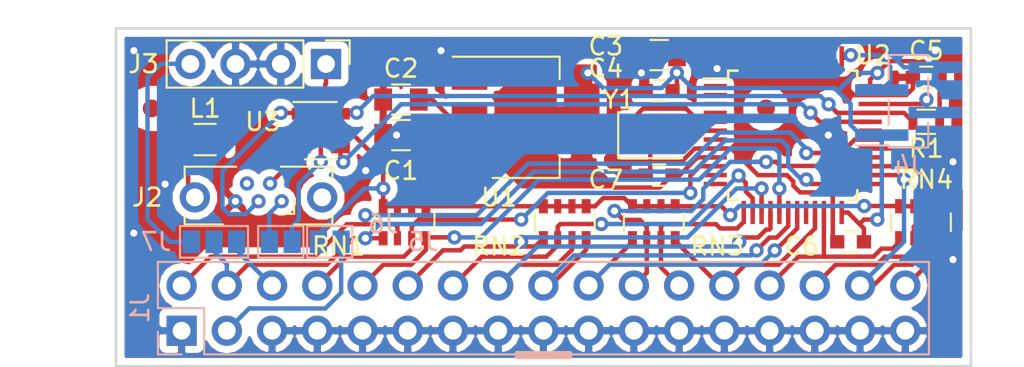
<source format=kicad_pcb>
(kicad_pcb (version 4) (host pcbnew 4.0.7)

  (general
    (links 118)
    (no_connects 3)
    (area 121.924999 110.924999 170.075001 130.075001)
    (thickness 1.6)
    (drawings 12)
    (tracks 543)
    (zones 0)
    (modules 26)
    (nets 50)
  )

  (page A4)
  (layers
    (0 F.Cu signal)
    (31 B.Cu signal)
    (32 B.Adhes user)
    (33 F.Adhes user)
    (34 B.Paste user)
    (35 F.Paste user)
    (36 B.SilkS user)
    (37 F.SilkS user)
    (38 B.Mask user)
    (39 F.Mask user)
    (40 Dwgs.User user)
    (41 Cmts.User user)
    (42 Eco1.User user)
    (43 Eco2.User user)
    (44 Edge.Cuts user)
    (45 Margin user)
    (46 B.CrtYd user)
    (47 F.CrtYd user)
    (48 B.Fab user)
    (49 F.Fab user)
  )

  (setup
    (last_trace_width 0.25)
    (trace_clearance 0.2)
    (zone_clearance 0.4)
    (zone_45_only no)
    (trace_min 0.2)
    (segment_width 0.2)
    (edge_width 0.15)
    (via_size 0.8)
    (via_drill 0.4)
    (via_min_size 0.4)
    (via_min_drill 0.3)
    (uvia_size 0.3)
    (uvia_drill 0.1)
    (uvias_allowed no)
    (uvia_min_size 0.2)
    (uvia_min_drill 0.1)
    (pcb_text_width 0.3)
    (pcb_text_size 1.5 1.5)
    (mod_edge_width 0.15)
    (mod_text_size 1 1)
    (mod_text_width 0.15)
    (pad_size 2 3.8)
    (pad_drill 0)
    (pad_to_mask_clearance 0.2)
    (aux_axis_origin 0 0)
    (visible_elements FFFFFF7F)
    (pcbplotparams
      (layerselection 0x00030_80000001)
      (usegerberextensions false)
      (excludeedgelayer true)
      (linewidth 0.100000)
      (plotframeref false)
      (viasonmask false)
      (mode 1)
      (useauxorigin false)
      (hpglpennumber 1)
      (hpglpenspeed 20)
      (hpglpendiameter 15)
      (hpglpenoverlay 2)
      (psnegative false)
      (psa4output false)
      (plotreference true)
      (plotvalue true)
      (plotinvisibletext false)
      (padsonsilk false)
      (subtractmaskfromsilk false)
      (outputformat 1)
      (mirror false)
      (drillshape 1)
      (scaleselection 1)
      (outputdirectory ""))
  )

  (net 0 "")
  (net 1 "Net-(J1-Pad6)")
  (net 2 "Net-(J2-Pad4)")
  (net 3 "Net-(J2-Pad6)")
  (net 4 "Net-(U2-Pad1)")
  (net 5 "Net-(U2-Pad2)")
  (net 6 "Net-(U2-Pad3)")
  (net 7 "Net-(U2-Pad4)")
  (net 8 "Net-(U2-Pad5)")
  (net 9 "Net-(U2-Pad6)")
  (net 10 "Net-(U2-Pad7)")
  (net 11 "Net-(U2-Pad11)")
  (net 12 "Net-(U2-Pad12)")
  (net 13 "Net-(U2-Pad20)")
  (net 14 "Net-(U2-Pad31)")
  (net 15 "Net-(U2-Pad38)")
  (net 16 "Net-(U2-Pad39)")
  (net 17 "Net-(U2-Pad40)")
  (net 18 "Net-(U2-Pad41)")
  (net 19 "Net-(U2-Pad42)")
  (net 20 "Net-(U2-Pad43)")
  (net 21 "Net-(U2-Pad44)")
  (net 22 "Net-(U2-Pad45)")
  (net 23 "Net-(U2-Pad46)")
  (net 24 GND)
  (net 25 +5V)
  (net 26 +3V3)
  (net 27 +12V)
  (net 28 "Net-(J4-Pad3)")
  (net 29 "Net-(J4-Pad2)")
  (net 30 /D+)
  (net 31 /D-)
  (net 32 /REDWC)
  (net 33 /DTID1)
  (net 34 /INDEX)
  (net 35 /MOTEA)
  (net 36 /DRVSB)
  (net 37 /DRVSA)
  (net 38 /MOTEB)
  (net 39 /DIR)
  (net 40 /STEP)
  (net 41 /WDATA)
  (net 42 /WGATE)
  (net 43 /TRK00)
  (net 44 /WPT)
  (net 45 /RDATA)
  (net 46 /SIDE1)
  (net 47 /DSKCHG)
  (net 48 "Net-(J1-Pad3)")
  (net 49 "Net-(J2-Pad1)")

  (net_class Default "Dies ist die voreingestellte Netzklasse."
    (clearance 0.2)
    (trace_width 0.25)
    (via_dia 0.8)
    (via_drill 0.4)
    (uvia_dia 0.3)
    (uvia_drill 0.1)
    (add_net +12V)
    (add_net +3V3)
    (add_net +5V)
    (add_net /D+)
    (add_net /D-)
    (add_net /DIR)
    (add_net /DRVSA)
    (add_net /DRVSB)
    (add_net /DSKCHG)
    (add_net /DTID1)
    (add_net /INDEX)
    (add_net /MOTEA)
    (add_net /MOTEB)
    (add_net /RDATA)
    (add_net /REDWC)
    (add_net /SIDE1)
    (add_net /STEP)
    (add_net /TRK00)
    (add_net /WDATA)
    (add_net /WGATE)
    (add_net /WPT)
    (add_net GND)
    (add_net "Net-(J1-Pad3)")
    (add_net "Net-(J1-Pad6)")
    (add_net "Net-(J2-Pad1)")
    (add_net "Net-(J2-Pad4)")
    (add_net "Net-(J2-Pad6)")
    (add_net "Net-(J4-Pad2)")
    (add_net "Net-(J4-Pad3)")
    (add_net "Net-(U2-Pad1)")
    (add_net "Net-(U2-Pad11)")
    (add_net "Net-(U2-Pad12)")
    (add_net "Net-(U2-Pad2)")
    (add_net "Net-(U2-Pad20)")
    (add_net "Net-(U2-Pad3)")
    (add_net "Net-(U2-Pad31)")
    (add_net "Net-(U2-Pad38)")
    (add_net "Net-(U2-Pad39)")
    (add_net "Net-(U2-Pad4)")
    (add_net "Net-(U2-Pad40)")
    (add_net "Net-(U2-Pad41)")
    (add_net "Net-(U2-Pad42)")
    (add_net "Net-(U2-Pad43)")
    (add_net "Net-(U2-Pad44)")
    (add_net "Net-(U2-Pad45)")
    (add_net "Net-(U2-Pad46)")
    (add_net "Net-(U2-Pad5)")
    (add_net "Net-(U2-Pad6)")
    (add_net "Net-(U2-Pad7)")
  )

  (module Connectors_USB:USB_Micro-B_Vertical_Molex-105133-0001 (layer F.Cu) (tedit 5A774272) (tstamp 5A6F24A6)
    (at 130 120.5 180)
    (descr "Molex Vertical Micro USB Typ-B (http://www.molex.com/pdm_docs/sd/1051330001_sd.pdf)")
    (tags "Micro-USB SMD Typ-B Vertical")
    (path /5A6BA83D)
    (attr smd)
    (fp_text reference J2 (at 6.25 0 180) (layer F.SilkS)
      (effects (font (size 1 1) (thickness 0.15)))
    )
    (fp_text value MICRO_USB_B (at 1 -2 180) (layer F.Fab)
      (effects (font (size 1 1) (thickness 0.15)))
    )
    (fp_text user %R (at 0 -0.375 180) (layer F.Fab)
      (effects (font (size 1 1) (thickness 0.15)))
    )
    (fp_line (start -4 1.565) (end -4 -1.435) (layer F.Fab) (width 0.1))
    (fp_line (start 4 1.565) (end 4 -1.435) (layer F.Fab) (width 0.1))
    (fp_line (start -4 1.565) (end 4 1.565) (layer F.Fab) (width 0.1))
    (fp_line (start 4 -1.435) (end -4 -1.435) (layer F.Fab) (width 0.1))
    (fp_line (start -2 -0.175) (end -2 -0.925) (layer F.SilkS) (width 0.12))
    (fp_line (start -2 -0.925) (end -1.4 -0.925) (layer F.SilkS) (width 0.12))
    (fp_line (start -2 -1.525) (end -4.15 -1.525) (layer F.SilkS) (width 0.12))
    (fp_line (start 4.15 1) (end 4.15 1.725) (layer F.SilkS) (width 0.12))
    (fp_line (start -4.15 1.725) (end -1.25 1.725) (layer F.SilkS) (width 0.12))
    (fp_line (start -4.15 1) (end -4.15 1.725) (layer F.SilkS) (width 0.12))
    (fp_line (start 4.15 1.725) (end 1.25 1.725) (layer F.SilkS) (width 0.12))
    (fp_line (start 2 -1.525) (end 4.15 -1.525) (layer F.SilkS) (width 0.12))
    (fp_line (start -1.3 -0.825) (end -1.525 -1) (layer F.Fab) (width 0.1))
    (fp_line (start -1.525 -1.225) (end -1.075 -1.225) (layer F.Fab) (width 0.1))
    (fp_line (start -1.3 -0.825) (end -1.075 -1) (layer F.Fab) (width 0.1))
    (fp_line (start -1.525 -1) (end -1.525 -1.225) (layer F.Fab) (width 0.1))
    (fp_line (start -1.075 -1.225) (end -1.075 -1) (layer F.Fab) (width 0.1))
    (fp_line (start -4.5 1.83) (end -4.5 -1.63) (layer F.CrtYd) (width 0.05))
    (fp_line (start -4.5 -1.63) (end 4.5 -1.63) (layer F.CrtYd) (width 0.05))
    (fp_line (start -4.5 1.83) (end 4.5 1.83) (layer F.CrtYd) (width 0.05))
    (fp_line (start 4.5 1.83) (end 4.5 -1.63) (layer F.CrtYd) (width 0.05))
    (fp_line (start -4.15 -1.525) (end -4.15 -1) (layer F.SilkS) (width 0.12))
    (fp_line (start 4.15 -1.525) (end 4.15 -1) (layer F.SilkS) (width 0.12))
    (pad 3 thru_hole circle (at 0 -0.22 180) (size 0.8 0.8) (drill 0.4) (layers *.Cu *.Mask)
      (net 30 /D+))
    (pad 4 thru_hole circle (at 0.65 0.78 180) (size 0.8 0.8) (drill 0.4) (layers *.Cu *.Mask)
      (net 2 "Net-(J2-Pad4)"))
    (pad 2 thru_hole circle (at -0.65 0.78 180) (size 0.8 0.8) (drill 0.4) (layers *.Cu *.Mask)
      (net 31 /D-))
    (pad 5 thru_hole circle (at 1.3 -0.22 180) (size 0.8 0.8) (drill 0.4) (layers *.Cu *.Mask)
      (net 24 GND))
    (pad 1 thru_hole circle (at -1.3 -0.22 180) (size 0.8 0.8) (drill 0.4) (layers *.Cu *.Mask)
      (net 49 "Net-(J2-Pad1)"))
    (pad 6 thru_hole circle (at -3.575 0 180) (size 1.7 1.7) (drill 1) (layers *.Cu *.Mask)
      (net 3 "Net-(J2-Pad6)"))
    (pad 6 thru_hole circle (at 3.575 0 180) (size 1.7 1.7) (drill 1) (layers *.Cu *.Mask)
      (net 3 "Net-(J2-Pad6)"))
    (model ${KISYS3DMOD}/Connectors_USB.3dshapes/USB_Micro-B_Vertical_Molex-105133-0001.step
      (at (xyz 0 0 0))
      (scale (xyz 1 1 1))
      (rotate (xyz 0 0 0))
    )
  )

  (module Crystals:Resonator_SMD_muRata_SFECV-3pin_6.9x2.9mm (layer F.Cu) (tedit 5A737416) (tstamp 5A7337D0)
    (at 152 117)
    (descr "SMD Resomator/Filter Murata SFECV, http://cdn-reichelt.de/documents/datenblatt/B400/SFECV-107.pdf, 6.9x2.9mm^2 package")
    (tags "SMD SMT ceramic resonator filter filter")
    (path /5A6BB1D7)
    (attr smd)
    (fp_text reference Y1 (at -1.75 -2) (layer F.SilkS)
      (effects (font (size 1 1) (thickness 0.15)))
    )
    (fp_text value Resonator (at 0 2) (layer F.Fab)
      (effects (font (size 1 1) (thickness 0.15)))
    )
    (fp_text user %R (at 0 0) (layer F.Fab)
      (effects (font (size 1 1) (thickness 0.15)))
    )
    (fp_line (start -1.6 -0.65) (end -1.6 0.65) (layer F.Fab) (width 0.1))
    (fp_line (start -1.6 0.65) (end 1.6 0.65) (layer F.Fab) (width 0.1))
    (fp_line (start 1.6 0.65) (end 1.6 -0.65) (layer F.Fab) (width 0.1))
    (fp_line (start 1.6 -0.65) (end -1.6 -0.65) (layer F.Fab) (width 0.1))
    (fp_line (start -1.6 0.15) (end -1.1 0.65) (layer F.Fab) (width 0.1))
    (fp_line (start -1.8 -1.3) (end -1.8 1.3) (layer F.SilkS) (width 0.12))
    (fp_line (start -1.8 1.3) (end 1.8 1.3) (layer F.SilkS) (width 0.12))
    (fp_line (start -1.9 -1.35) (end -1.9 1.35) (layer F.CrtYd) (width 0.05))
    (fp_line (start -1.9 1.35) (end 1.9 1.35) (layer F.CrtYd) (width 0.05))
    (fp_line (start 1.9 1.35) (end 1.9 -1.35) (layer F.CrtYd) (width 0.05))
    (fp_line (start 1.9 -1.35) (end -1.9 -1.35) (layer F.CrtYd) (width 0.05))
    (pad 1 smd rect (at -1.2 0) (size 0.6 2) (layers F.Cu F.Paste F.Mask)
      (net 8 "Net-(U2-Pad5)"))
    (pad 2 smd rect (at 0 0) (size 0.6 2) (layers F.Cu F.Paste F.Mask)
      (net 24 GND))
    (pad 3 smd rect (at 1.2 0) (size 0.6 2) (layers F.Cu F.Paste F.Mask)
      (net 9 "Net-(U2-Pad6)"))
    (model ${KISYS3DMOD}/Crystals.3dshapes/Resonator_SMD_muRata_CSTCE-3pin_3.2x1.3mm.wrl
      (at (xyz 0 0 0))
      (scale (xyz 1 1 1))
      (rotate (xyz 0 0 0))
    )
  )

  (module Capacitors_SMD:C_0805 (layer F.Cu) (tedit 58AA8463) (tstamp 5A6F243C)
    (at 138 117)
    (descr "Capacitor SMD 0805, reflow soldering, AVX (see smccp.pdf)")
    (tags "capacitor 0805")
    (path /5A6BAC22)
    (attr smd)
    (fp_text reference C1 (at 0 2) (layer F.SilkS)
      (effects (font (size 1 1) (thickness 0.15)))
    )
    (fp_text value 10µ (at 0 1.75) (layer F.Fab)
      (effects (font (size 1 1) (thickness 0.15)))
    )
    (fp_text user %R (at 0 0) (layer F.Fab)
      (effects (font (size 1 1) (thickness 0.15)))
    )
    (fp_line (start -1 0.62) (end -1 -0.62) (layer F.Fab) (width 0.1))
    (fp_line (start 1 0.62) (end -1 0.62) (layer F.Fab) (width 0.1))
    (fp_line (start 1 -0.62) (end 1 0.62) (layer F.Fab) (width 0.1))
    (fp_line (start -1 -0.62) (end 1 -0.62) (layer F.Fab) (width 0.1))
    (fp_line (start 0.5 -0.85) (end -0.5 -0.85) (layer F.SilkS) (width 0.12))
    (fp_line (start -0.5 0.85) (end 0.5 0.85) (layer F.SilkS) (width 0.12))
    (fp_line (start -1.75 -0.88) (end 1.75 -0.88) (layer F.CrtYd) (width 0.05))
    (fp_line (start -1.75 -0.88) (end -1.75 0.87) (layer F.CrtYd) (width 0.05))
    (fp_line (start 1.75 0.87) (end 1.75 -0.88) (layer F.CrtYd) (width 0.05))
    (fp_line (start 1.75 0.87) (end -1.75 0.87) (layer F.CrtYd) (width 0.05))
    (pad 1 smd rect (at -1 0) (size 1 1.25) (layers F.Cu F.Paste F.Mask)
      (net 24 GND))
    (pad 2 smd rect (at 1 0) (size 1 1.25) (layers F.Cu F.Paste F.Mask)
      (net 25 +5V))
    (model Capacitors_SMD.3dshapes/C_0805.wrl
      (at (xyz 0 0 0))
      (scale (xyz 1 1 1))
      (rotate (xyz 0 0 0))
    )
  )

  (module Capacitors_SMD:C_0805 (layer F.Cu) (tedit 58AA8463) (tstamp 5A6F244D)
    (at 138 115)
    (descr "Capacitor SMD 0805, reflow soldering, AVX (see smccp.pdf)")
    (tags "capacitor 0805")
    (path /5A6BAC4D)
    (attr smd)
    (fp_text reference C2 (at 0 -1.75) (layer F.SilkS)
      (effects (font (size 1 1) (thickness 0.15)))
    )
    (fp_text value 10µ (at 0 -1.75) (layer F.Fab)
      (effects (font (size 1 1) (thickness 0.15)))
    )
    (fp_text user %R (at 0 0) (layer F.Fab)
      (effects (font (size 1 1) (thickness 0.15)))
    )
    (fp_line (start -1 0.62) (end -1 -0.62) (layer F.Fab) (width 0.1))
    (fp_line (start 1 0.62) (end -1 0.62) (layer F.Fab) (width 0.1))
    (fp_line (start 1 -0.62) (end 1 0.62) (layer F.Fab) (width 0.1))
    (fp_line (start -1 -0.62) (end 1 -0.62) (layer F.Fab) (width 0.1))
    (fp_line (start 0.5 -0.85) (end -0.5 -0.85) (layer F.SilkS) (width 0.12))
    (fp_line (start -0.5 0.85) (end 0.5 0.85) (layer F.SilkS) (width 0.12))
    (fp_line (start -1.75 -0.88) (end 1.75 -0.88) (layer F.CrtYd) (width 0.05))
    (fp_line (start -1.75 -0.88) (end -1.75 0.87) (layer F.CrtYd) (width 0.05))
    (fp_line (start 1.75 0.87) (end 1.75 -0.88) (layer F.CrtYd) (width 0.05))
    (fp_line (start 1.75 0.87) (end -1.75 0.87) (layer F.CrtYd) (width 0.05))
    (pad 1 smd rect (at -1 0) (size 1 1.25) (layers F.Cu F.Paste F.Mask)
      (net 24 GND))
    (pad 2 smd rect (at 1 0) (size 1 1.25) (layers F.Cu F.Paste F.Mask)
      (net 26 +3V3))
    (model Capacitors_SMD.3dshapes/C_0805.wrl
      (at (xyz 0 0 0))
      (scale (xyz 1 1 1))
      (rotate (xyz 0 0 0))
    )
  )

  (module Socket_Strips:Socket_Strip_Straight_2x17_Pitch2.54mm (layer B.Cu) (tedit 58CD5449) (tstamp 5A6F2484)
    (at 125.68 128 270)
    (descr "Through hole straight socket strip, 2x17, 2.54mm pitch, double rows")
    (tags "Through hole socket strip THT 2x17 2.54mm double row")
    (path /5A6BA6D8)
    (fp_text reference J1 (at -1.27 2.33 270) (layer B.SilkS)
      (effects (font (size 1 1) (thickness 0.15)) (justify mirror))
    )
    (fp_text value Conn_02x17_Odd_Even (at -1.25 -20.32 360) (layer B.Fab)
      (effects (font (size 1 1) (thickness 0.15)) (justify mirror))
    )
    (fp_line (start -3.81 1.27) (end -3.81 -41.91) (layer B.Fab) (width 0.1))
    (fp_line (start -3.81 -41.91) (end 1.27 -41.91) (layer B.Fab) (width 0.1))
    (fp_line (start 1.27 -41.91) (end 1.27 1.27) (layer B.Fab) (width 0.1))
    (fp_line (start 1.27 1.27) (end -3.81 1.27) (layer B.Fab) (width 0.1))
    (fp_line (start 1.33 -1.27) (end 1.33 -41.97) (layer B.SilkS) (width 0.12))
    (fp_line (start 1.33 -41.97) (end -3.87 -41.97) (layer B.SilkS) (width 0.12))
    (fp_line (start -3.87 -41.97) (end -3.87 1.33) (layer B.SilkS) (width 0.12))
    (fp_line (start -3.87 1.33) (end -1.27 1.33) (layer B.SilkS) (width 0.12))
    (fp_line (start -1.27 1.33) (end -1.27 -1.27) (layer B.SilkS) (width 0.12))
    (fp_line (start -1.27 -1.27) (end 1.33 -1.27) (layer B.SilkS) (width 0.12))
    (fp_line (start 1.33 0) (end 1.33 1.33) (layer B.SilkS) (width 0.12))
    (fp_line (start 1.33 1.33) (end 0.06 1.33) (layer B.SilkS) (width 0.12))
    (fp_line (start -4.35 1.8) (end -4.35 -42.45) (layer B.CrtYd) (width 0.05))
    (fp_line (start -4.35 -42.45) (end 1.8 -42.45) (layer B.CrtYd) (width 0.05))
    (fp_line (start 1.8 -42.45) (end 1.8 1.8) (layer B.CrtYd) (width 0.05))
    (fp_line (start 1.8 1.8) (end -4.35 1.8) (layer B.CrtYd) (width 0.05))
    (fp_text user %R (at -1.27 2.33 270) (layer B.Fab)
      (effects (font (size 1 1) (thickness 0.15)) (justify mirror))
    )
    (pad 1 thru_hole rect (at 0 0 270) (size 1.7 1.7) (drill 1) (layers *.Cu *.Mask)
      (net 24 GND))
    (pad 2 thru_hole oval (at -2.54 0 270) (size 1.7 1.7) (drill 1) (layers *.Cu *.Mask)
      (net 32 /REDWC))
    (pad 3 thru_hole oval (at 0 -2.54 270) (size 1.7 1.7) (drill 1) (layers *.Cu *.Mask)
      (net 48 "Net-(J1-Pad3)"))
    (pad 4 thru_hole oval (at -2.54 -2.54 270) (size 1.7 1.7) (drill 1) (layers *.Cu *.Mask)
      (net 33 /DTID1))
    (pad 5 thru_hole oval (at 0 -5.08 270) (size 1.7 1.7) (drill 1) (layers *.Cu *.Mask)
      (net 24 GND))
    (pad 6 thru_hole oval (at -2.54 -5.08 270) (size 1.7 1.7) (drill 1) (layers *.Cu *.Mask)
      (net 1 "Net-(J1-Pad6)"))
    (pad 7 thru_hole oval (at 0 -7.62 270) (size 1.7 1.7) (drill 1) (layers *.Cu *.Mask)
      (net 24 GND))
    (pad 8 thru_hole oval (at -2.54 -7.62 270) (size 1.7 1.7) (drill 1) (layers *.Cu *.Mask)
      (net 34 /INDEX))
    (pad 9 thru_hole oval (at 0 -10.16 270) (size 1.7 1.7) (drill 1) (layers *.Cu *.Mask)
      (net 24 GND))
    (pad 10 thru_hole oval (at -2.54 -10.16 270) (size 1.7 1.7) (drill 1) (layers *.Cu *.Mask)
      (net 35 /MOTEA))
    (pad 11 thru_hole oval (at 0 -12.7 270) (size 1.7 1.7) (drill 1) (layers *.Cu *.Mask)
      (net 24 GND))
    (pad 12 thru_hole oval (at -2.54 -12.7 270) (size 1.7 1.7) (drill 1) (layers *.Cu *.Mask)
      (net 36 /DRVSB))
    (pad 13 thru_hole oval (at 0 -15.24 270) (size 1.7 1.7) (drill 1) (layers *.Cu *.Mask)
      (net 24 GND))
    (pad 14 thru_hole oval (at -2.54 -15.24 270) (size 1.7 1.7) (drill 1) (layers *.Cu *.Mask)
      (net 37 /DRVSA))
    (pad 15 thru_hole oval (at 0 -17.78 270) (size 1.7 1.7) (drill 1) (layers *.Cu *.Mask)
      (net 24 GND))
    (pad 16 thru_hole oval (at -2.54 -17.78 270) (size 1.7 1.7) (drill 1) (layers *.Cu *.Mask)
      (net 38 /MOTEB))
    (pad 17 thru_hole oval (at 0 -20.32 270) (size 1.7 1.7) (drill 1) (layers *.Cu *.Mask)
      (net 24 GND))
    (pad 18 thru_hole oval (at -2.54 -20.32 270) (size 1.7 1.7) (drill 1) (layers *.Cu *.Mask)
      (net 39 /DIR))
    (pad 19 thru_hole oval (at 0 -22.86 270) (size 1.7 1.7) (drill 1) (layers *.Cu *.Mask)
      (net 24 GND))
    (pad 20 thru_hole oval (at -2.54 -22.86 270) (size 1.7 1.7) (drill 1) (layers *.Cu *.Mask)
      (net 40 /STEP))
    (pad 21 thru_hole oval (at 0 -25.4 270) (size 1.7 1.7) (drill 1) (layers *.Cu *.Mask)
      (net 24 GND))
    (pad 22 thru_hole oval (at -2.54 -25.4 270) (size 1.7 1.7) (drill 1) (layers *.Cu *.Mask)
      (net 41 /WDATA))
    (pad 23 thru_hole oval (at 0 -27.94 270) (size 1.7 1.7) (drill 1) (layers *.Cu *.Mask)
      (net 24 GND))
    (pad 24 thru_hole oval (at -2.54 -27.94 270) (size 1.7 1.7) (drill 1) (layers *.Cu *.Mask)
      (net 42 /WGATE))
    (pad 25 thru_hole oval (at 0 -30.48 270) (size 1.7 1.7) (drill 1) (layers *.Cu *.Mask)
      (net 24 GND))
    (pad 26 thru_hole oval (at -2.54 -30.48 270) (size 1.7 1.7) (drill 1) (layers *.Cu *.Mask)
      (net 43 /TRK00))
    (pad 27 thru_hole oval (at 0 -33.02 270) (size 1.7 1.7) (drill 1) (layers *.Cu *.Mask)
      (net 24 GND))
    (pad 28 thru_hole oval (at -2.54 -33.02 270) (size 1.7 1.7) (drill 1) (layers *.Cu *.Mask)
      (net 44 /WPT))
    (pad 29 thru_hole oval (at 0 -35.56 270) (size 1.7 1.7) (drill 1) (layers *.Cu *.Mask)
      (net 24 GND))
    (pad 30 thru_hole oval (at -2.54 -35.56 270) (size 1.7 1.7) (drill 1) (layers *.Cu *.Mask)
      (net 45 /RDATA))
    (pad 31 thru_hole oval (at 0 -38.1 270) (size 1.7 1.7) (drill 1) (layers *.Cu *.Mask)
      (net 24 GND))
    (pad 32 thru_hole oval (at -2.54 -38.1 270) (size 1.7 1.7) (drill 1) (layers *.Cu *.Mask)
      (net 46 /SIDE1))
    (pad 33 thru_hole oval (at 0 -40.64 270) (size 1.7 1.7) (drill 1) (layers *.Cu *.Mask)
      (net 24 GND))
    (pad 34 thru_hole oval (at -2.54 -40.64 270) (size 1.7 1.7) (drill 1) (layers *.Cu *.Mask)
      (net 47 /DSKCHG))
    (model ${KISYS3DMOD}/Socket_Strips.3dshapes/Socket_Strip_Straight_2x17_Pitch2.54mm.wrl
      (at (xyz -0.05 -0.8 0))
      (scale (xyz 1 1 1))
      (rotate (xyz 0 0 270))
    )
  )

  (module Resistors_SMD:R_Array_Convex_4x0603 (layer F.Cu) (tedit 58E0A8B2) (tstamp 5A6F24BD)
    (at 138.2 121.9 90)
    (descr "Chip Resistor Network, ROHM MNR14 (see mnr_g.pdf)")
    (tags "resistor array")
    (path /5A6BAA42)
    (attr smd)
    (fp_text reference RN1 (at -1.35 -3.7 180) (layer F.SilkS)
      (effects (font (size 1 1) (thickness 0.15)))
    )
    (fp_text value R_Pack04 (at -0.1 0.05 180) (layer F.Fab)
      (effects (font (size 1 1) (thickness 0.15)))
    )
    (fp_text user %R (at 0 0 180) (layer F.Fab)
      (effects (font (size 0.5 0.5) (thickness 0.075)))
    )
    (fp_line (start -0.8 -1.6) (end 0.8 -1.6) (layer F.Fab) (width 0.1))
    (fp_line (start 0.8 -1.6) (end 0.8 1.6) (layer F.Fab) (width 0.1))
    (fp_line (start 0.8 1.6) (end -0.8 1.6) (layer F.Fab) (width 0.1))
    (fp_line (start -0.8 1.6) (end -0.8 -1.6) (layer F.Fab) (width 0.1))
    (fp_line (start 0.5 1.68) (end -0.5 1.68) (layer F.SilkS) (width 0.12))
    (fp_line (start 0.5 -1.68) (end -0.5 -1.68) (layer F.SilkS) (width 0.12))
    (fp_line (start -1.55 -1.85) (end 1.55 -1.85) (layer F.CrtYd) (width 0.05))
    (fp_line (start -1.55 -1.85) (end -1.55 1.85) (layer F.CrtYd) (width 0.05))
    (fp_line (start 1.55 1.85) (end 1.55 -1.85) (layer F.CrtYd) (width 0.05))
    (fp_line (start 1.55 1.85) (end -1.55 1.85) (layer F.CrtYd) (width 0.05))
    (pad 1 smd rect (at -0.9 -1.2 90) (size 0.8 0.5) (layers F.Cu F.Paste F.Mask)
      (net 33 /DTID1))
    (pad 3 smd rect (at -0.9 0.4 90) (size 0.8 0.4) (layers F.Cu F.Paste F.Mask)
      (net 34 /INDEX))
    (pad 2 smd rect (at -0.9 -0.4 90) (size 0.8 0.4) (layers F.Cu F.Paste F.Mask)
      (net 32 /REDWC))
    (pad 4 smd rect (at -0.9 1.2 90) (size 0.8 0.5) (layers F.Cu F.Paste F.Mask)
      (net 35 /MOTEA))
    (pad 7 smd rect (at 0.9 -0.4 90) (size 0.8 0.4) (layers F.Cu F.Paste F.Mask)
      (net 25 +5V))
    (pad 8 smd rect (at 0.9 -1.2 90) (size 0.8 0.5) (layers F.Cu F.Paste F.Mask)
      (net 25 +5V))
    (pad 6 smd rect (at 0.9 0.4 90) (size 0.8 0.4) (layers F.Cu F.Paste F.Mask)
      (net 25 +5V))
    (pad 5 smd rect (at 0.9 1.2 90) (size 0.8 0.5) (layers F.Cu F.Paste F.Mask)
      (net 25 +5V))
    (model ${KISYS3DMOD}/Resistors_SMD.3dshapes/R_Array_Convex_4x0603.wrl
      (at (xyz 0 0 0))
      (scale (xyz 1 1 1))
      (rotate (xyz 0 0 0))
    )
  )

  (module Resistors_SMD:R_Array_Convex_4x0603 (layer F.Cu) (tedit 58E0A8B2) (tstamp 5A6F24D4)
    (at 147.2 121.9 90)
    (descr "Chip Resistor Network, ROHM MNR14 (see mnr_g.pdf)")
    (tags "resistor array")
    (path /5A6BAAD5)
    (attr smd)
    (fp_text reference RN2 (at -1.35 -3.7 180) (layer F.SilkS)
      (effects (font (size 1 1) (thickness 0.15)))
    )
    (fp_text value R_Pack04 (at -0.1 -1.45 180) (layer F.Fab)
      (effects (font (size 1 1) (thickness 0.15)))
    )
    (fp_text user %R (at 0 0 180) (layer F.Fab)
      (effects (font (size 0.5 0.5) (thickness 0.075)))
    )
    (fp_line (start -0.8 -1.6) (end 0.8 -1.6) (layer F.Fab) (width 0.1))
    (fp_line (start 0.8 -1.6) (end 0.8 1.6) (layer F.Fab) (width 0.1))
    (fp_line (start 0.8 1.6) (end -0.8 1.6) (layer F.Fab) (width 0.1))
    (fp_line (start -0.8 1.6) (end -0.8 -1.6) (layer F.Fab) (width 0.1))
    (fp_line (start 0.5 1.68) (end -0.5 1.68) (layer F.SilkS) (width 0.12))
    (fp_line (start 0.5 -1.68) (end -0.5 -1.68) (layer F.SilkS) (width 0.12))
    (fp_line (start -1.55 -1.85) (end 1.55 -1.85) (layer F.CrtYd) (width 0.05))
    (fp_line (start -1.55 -1.85) (end -1.55 1.85) (layer F.CrtYd) (width 0.05))
    (fp_line (start 1.55 1.85) (end 1.55 -1.85) (layer F.CrtYd) (width 0.05))
    (fp_line (start 1.55 1.85) (end -1.55 1.85) (layer F.CrtYd) (width 0.05))
    (pad 1 smd rect (at -0.9 -1.2 90) (size 0.8 0.5) (layers F.Cu F.Paste F.Mask)
      (net 36 /DRVSB))
    (pad 3 smd rect (at -0.9 0.4 90) (size 0.8 0.4) (layers F.Cu F.Paste F.Mask)
      (net 38 /MOTEB))
    (pad 2 smd rect (at -0.9 -0.4 90) (size 0.8 0.4) (layers F.Cu F.Paste F.Mask)
      (net 37 /DRVSA))
    (pad 4 smd rect (at -0.9 1.2 90) (size 0.8 0.5) (layers F.Cu F.Paste F.Mask)
      (net 39 /DIR))
    (pad 7 smd rect (at 0.9 -0.4 90) (size 0.8 0.4) (layers F.Cu F.Paste F.Mask)
      (net 25 +5V))
    (pad 8 smd rect (at 0.9 -1.2 90) (size 0.8 0.5) (layers F.Cu F.Paste F.Mask)
      (net 25 +5V))
    (pad 6 smd rect (at 0.9 0.4 90) (size 0.8 0.4) (layers F.Cu F.Paste F.Mask)
      (net 25 +5V))
    (pad 5 smd rect (at 0.9 1.2 90) (size 0.8 0.5) (layers F.Cu F.Paste F.Mask)
      (net 25 +5V))
    (model ${KISYS3DMOD}/Resistors_SMD.3dshapes/R_Array_Convex_4x0603.wrl
      (at (xyz 0 0 0))
      (scale (xyz 1 1 1))
      (rotate (xyz 0 0 0))
    )
  )

  (module Resistors_SMD:R_Array_Convex_4x0603 (layer F.Cu) (tedit 58E0A8B2) (tstamp 5A6F24EB)
    (at 152.2 121.9 90)
    (descr "Chip Resistor Network, ROHM MNR14 (see mnr_g.pdf)")
    (tags "resistor array")
    (path /5A6BAB6A)
    (attr smd)
    (fp_text reference RN3 (at -1.35 3.55 180) (layer F.SilkS)
      (effects (font (size 1 1) (thickness 0.15)))
    )
    (fp_text value R_Pack04 (at -0.1 1.05 180) (layer F.Fab)
      (effects (font (size 1 1) (thickness 0.15)))
    )
    (fp_text user %R (at 0 0 180) (layer F.Fab)
      (effects (font (size 0.5 0.5) (thickness 0.075)))
    )
    (fp_line (start -0.8 -1.6) (end 0.8 -1.6) (layer F.Fab) (width 0.1))
    (fp_line (start 0.8 -1.6) (end 0.8 1.6) (layer F.Fab) (width 0.1))
    (fp_line (start 0.8 1.6) (end -0.8 1.6) (layer F.Fab) (width 0.1))
    (fp_line (start -0.8 1.6) (end -0.8 -1.6) (layer F.Fab) (width 0.1))
    (fp_line (start 0.5 1.68) (end -0.5 1.68) (layer F.SilkS) (width 0.12))
    (fp_line (start 0.5 -1.68) (end -0.5 -1.68) (layer F.SilkS) (width 0.12))
    (fp_line (start -1.55 -1.85) (end 1.55 -1.85) (layer F.CrtYd) (width 0.05))
    (fp_line (start -1.55 -1.85) (end -1.55 1.85) (layer F.CrtYd) (width 0.05))
    (fp_line (start 1.55 1.85) (end 1.55 -1.85) (layer F.CrtYd) (width 0.05))
    (fp_line (start 1.55 1.85) (end -1.55 1.85) (layer F.CrtYd) (width 0.05))
    (pad 1 smd rect (at -0.9 -1.2 90) (size 0.8 0.5) (layers F.Cu F.Paste F.Mask)
      (net 40 /STEP))
    (pad 3 smd rect (at -0.9 0.4 90) (size 0.8 0.4) (layers F.Cu F.Paste F.Mask)
      (net 42 /WGATE))
    (pad 2 smd rect (at -0.9 -0.4 90) (size 0.8 0.4) (layers F.Cu F.Paste F.Mask)
      (net 41 /WDATA))
    (pad 4 smd rect (at -0.9 1.2 90) (size 0.8 0.5) (layers F.Cu F.Paste F.Mask)
      (net 43 /TRK00))
    (pad 7 smd rect (at 0.9 -0.4 90) (size 0.8 0.4) (layers F.Cu F.Paste F.Mask)
      (net 25 +5V))
    (pad 8 smd rect (at 0.9 -1.2 90) (size 0.8 0.5) (layers F.Cu F.Paste F.Mask)
      (net 25 +5V))
    (pad 6 smd rect (at 0.9 0.4 90) (size 0.8 0.4) (layers F.Cu F.Paste F.Mask)
      (net 25 +5V))
    (pad 5 smd rect (at 0.9 1.2 90) (size 0.8 0.5) (layers F.Cu F.Paste F.Mask)
      (net 25 +5V))
    (model ${KISYS3DMOD}/Resistors_SMD.3dshapes/R_Array_Convex_4x0603.wrl
      (at (xyz 0 0 0))
      (scale (xyz 1 1 1))
      (rotate (xyz 0 0 0))
    )
  )

  (module Resistors_SMD:R_Array_Convex_4x0603 (layer F.Cu) (tedit 58E0A8B2) (tstamp 5A6F2502)
    (at 167.2 121.9 90)
    (descr "Chip Resistor Network, ROHM MNR14 (see mnr_g.pdf)")
    (tags "resistor array")
    (path /5A6BAB9B)
    (attr smd)
    (fp_text reference RN4 (at 2.4 0.3 180) (layer F.SilkS)
      (effects (font (size 1 1) (thickness 0.15)))
    )
    (fp_text value R_Pack04 (at -0.1 2.05 180) (layer F.Fab)
      (effects (font (size 1 1) (thickness 0.15)))
    )
    (fp_text user %R (at 0 0 180) (layer F.Fab)
      (effects (font (size 0.5 0.5) (thickness 0.075)))
    )
    (fp_line (start -0.8 -1.6) (end 0.8 -1.6) (layer F.Fab) (width 0.1))
    (fp_line (start 0.8 -1.6) (end 0.8 1.6) (layer F.Fab) (width 0.1))
    (fp_line (start 0.8 1.6) (end -0.8 1.6) (layer F.Fab) (width 0.1))
    (fp_line (start -0.8 1.6) (end -0.8 -1.6) (layer F.Fab) (width 0.1))
    (fp_line (start 0.5 1.68) (end -0.5 1.68) (layer F.SilkS) (width 0.12))
    (fp_line (start 0.5 -1.68) (end -0.5 -1.68) (layer F.SilkS) (width 0.12))
    (fp_line (start -1.55 -1.85) (end 1.55 -1.85) (layer F.CrtYd) (width 0.05))
    (fp_line (start -1.55 -1.85) (end -1.55 1.85) (layer F.CrtYd) (width 0.05))
    (fp_line (start 1.55 1.85) (end 1.55 -1.85) (layer F.CrtYd) (width 0.05))
    (fp_line (start 1.55 1.85) (end -1.55 1.85) (layer F.CrtYd) (width 0.05))
    (pad 1 smd rect (at -0.9 -1.2 90) (size 0.8 0.5) (layers F.Cu F.Paste F.Mask)
      (net 44 /WPT))
    (pad 3 smd rect (at -0.9 0.4 90) (size 0.8 0.4) (layers F.Cu F.Paste F.Mask)
      (net 46 /SIDE1))
    (pad 2 smd rect (at -0.9 -0.4 90) (size 0.8 0.4) (layers F.Cu F.Paste F.Mask)
      (net 45 /RDATA))
    (pad 4 smd rect (at -0.9 1.2 90) (size 0.8 0.5) (layers F.Cu F.Paste F.Mask)
      (net 47 /DSKCHG))
    (pad 7 smd rect (at 0.9 -0.4 90) (size 0.8 0.4) (layers F.Cu F.Paste F.Mask)
      (net 25 +5V))
    (pad 8 smd rect (at 0.9 -1.2 90) (size 0.8 0.5) (layers F.Cu F.Paste F.Mask)
      (net 25 +5V))
    (pad 6 smd rect (at 0.9 0.4 90) (size 0.8 0.4) (layers F.Cu F.Paste F.Mask)
      (net 25 +5V))
    (pad 5 smd rect (at 0.9 1.2 90) (size 0.8 0.5) (layers F.Cu F.Paste F.Mask)
      (net 25 +5V))
    (model ${KISYS3DMOD}/Resistors_SMD.3dshapes/R_Array_Convex_4x0603.wrl
      (at (xyz 0 0 0))
      (scale (xyz 1 1 1))
      (rotate (xyz 0 0 0))
    )
  )

  (module TO_SOT_Packages_SMD:SOT-223-3Lead_TabPin2 (layer F.Cu) (tedit 5A75D3AC) (tstamp 5A6F2518)
    (at 145 116)
    (descr "module CMS SOT223 4 pins")
    (tags "CMS SOT")
    (path /5A6BA74F)
    (attr smd)
    (fp_text reference U1 (at -1.5 4.5) (layer F.SilkS)
      (effects (font (size 1 1) (thickness 0.15)))
    )
    (fp_text value LM1117-3.3 (at 0 0 90) (layer F.Fab)
      (effects (font (size 1 1) (thickness 0.15)))
    )
    (fp_text user %R (at 0 0 90) (layer F.Fab)
      (effects (font (size 0.8 0.8) (thickness 0.12)))
    )
    (fp_line (start 1.91 3.41) (end 1.91 2.15) (layer F.SilkS) (width 0.12))
    (fp_line (start 1.91 -3.41) (end 1.91 -2.15) (layer F.SilkS) (width 0.12))
    (fp_line (start 4.4 -3.6) (end -4.4 -3.6) (layer F.CrtYd) (width 0.05))
    (fp_line (start 4.4 3.6) (end 4.4 -3.6) (layer F.CrtYd) (width 0.05))
    (fp_line (start -4.4 3.6) (end 4.4 3.6) (layer F.CrtYd) (width 0.05))
    (fp_line (start -4.4 -3.6) (end -4.4 3.6) (layer F.CrtYd) (width 0.05))
    (fp_line (start -1.85 -2.35) (end -0.85 -3.35) (layer F.Fab) (width 0.1))
    (fp_line (start -1.85 -2.35) (end -1.85 3.35) (layer F.Fab) (width 0.1))
    (fp_line (start -1.85 3.41) (end 1.91 3.41) (layer F.SilkS) (width 0.12))
    (fp_line (start -0.85 -3.35) (end 1.85 -3.35) (layer F.Fab) (width 0.1))
    (fp_line (start -4.1 -3.41) (end 1.91 -3.41) (layer F.SilkS) (width 0.12))
    (fp_line (start -1.85 3.35) (end 1.85 3.35) (layer F.Fab) (width 0.1))
    (fp_line (start 1.85 -3.35) (end 1.85 3.35) (layer F.Fab) (width 0.1))
    (pad 2 smd rect (at 3.15 0) (size 2 3.8) (layers F.Cu F.Paste F.Mask)
      (net 26 +3V3) (thermal_width 1.2))
    (pad 2 smd rect (at -3.15 0) (size 2 1.5) (layers F.Cu F.Paste F.Mask)
      (net 26 +3V3))
    (pad 3 smd rect (at -3.15 2.3) (size 2 1.5) (layers F.Cu F.Paste F.Mask)
      (net 25 +5V))
    (pad 1 smd rect (at -3.15 -2.3) (size 2 1.5) (layers F.Cu F.Paste F.Mask)
      (net 24 GND))
    (model ${KISYS3DMOD}/TO_SOT_Packages_SMD.3dshapes/SOT-223.wrl
      (at (xyz 0 0 0))
      (scale (xyz 1 1 1))
      (rotate (xyz 0 0 0))
    )
  )

  (module Housings_QFP:LQFP-48_7x7mm_Pitch0.5mm (layer F.Cu) (tedit 54130A77) (tstamp 5A6F255F)
    (at 160 117)
    (descr "48 LEAD LQFP 7x7mm (see MICREL LQFP7x7-48LD-PL-1.pdf)")
    (tags "QFP 0.5")
    (path /5A6BA63D)
    (attr smd)
    (fp_text reference U2 (at 4.5 -4.5) (layer F.SilkS)
      (effects (font (size 1 1) (thickness 0.15)))
    )
    (fp_text value STM32F103C8Tx (at 0 1.5) (layer F.Fab)
      (effects (font (size 1 1) (thickness 0.15)))
    )
    (fp_text user %R (at 0 0) (layer F.Fab)
      (effects (font (size 1 1) (thickness 0.15)))
    )
    (fp_line (start -2.5 -3.5) (end 3.5 -3.5) (layer F.Fab) (width 0.15))
    (fp_line (start 3.5 -3.5) (end 3.5 3.5) (layer F.Fab) (width 0.15))
    (fp_line (start 3.5 3.5) (end -3.5 3.5) (layer F.Fab) (width 0.15))
    (fp_line (start -3.5 3.5) (end -3.5 -2.5) (layer F.Fab) (width 0.15))
    (fp_line (start -3.5 -2.5) (end -2.5 -3.5) (layer F.Fab) (width 0.15))
    (fp_line (start -5.25 -5.25) (end -5.25 5.25) (layer F.CrtYd) (width 0.05))
    (fp_line (start 5.25 -5.25) (end 5.25 5.25) (layer F.CrtYd) (width 0.05))
    (fp_line (start -5.25 -5.25) (end 5.25 -5.25) (layer F.CrtYd) (width 0.05))
    (fp_line (start -5.25 5.25) (end 5.25 5.25) (layer F.CrtYd) (width 0.05))
    (fp_line (start -3.625 -3.625) (end -3.625 -3.175) (layer F.SilkS) (width 0.15))
    (fp_line (start 3.625 -3.625) (end 3.625 -3.1) (layer F.SilkS) (width 0.15))
    (fp_line (start 3.625 3.625) (end 3.625 3.1) (layer F.SilkS) (width 0.15))
    (fp_line (start -3.625 3.625) (end -3.625 3.1) (layer F.SilkS) (width 0.15))
    (fp_line (start -3.625 -3.625) (end -3.1 -3.625) (layer F.SilkS) (width 0.15))
    (fp_line (start -3.625 3.625) (end -3.1 3.625) (layer F.SilkS) (width 0.15))
    (fp_line (start 3.625 3.625) (end 3.1 3.625) (layer F.SilkS) (width 0.15))
    (fp_line (start 3.625 -3.625) (end 3.1 -3.625) (layer F.SilkS) (width 0.15))
    (fp_line (start -3.625 -3.175) (end -5 -3.175) (layer F.SilkS) (width 0.15))
    (pad 1 smd rect (at -4.35 -2.75) (size 1.3 0.25) (layers F.Cu F.Paste F.Mask)
      (net 4 "Net-(U2-Pad1)"))
    (pad 2 smd rect (at -4.35 -2.25) (size 1.3 0.25) (layers F.Cu F.Paste F.Mask)
      (net 5 "Net-(U2-Pad2)"))
    (pad 3 smd rect (at -4.35 -1.75) (size 1.3 0.25) (layers F.Cu F.Paste F.Mask)
      (net 6 "Net-(U2-Pad3)"))
    (pad 4 smd rect (at -4.35 -1.25) (size 1.3 0.25) (layers F.Cu F.Paste F.Mask)
      (net 7 "Net-(U2-Pad4)"))
    (pad 5 smd rect (at -4.35 -0.75) (size 1.3 0.25) (layers F.Cu F.Paste F.Mask)
      (net 8 "Net-(U2-Pad5)"))
    (pad 6 smd rect (at -4.35 -0.25) (size 1.3 0.25) (layers F.Cu F.Paste F.Mask)
      (net 9 "Net-(U2-Pad6)"))
    (pad 7 smd rect (at -4.35 0.25) (size 1.3 0.25) (layers F.Cu F.Paste F.Mask)
      (net 10 "Net-(U2-Pad7)"))
    (pad 8 smd rect (at -4.35 0.75) (size 1.3 0.25) (layers F.Cu F.Paste F.Mask)
      (net 24 GND))
    (pad 9 smd rect (at -4.35 1.25) (size 1.3 0.25) (layers F.Cu F.Paste F.Mask)
      (net 26 +3V3))
    (pad 10 smd rect (at -4.35 1.75) (size 1.3 0.25) (layers F.Cu F.Paste F.Mask)
      (net 34 /INDEX))
    (pad 11 smd rect (at -4.35 2.25) (size 1.3 0.25) (layers F.Cu F.Paste F.Mask)
      (net 11 "Net-(U2-Pad11)"))
    (pad 12 smd rect (at -4.35 2.75) (size 1.3 0.25) (layers F.Cu F.Paste F.Mask)
      (net 12 "Net-(U2-Pad12)"))
    (pad 13 smd rect (at -2.75 4.35 90) (size 1.3 0.25) (layers F.Cu F.Paste F.Mask)
      (net 42 /WGATE))
    (pad 14 smd rect (at -2.25 4.35 90) (size 1.3 0.25) (layers F.Cu F.Paste F.Mask)
      (net 37 /DRVSA))
    (pad 15 smd rect (at -1.75 4.35 90) (size 1.3 0.25) (layers F.Cu F.Paste F.Mask)
      (net 36 /DRVSB))
    (pad 16 smd rect (at -1.25 4.35 90) (size 1.3 0.25) (layers F.Cu F.Paste F.Mask)
      (net 38 /MOTEB))
    (pad 17 smd rect (at -0.75 4.35 90) (size 1.3 0.25) (layers F.Cu F.Paste F.Mask)
      (net 35 /MOTEA))
    (pad 18 smd rect (at -0.25 4.35 90) (size 1.3 0.25) (layers F.Cu F.Paste F.Mask)
      (net 39 /DIR))
    (pad 19 smd rect (at 0.25 4.35 90) (size 1.3 0.25) (layers F.Cu F.Paste F.Mask)
      (net 40 /STEP))
    (pad 20 smd rect (at 0.75 4.35 90) (size 1.3 0.25) (layers F.Cu F.Paste F.Mask)
      (net 13 "Net-(U2-Pad20)"))
    (pad 21 smd rect (at 1.25 4.35 90) (size 1.3 0.25) (layers F.Cu F.Paste F.Mask)
      (net 43 /TRK00))
    (pad 22 smd rect (at 1.75 4.35 90) (size 1.3 0.25) (layers F.Cu F.Paste F.Mask)
      (net 44 /WPT))
    (pad 23 smd rect (at 2.25 4.35 90) (size 1.3 0.25) (layers F.Cu F.Paste F.Mask)
      (net 24 GND))
    (pad 24 smd rect (at 2.75 4.35 90) (size 1.3 0.25) (layers F.Cu F.Paste F.Mask)
      (net 26 +3V3))
    (pad 25 smd rect (at 4.35 2.75) (size 1.3 0.25) (layers F.Cu F.Paste F.Mask)
      (net 33 /DTID1))
    (pad 26 smd rect (at 4.35 2.25) (size 1.3 0.25) (layers F.Cu F.Paste F.Mask)
      (net 46 /SIDE1))
    (pad 27 smd rect (at 4.35 1.75) (size 1.3 0.25) (layers F.Cu F.Paste F.Mask)
      (net 45 /RDATA))
    (pad 28 smd rect (at 4.35 1.25) (size 1.3 0.25) (layers F.Cu F.Paste F.Mask)
      (net 41 /WDATA))
    (pad 29 smd rect (at 4.35 0.75) (size 1.3 0.25) (layers F.Cu F.Paste F.Mask)
      (net 47 /DSKCHG))
    (pad 30 smd rect (at 4.35 0.25) (size 1.3 0.25) (layers F.Cu F.Paste F.Mask)
      (net 32 /REDWC))
    (pad 31 smd rect (at 4.35 -0.25) (size 1.3 0.25) (layers F.Cu F.Paste F.Mask)
      (net 14 "Net-(U2-Pad31)"))
    (pad 32 smd rect (at 4.35 -0.75) (size 1.3 0.25) (layers F.Cu F.Paste F.Mask)
      (net 31 /D-))
    (pad 33 smd rect (at 4.35 -1.25) (size 1.3 0.25) (layers F.Cu F.Paste F.Mask)
      (net 30 /D+))
    (pad 34 smd rect (at 4.35 -1.75) (size 1.3 0.25) (layers F.Cu F.Paste F.Mask)
      (net 29 "Net-(J4-Pad2)"))
    (pad 35 smd rect (at 4.35 -2.25) (size 1.3 0.25) (layers F.Cu F.Paste F.Mask)
      (net 24 GND))
    (pad 36 smd rect (at 4.35 -2.75) (size 1.3 0.25) (layers F.Cu F.Paste F.Mask)
      (net 26 +3V3))
    (pad 37 smd rect (at 2.75 -4.35 90) (size 1.3 0.25) (layers F.Cu F.Paste F.Mask)
      (net 28 "Net-(J4-Pad3)"))
    (pad 38 smd rect (at 2.25 -4.35 90) (size 1.3 0.25) (layers F.Cu F.Paste F.Mask)
      (net 15 "Net-(U2-Pad38)"))
    (pad 39 smd rect (at 1.75 -4.35 90) (size 1.3 0.25) (layers F.Cu F.Paste F.Mask)
      (net 16 "Net-(U2-Pad39)"))
    (pad 40 smd rect (at 1.25 -4.35 90) (size 1.3 0.25) (layers F.Cu F.Paste F.Mask)
      (net 17 "Net-(U2-Pad40)"))
    (pad 41 smd rect (at 0.75 -4.35 90) (size 1.3 0.25) (layers F.Cu F.Paste F.Mask)
      (net 18 "Net-(U2-Pad41)"))
    (pad 42 smd rect (at 0.25 -4.35 90) (size 1.3 0.25) (layers F.Cu F.Paste F.Mask)
      (net 19 "Net-(U2-Pad42)"))
    (pad 43 smd rect (at -0.25 -4.35 90) (size 1.3 0.25) (layers F.Cu F.Paste F.Mask)
      (net 20 "Net-(U2-Pad43)"))
    (pad 44 smd rect (at -0.75 -4.35 90) (size 1.3 0.25) (layers F.Cu F.Paste F.Mask)
      (net 21 "Net-(U2-Pad44)"))
    (pad 45 smd rect (at -1.25 -4.35 90) (size 1.3 0.25) (layers F.Cu F.Paste F.Mask)
      (net 22 "Net-(U2-Pad45)"))
    (pad 46 smd rect (at -1.75 -4.35 90) (size 1.3 0.25) (layers F.Cu F.Paste F.Mask)
      (net 23 "Net-(U2-Pad46)"))
    (pad 47 smd rect (at -2.25 -4.35 90) (size 1.3 0.25) (layers F.Cu F.Paste F.Mask)
      (net 24 GND))
    (pad 48 smd rect (at -2.75 -4.35 90) (size 1.3 0.25) (layers F.Cu F.Paste F.Mask)
      (net 26 +3V3))
    (model ${KISYS3DMOD}/Housings_QFP.3dshapes/LQFP-48_7x7mm_Pitch0.5mm.wrl
      (at (xyz 0 0 0))
      (scale (xyz 1 1 1))
      (rotate (xyz 0 0 0))
    )
  )

  (module Capacitors_SMD:C_0805 (layer F.Cu) (tedit 58AA8463) (tstamp 5A6DEE8C)
    (at 152.5 112.5)
    (descr "Capacitor SMD 0805, reflow soldering, AVX (see smccp.pdf)")
    (tags "capacitor 0805")
    (path /5A6DD906)
    (attr smd)
    (fp_text reference C3 (at -3 -0.5) (layer F.SilkS)
      (effects (font (size 1 1) (thickness 0.15)))
    )
    (fp_text value 10µ (at 0 1.75) (layer F.Fab)
      (effects (font (size 1 1) (thickness 0.15)))
    )
    (fp_text user %R (at 0 -1.5) (layer F.Fab)
      (effects (font (size 1 1) (thickness 0.15)))
    )
    (fp_line (start -1 0.62) (end -1 -0.62) (layer F.Fab) (width 0.1))
    (fp_line (start 1 0.62) (end -1 0.62) (layer F.Fab) (width 0.1))
    (fp_line (start 1 -0.62) (end 1 0.62) (layer F.Fab) (width 0.1))
    (fp_line (start -1 -0.62) (end 1 -0.62) (layer F.Fab) (width 0.1))
    (fp_line (start 0.5 -0.85) (end -0.5 -0.85) (layer F.SilkS) (width 0.12))
    (fp_line (start -0.5 0.85) (end 0.5 0.85) (layer F.SilkS) (width 0.12))
    (fp_line (start -1.75 -0.88) (end 1.75 -0.88) (layer F.CrtYd) (width 0.05))
    (fp_line (start -1.75 -0.88) (end -1.75 0.87) (layer F.CrtYd) (width 0.05))
    (fp_line (start 1.75 0.87) (end 1.75 -0.88) (layer F.CrtYd) (width 0.05))
    (fp_line (start 1.75 0.87) (end -1.75 0.87) (layer F.CrtYd) (width 0.05))
    (pad 1 smd rect (at -1 0) (size 1 1.25) (layers F.Cu F.Paste F.Mask)
      (net 24 GND))
    (pad 2 smd rect (at 1 0) (size 1 1.25) (layers F.Cu F.Paste F.Mask)
      (net 26 +3V3))
    (model Capacitors_SMD.3dshapes/C_0805.wrl
      (at (xyz 0 0 0))
      (scale (xyz 1 1 1))
      (rotate (xyz 0 0 0))
    )
  )

  (module Capacitors_SMD:C_0603 (layer F.Cu) (tedit 59958EE7) (tstamp 5A6DEE9D)
    (at 152.5 114.5)
    (descr "Capacitor SMD 0603, reflow soldering, AVX (see smccp.pdf)")
    (tags "capacitor 0603")
    (path /5A6DD943)
    (attr smd)
    (fp_text reference C4 (at -3 -1.25) (layer F.SilkS)
      (effects (font (size 1 1) (thickness 0.15)))
    )
    (fp_text value 100n (at 0 1.5) (layer F.Fab)
      (effects (font (size 1 1) (thickness 0.15)))
    )
    (fp_line (start 1.4 0.65) (end -1.4 0.65) (layer F.CrtYd) (width 0.05))
    (fp_line (start 1.4 0.65) (end 1.4 -0.65) (layer F.CrtYd) (width 0.05))
    (fp_line (start -1.4 -0.65) (end -1.4 0.65) (layer F.CrtYd) (width 0.05))
    (fp_line (start -1.4 -0.65) (end 1.4 -0.65) (layer F.CrtYd) (width 0.05))
    (fp_line (start 0.35 0.6) (end -0.35 0.6) (layer F.SilkS) (width 0.12))
    (fp_line (start -0.35 -0.6) (end 0.35 -0.6) (layer F.SilkS) (width 0.12))
    (fp_line (start -0.8 -0.4) (end 0.8 -0.4) (layer F.Fab) (width 0.1))
    (fp_line (start 0.8 -0.4) (end 0.8 0.4) (layer F.Fab) (width 0.1))
    (fp_line (start 0.8 0.4) (end -0.8 0.4) (layer F.Fab) (width 0.1))
    (fp_line (start -0.8 0.4) (end -0.8 -0.4) (layer F.Fab) (width 0.1))
    (fp_text user %R (at 0 0) (layer F.Fab)
      (effects (font (size 0.3 0.3) (thickness 0.075)))
    )
    (pad 2 smd rect (at 0.75 0) (size 0.8 0.75) (layers F.Cu F.Paste F.Mask)
      (net 26 +3V3))
    (pad 1 smd rect (at -0.75 0) (size 0.8 0.75) (layers F.Cu F.Paste F.Mask)
      (net 24 GND))
    (model Capacitors_SMD.3dshapes/C_0603.wrl
      (at (xyz 0 0 0))
      (scale (xyz 1 1 1))
      (rotate (xyz 0 0 0))
    )
  )

  (module Capacitors_SMD:C_0603 (layer F.Cu) (tedit 59958EE7) (tstamp 5A6DEEAE)
    (at 167.5 113.75)
    (descr "Capacitor SMD 0603, reflow soldering, AVX (see smccp.pdf)")
    (tags "capacitor 0603")
    (path /5A6DD97E)
    (attr smd)
    (fp_text reference C5 (at 0 -1.5) (layer F.SilkS)
      (effects (font (size 1 1) (thickness 0.15)))
    )
    (fp_text value 100n (at 0 1.5) (layer F.Fab)
      (effects (font (size 1 1) (thickness 0.15)))
    )
    (fp_line (start 1.4 0.65) (end -1.4 0.65) (layer F.CrtYd) (width 0.05))
    (fp_line (start 1.4 0.65) (end 1.4 -0.65) (layer F.CrtYd) (width 0.05))
    (fp_line (start -1.4 -0.65) (end -1.4 0.65) (layer F.CrtYd) (width 0.05))
    (fp_line (start -1.4 -0.65) (end 1.4 -0.65) (layer F.CrtYd) (width 0.05))
    (fp_line (start 0.35 0.6) (end -0.35 0.6) (layer F.SilkS) (width 0.12))
    (fp_line (start -0.35 -0.6) (end 0.35 -0.6) (layer F.SilkS) (width 0.12))
    (fp_line (start -0.8 -0.4) (end 0.8 -0.4) (layer F.Fab) (width 0.1))
    (fp_line (start 0.8 -0.4) (end 0.8 0.4) (layer F.Fab) (width 0.1))
    (fp_line (start 0.8 0.4) (end -0.8 0.4) (layer F.Fab) (width 0.1))
    (fp_line (start -0.8 0.4) (end -0.8 -0.4) (layer F.Fab) (width 0.1))
    (fp_text user %R (at 0 0) (layer F.Fab)
      (effects (font (size 0.3 0.3) (thickness 0.075)))
    )
    (pad 2 smd rect (at 0.75 0) (size 0.8 0.75) (layers F.Cu F.Paste F.Mask)
      (net 26 +3V3))
    (pad 1 smd rect (at -0.75 0) (size 0.8 0.75) (layers F.Cu F.Paste F.Mask)
      (net 24 GND))
    (model Capacitors_SMD.3dshapes/C_0603.wrl
      (at (xyz 0 0 0))
      (scale (xyz 1 1 1))
      (rotate (xyz 0 0 0))
    )
  )

  (module Capacitors_SMD:C_0603 (layer F.Cu) (tedit 59958EE7) (tstamp 5A6DEEBF)
    (at 163.25 123)
    (descr "Capacitor SMD 0603, reflow soldering, AVX (see smccp.pdf)")
    (tags "capacitor 0603")
    (path /5A6DD9AF)
    (attr smd)
    (fp_text reference C6 (at -2.75 0.25) (layer F.SilkS)
      (effects (font (size 1 1) (thickness 0.15)))
    )
    (fp_text value 100n (at 0 1.5) (layer F.Fab)
      (effects (font (size 1 1) (thickness 0.15)))
    )
    (fp_line (start 1.4 0.65) (end -1.4 0.65) (layer F.CrtYd) (width 0.05))
    (fp_line (start 1.4 0.65) (end 1.4 -0.65) (layer F.CrtYd) (width 0.05))
    (fp_line (start -1.4 -0.65) (end -1.4 0.65) (layer F.CrtYd) (width 0.05))
    (fp_line (start -1.4 -0.65) (end 1.4 -0.65) (layer F.CrtYd) (width 0.05))
    (fp_line (start 0.35 0.6) (end -0.35 0.6) (layer F.SilkS) (width 0.12))
    (fp_line (start -0.35 -0.6) (end 0.35 -0.6) (layer F.SilkS) (width 0.12))
    (fp_line (start -0.8 -0.4) (end 0.8 -0.4) (layer F.Fab) (width 0.1))
    (fp_line (start 0.8 -0.4) (end 0.8 0.4) (layer F.Fab) (width 0.1))
    (fp_line (start 0.8 0.4) (end -0.8 0.4) (layer F.Fab) (width 0.1))
    (fp_line (start -0.8 0.4) (end -0.8 -0.4) (layer F.Fab) (width 0.1))
    (fp_text user %R (at 0 0) (layer F.Fab)
      (effects (font (size 0.3 0.3) (thickness 0.075)))
    )
    (pad 2 smd rect (at 0.75 0) (size 0.8 0.75) (layers F.Cu F.Paste F.Mask)
      (net 26 +3V3))
    (pad 1 smd rect (at -0.75 0) (size 0.8 0.75) (layers F.Cu F.Paste F.Mask)
      (net 24 GND))
    (model Capacitors_SMD.3dshapes/C_0603.wrl
      (at (xyz 0 0 0))
      (scale (xyz 1 1 1))
      (rotate (xyz 0 0 0))
    )
  )

  (module Capacitors_SMD:C_0603 (layer F.Cu) (tedit 59958EE7) (tstamp 5A729EB7)
    (at 152.5 119.25)
    (descr "Capacitor SMD 0603, reflow soldering, AVX (see smccp.pdf)")
    (tags "capacitor 0603")
    (path /5A6DE332)
    (attr smd)
    (fp_text reference C7 (at -3 0.25) (layer F.SilkS)
      (effects (font (size 1 1) (thickness 0.15)))
    )
    (fp_text value 100n (at 0 1.5) (layer F.Fab)
      (effects (font (size 1 1) (thickness 0.15)))
    )
    (fp_line (start 1.4 0.65) (end -1.4 0.65) (layer F.CrtYd) (width 0.05))
    (fp_line (start 1.4 0.65) (end 1.4 -0.65) (layer F.CrtYd) (width 0.05))
    (fp_line (start -1.4 -0.65) (end -1.4 0.65) (layer F.CrtYd) (width 0.05))
    (fp_line (start -1.4 -0.65) (end 1.4 -0.65) (layer F.CrtYd) (width 0.05))
    (fp_line (start 0.35 0.6) (end -0.35 0.6) (layer F.SilkS) (width 0.12))
    (fp_line (start -0.35 -0.6) (end 0.35 -0.6) (layer F.SilkS) (width 0.12))
    (fp_line (start -0.8 -0.4) (end 0.8 -0.4) (layer F.Fab) (width 0.1))
    (fp_line (start 0.8 -0.4) (end 0.8 0.4) (layer F.Fab) (width 0.1))
    (fp_line (start 0.8 0.4) (end -0.8 0.4) (layer F.Fab) (width 0.1))
    (fp_line (start -0.8 0.4) (end -0.8 -0.4) (layer F.Fab) (width 0.1))
    (fp_text user %R (at 0 0) (layer F.Fab)
      (effects (font (size 0.3 0.3) (thickness 0.075)))
    )
    (pad 2 smd rect (at 0.75 0) (size 0.8 0.75) (layers F.Cu F.Paste F.Mask)
      (net 26 +3V3))
    (pad 1 smd rect (at -0.75 0) (size 0.8 0.75) (layers F.Cu F.Paste F.Mask)
      (net 24 GND))
    (model Capacitors_SMD.3dshapes/C_0603.wrl
      (at (xyz 0 0 0))
      (scale (xyz 1 1 1))
      (rotate (xyz 0 0 0))
    )
  )

  (module Inductors_SMD:L_0805 (layer F.Cu) (tedit 58307B54) (tstamp 5A729EDE)
    (at 127 117.25)
    (descr "Resistor SMD 0805, reflow soldering, Vishay (see dcrcw.pdf)")
    (tags "resistor 0805")
    (path /5A6DEB46)
    (attr smd)
    (fp_text reference L1 (at 0 -1.75) (layer F.SilkS)
      (effects (font (size 1 1) (thickness 0.15)))
    )
    (fp_text value Ferrite_Bead (at -6.75 0.25) (layer F.Fab)
      (effects (font (size 1 1) (thickness 0.15)))
    )
    (fp_text user %R (at 0 0) (layer F.Fab)
      (effects (font (size 0.5 0.5) (thickness 0.075)))
    )
    (fp_line (start -1 0.62) (end -1 -0.62) (layer F.Fab) (width 0.1))
    (fp_line (start 1 0.62) (end -1 0.62) (layer F.Fab) (width 0.1))
    (fp_line (start 1 -0.62) (end 1 0.62) (layer F.Fab) (width 0.1))
    (fp_line (start -1 -0.62) (end 1 -0.62) (layer F.Fab) (width 0.1))
    (fp_line (start -1.6 -1) (end 1.6 -1) (layer F.CrtYd) (width 0.05))
    (fp_line (start -1.6 1) (end 1.6 1) (layer F.CrtYd) (width 0.05))
    (fp_line (start -1.6 -1) (end -1.6 1) (layer F.CrtYd) (width 0.05))
    (fp_line (start 1.6 -1) (end 1.6 1) (layer F.CrtYd) (width 0.05))
    (fp_line (start 0.6 0.88) (end -0.6 0.88) (layer F.SilkS) (width 0.12))
    (fp_line (start -0.6 -0.88) (end 0.6 -0.88) (layer F.SilkS) (width 0.12))
    (pad 1 smd rect (at -0.95 0) (size 0.7 1.3) (layers F.Cu F.Paste F.Mask)
      (net 3 "Net-(J2-Pad6)"))
    (pad 2 smd rect (at 0.95 0) (size 0.7 1.3) (layers F.Cu F.Paste F.Mask)
      (net 24 GND))
    (model ${KISYS3DMOD}/Inductors_SMD.3dshapes/L_0805.wrl
      (at (xyz 0 0 0))
      (scale (xyz 1 1 1))
      (rotate (xyz 0 0 0))
    )
  )

  (module Pin_Headers:Pin_Header_Straight_1x04_Pitch2.54mm (layer F.Cu) (tedit 59650532) (tstamp 5A760F1A)
    (at 133.79 113 270)
    (descr "Through hole straight pin header, 1x04, 2.54mm pitch, single row")
    (tags "Through hole pin header THT 1x04 2.54mm single row")
    (path /5A6DE7F8)
    (fp_text reference J3 (at 0 10.25 360) (layer F.SilkS)
      (effects (font (size 1 1) (thickness 0.15)))
    )
    (fp_text value Conn_01x02 (at -2.75 3.79 360) (layer F.Fab)
      (effects (font (size 1 1) (thickness 0.15)))
    )
    (fp_line (start -0.635 -1.27) (end 1.27 -1.27) (layer F.Fab) (width 0.1))
    (fp_line (start 1.27 -1.27) (end 1.27 8.89) (layer F.Fab) (width 0.1))
    (fp_line (start 1.27 8.89) (end -1.27 8.89) (layer F.Fab) (width 0.1))
    (fp_line (start -1.27 8.89) (end -1.27 -0.635) (layer F.Fab) (width 0.1))
    (fp_line (start -1.27 -0.635) (end -0.635 -1.27) (layer F.Fab) (width 0.1))
    (fp_line (start -1.33 8.95) (end 1.33 8.95) (layer F.SilkS) (width 0.12))
    (fp_line (start -1.33 1.27) (end -1.33 8.95) (layer F.SilkS) (width 0.12))
    (fp_line (start 1.33 1.27) (end 1.33 8.95) (layer F.SilkS) (width 0.12))
    (fp_line (start -1.33 1.27) (end 1.33 1.27) (layer F.SilkS) (width 0.12))
    (fp_line (start -1.33 0) (end -1.33 -1.33) (layer F.SilkS) (width 0.12))
    (fp_line (start -1.33 -1.33) (end 0 -1.33) (layer F.SilkS) (width 0.12))
    (fp_line (start -1.8 -1.8) (end -1.8 9.4) (layer F.CrtYd) (width 0.05))
    (fp_line (start -1.8 9.4) (end 1.8 9.4) (layer F.CrtYd) (width 0.05))
    (fp_line (start 1.8 9.4) (end 1.8 -1.8) (layer F.CrtYd) (width 0.05))
    (fp_line (start 1.8 -1.8) (end -1.8 -1.8) (layer F.CrtYd) (width 0.05))
    (fp_text user %R (at 0 3.81 360) (layer F.Fab)
      (effects (font (size 1 1) (thickness 0.15)))
    )
    (pad 1 thru_hole rect (at 0 0 270) (size 1.7 1.7) (drill 1) (layers *.Cu *.Mask)
      (net 25 +5V))
    (pad 2 thru_hole oval (at 0 2.54 270) (size 1.7 1.7) (drill 1) (layers *.Cu *.Mask)
      (net 24 GND))
    (pad 3 thru_hole oval (at 0 5.08 270) (size 1.7 1.7) (drill 1) (layers *.Cu *.Mask)
      (net 24 GND))
    (pad 4 thru_hole oval (at 0 7.62 270) (size 1.7 1.7) (drill 1) (layers *.Cu *.Mask)
      (net 27 +12V))
    (model ${KISYS3DMOD}/Pin_Headers.3dshapes/Pin_Header_Straight_1x04_Pitch2.54mm.wrl
      (at (xyz 0 0 0))
      (scale (xyz 1 1 1))
      (rotate (xyz 0 0 0))
    )
  )

  (module Pin_Headers:Pin_Header_Straight_1x04_Pitch1.27mm_SMD_Pin1Left (layer B.Cu) (tedit 59650535) (tstamp 5A80E6B6)
    (at 166.5 115.095)
    (descr "surface-mounted straight pin header, 1x04, 1.27mm pitch, single row, style 1 (pin 1 left)")
    (tags "Surface mounted pin header SMD 1x04 1.27mm single row style1 pin1 left")
    (path /5A73241A)
    (attr smd)
    (fp_text reference J4 (at 0 3.6) (layer B.SilkS)
      (effects (font (size 1 1) (thickness 0.15)) (justify mirror))
    )
    (fp_text value Conn_01x04 (at 0 -3.6) (layer B.Fab)
      (effects (font (size 1 1) (thickness 0.15)) (justify mirror))
    )
    (fp_line (start 1.05 -2.54) (end -1.05 -2.54) (layer B.Fab) (width 0.1))
    (fp_line (start -0.615 2.54) (end 1.05 2.54) (layer B.Fab) (width 0.1))
    (fp_line (start -1.05 -2.54) (end -1.05 2.105) (layer B.Fab) (width 0.1))
    (fp_line (start -1.05 2.105) (end -0.615 2.54) (layer B.Fab) (width 0.1))
    (fp_line (start 1.05 2.54) (end 1.05 -2.54) (layer B.Fab) (width 0.1))
    (fp_line (start -1.05 2.105) (end -2.5 2.105) (layer B.Fab) (width 0.1))
    (fp_line (start -2.5 2.105) (end -2.5 1.705) (layer B.Fab) (width 0.1))
    (fp_line (start -2.5 1.705) (end -1.05 1.705) (layer B.Fab) (width 0.1))
    (fp_line (start -1.05 -0.435) (end -2.5 -0.435) (layer B.Fab) (width 0.1))
    (fp_line (start -2.5 -0.435) (end -2.5 -0.835) (layer B.Fab) (width 0.1))
    (fp_line (start -2.5 -0.835) (end -1.05 -0.835) (layer B.Fab) (width 0.1))
    (fp_line (start 1.05 0.835) (end 2.5 0.835) (layer B.Fab) (width 0.1))
    (fp_line (start 2.5 0.835) (end 2.5 0.435) (layer B.Fab) (width 0.1))
    (fp_line (start 2.5 0.435) (end 1.05 0.435) (layer B.Fab) (width 0.1))
    (fp_line (start 1.05 -1.705) (end 2.5 -1.705) (layer B.Fab) (width 0.1))
    (fp_line (start 2.5 -1.705) (end 2.5 -2.105) (layer B.Fab) (width 0.1))
    (fp_line (start 2.5 -2.105) (end 1.05 -2.105) (layer B.Fab) (width 0.1))
    (fp_line (start -1.11 2.6) (end 1.11 2.6) (layer B.SilkS) (width 0.12))
    (fp_line (start -1.11 -2.6) (end 1.11 -2.6) (layer B.SilkS) (width 0.12))
    (fp_line (start 1.11 2.59) (end 1.11 1.22) (layer B.SilkS) (width 0.12))
    (fp_line (start -1.11 2.49) (end -2.94 2.49) (layer B.SilkS) (width 0.12))
    (fp_line (start -1.11 2.6) (end -1.11 2.49) (layer B.SilkS) (width 0.12))
    (fp_line (start 1.11 -2.49) (end 1.11 -2.6) (layer B.SilkS) (width 0.12))
    (fp_line (start 1.11 0.05) (end 1.11 -1.32) (layer B.SilkS) (width 0.12))
    (fp_line (start -1.11 1.32) (end -1.11 -0.05) (layer B.SilkS) (width 0.12))
    (fp_line (start -1.11 -1.22) (end -1.11 -2.59) (layer B.SilkS) (width 0.12))
    (fp_line (start -3.5 3.05) (end -3.5 -3.05) (layer B.CrtYd) (width 0.05))
    (fp_line (start -3.5 -3.05) (end 3.5 -3.05) (layer B.CrtYd) (width 0.05))
    (fp_line (start 3.5 -3.05) (end 3.5 3.05) (layer B.CrtYd) (width 0.05))
    (fp_line (start 3.5 3.05) (end -3.5 3.05) (layer B.CrtYd) (width 0.05))
    (fp_text user %R (at 0 0 270) (layer B.Fab)
      (effects (font (size 1 1) (thickness 0.15)) (justify mirror))
    )
    (pad 1 smd rect (at -1.5 1.905) (size 3 0.65) (layers B.Cu B.Paste B.Mask)
      (net 26 +3V3))
    (pad 3 smd rect (at -1.5 -0.635) (size 3 0.65) (layers B.Cu B.Paste B.Mask)
      (net 28 "Net-(J4-Pad3)"))
    (pad 2 smd rect (at 1.5 0.635) (size 3 0.65) (layers B.Cu B.Paste B.Mask)
      (net 29 "Net-(J4-Pad2)"))
    (pad 4 smd rect (at 1.5 -1.905) (size 3 0.65) (layers B.Cu B.Paste B.Mask)
      (net 24 GND))
    (model ${KISYS3DMOD}/Pin_Headers.3dshapes/Pin_Header_Straight_1x04_Pitch1.27mm_SMD_Pin1Left.wrl
      (at (xyz 0 0 0))
      (scale (xyz 1 1 1))
      (rotate (xyz 0 0 0))
    )
  )

  (module TO_SOT_Packages_SMD:SOT-23-6 (layer F.Cu) (tedit 58CE4E7E) (tstamp 5A74BE4F)
    (at 133.5 116.75)
    (descr "6-pin SOT-23 package")
    (tags SOT-23-6)
    (path /5A749D7B)
    (attr smd)
    (fp_text reference U3 (at -3.25 -0.5) (layer F.SilkS)
      (effects (font (size 1 1) (thickness 0.15)))
    )
    (fp_text value USBLC6-2SC6 (at -2.75 -1.75) (layer F.Fab)
      (effects (font (size 1 1) (thickness 0.15)))
    )
    (fp_text user %R (at 0 0 90) (layer F.Fab)
      (effects (font (size 0.5 0.5) (thickness 0.075)))
    )
    (fp_line (start -0.9 1.61) (end 0.9 1.61) (layer F.SilkS) (width 0.12))
    (fp_line (start 0.9 -1.61) (end -1.55 -1.61) (layer F.SilkS) (width 0.12))
    (fp_line (start 1.9 -1.8) (end -1.9 -1.8) (layer F.CrtYd) (width 0.05))
    (fp_line (start 1.9 1.8) (end 1.9 -1.8) (layer F.CrtYd) (width 0.05))
    (fp_line (start -1.9 1.8) (end 1.9 1.8) (layer F.CrtYd) (width 0.05))
    (fp_line (start -1.9 -1.8) (end -1.9 1.8) (layer F.CrtYd) (width 0.05))
    (fp_line (start -0.9 -0.9) (end -0.25 -1.55) (layer F.Fab) (width 0.1))
    (fp_line (start 0.9 -1.55) (end -0.25 -1.55) (layer F.Fab) (width 0.1))
    (fp_line (start -0.9 -0.9) (end -0.9 1.55) (layer F.Fab) (width 0.1))
    (fp_line (start 0.9 1.55) (end -0.9 1.55) (layer F.Fab) (width 0.1))
    (fp_line (start 0.9 -1.55) (end 0.9 1.55) (layer F.Fab) (width 0.1))
    (pad 1 smd rect (at -1.1 -0.95) (size 1.06 0.65) (layers F.Cu F.Paste F.Mask)
      (net 30 /D+))
    (pad 2 smd rect (at -1.1 0) (size 1.06 0.65) (layers F.Cu F.Paste F.Mask)
      (net 24 GND))
    (pad 3 smd rect (at -1.1 0.95) (size 1.06 0.65) (layers F.Cu F.Paste F.Mask)
      (net 31 /D-))
    (pad 4 smd rect (at 1.1 0.95) (size 1.06 0.65) (layers F.Cu F.Paste F.Mask)
      (net 31 /D-))
    (pad 6 smd rect (at 1.1 -0.95) (size 1.06 0.65) (layers F.Cu F.Paste F.Mask)
      (net 30 /D+))
    (pad 5 smd rect (at 1.1 0) (size 1.06 0.65) (layers F.Cu F.Paste F.Mask)
      (net 25 +5V))
    (model ${KISYS3DMOD}/TO_SOT_Packages_SMD.3dshapes/SOT-23-6.wrl
      (at (xyz 0 0 0))
      (scale (xyz 1 1 1))
      (rotate (xyz 0 0 0))
    )
  )

  (module Connectors:GS2 (layer B.Cu) (tedit 586134A1) (tstamp 5A7B593B)
    (at 131.25 123 90)
    (descr "2-pin solder bridge")
    (tags "solder bridge")
    (path /5A75B053)
    (attr smd)
    (fp_text reference J6 (at 1 5.75 360) (layer B.SilkS)
      (effects (font (size 1 1) (thickness 0.15)) (justify mirror))
    )
    (fp_text value GS2 (at -1.8 0 360) (layer B.Fab)
      (effects (font (size 1 1) (thickness 0.15)) (justify mirror))
    )
    (fp_line (start 1.1 1.45) (end 1.1 -1.5) (layer B.CrtYd) (width 0.05))
    (fp_line (start 1.1 -1.5) (end -1.1 -1.5) (layer B.CrtYd) (width 0.05))
    (fp_line (start -1.1 -1.5) (end -1.1 1.45) (layer B.CrtYd) (width 0.05))
    (fp_line (start -1.1 1.45) (end 1.1 1.45) (layer B.CrtYd) (width 0.05))
    (fp_line (start -0.89 1.27) (end -0.89 -1.27) (layer B.SilkS) (width 0.12))
    (fp_line (start 0.89 -1.27) (end 0.89 1.27) (layer B.SilkS) (width 0.12))
    (fp_line (start 0.89 -1.27) (end -0.89 -1.27) (layer B.SilkS) (width 0.12))
    (fp_line (start -0.89 1.27) (end 0.89 1.27) (layer B.SilkS) (width 0.12))
    (pad 1 smd rect (at 0 0.64 90) (size 1.27 0.97) (layers B.Cu B.Paste B.Mask)
      (net 25 +5V))
    (pad 2 smd rect (at 0 -0.64 90) (size 1.27 0.97) (layers B.Cu B.Paste B.Mask)
      (net 49 "Net-(J2-Pad1)"))
  )

  (module Connectors:GS2 (layer B.Cu) (tedit 586134A1) (tstamp 5A7B5949)
    (at 134 123 270)
    (descr "2-pin solder bridge")
    (tags "solder bridge")
    (path /5A75BC95)
    (attr smd)
    (fp_text reference J5 (at 0 -5.25 540) (layer B.SilkS)
      (effects (font (size 1 1) (thickness 0.15)) (justify mirror))
    )
    (fp_text value GS2 (at -1.8 0 540) (layer B.Fab)
      (effects (font (size 1 1) (thickness 0.15)) (justify mirror))
    )
    (fp_line (start 1.1 1.45) (end 1.1 -1.5) (layer B.CrtYd) (width 0.05))
    (fp_line (start 1.1 -1.5) (end -1.1 -1.5) (layer B.CrtYd) (width 0.05))
    (fp_line (start -1.1 -1.5) (end -1.1 1.45) (layer B.CrtYd) (width 0.05))
    (fp_line (start -1.1 1.45) (end 1.1 1.45) (layer B.CrtYd) (width 0.05))
    (fp_line (start -0.89 1.27) (end -0.89 -1.27) (layer B.SilkS) (width 0.12))
    (fp_line (start 0.89 -1.27) (end 0.89 1.27) (layer B.SilkS) (width 0.12))
    (fp_line (start 0.89 -1.27) (end -0.89 -1.27) (layer B.SilkS) (width 0.12))
    (fp_line (start -0.89 1.27) (end 0.89 1.27) (layer B.SilkS) (width 0.12))
    (pad 1 smd rect (at 0 0.64 270) (size 1.27 0.97) (layers B.Cu B.Paste B.Mask)
      (net 25 +5V))
    (pad 2 smd rect (at 0 -0.64 270) (size 1.27 0.97) (layers B.Cu B.Paste B.Mask)
      (net 48 "Net-(J1-Pad3)"))
  )

  (module Connectors:GS3 (layer B.Cu) (tedit 58613494) (tstamp 5A7B5958)
    (at 127.5 123 270)
    (descr "3-pin solder bridge")
    (tags "solder bridge")
    (path /5A75BEF2)
    (attr smd)
    (fp_text reference J7 (at 0 3.25 540) (layer B.SilkS)
      (effects (font (size 1 1) (thickness 0.15)) (justify mirror))
    )
    (fp_text value GS3 (at 1.8 0 540) (layer B.Fab)
      (effects (font (size 1 1) (thickness 0.15)) (justify mirror))
    )
    (fp_line (start -1.15 2.15) (end 1.15 2.15) (layer B.CrtYd) (width 0.05))
    (fp_line (start 1.15 2.15) (end 1.15 -2.15) (layer B.CrtYd) (width 0.05))
    (fp_line (start 1.15 -2.15) (end -1.15 -2.15) (layer B.CrtYd) (width 0.05))
    (fp_line (start -1.15 -2.15) (end -1.15 2.15) (layer B.CrtYd) (width 0.05))
    (fp_line (start -0.89 1.91) (end -0.89 -1.91) (layer B.SilkS) (width 0.12))
    (fp_line (start -0.89 -1.91) (end 0.89 -1.91) (layer B.SilkS) (width 0.12))
    (fp_line (start 0.89 -1.91) (end 0.89 1.91) (layer B.SilkS) (width 0.12))
    (fp_line (start -0.89 1.91) (end 0.89 1.91) (layer B.SilkS) (width 0.12))
    (pad 1 smd rect (at 0 1.27 270) (size 1.27 0.97) (layers B.Cu B.Paste B.Mask)
      (net 27 +12V))
    (pad 2 smd rect (at 0 0 270) (size 1.27 0.97) (layers B.Cu B.Paste B.Mask)
      (net 33 /DTID1))
    (pad 3 smd rect (at 0 -1.27 270) (size 1.27 0.97) (layers B.Cu B.Paste B.Mask)
      (net 1 "Net-(J1-Pad6)"))
  )

  (module Fiducials:Fiducial_1mm_Dia_2.54mm_Outer_CopperTop (layer F.Cu) (tedit 5A762346) (tstamp 5A7B78B8)
    (at 124 115.5)
    (descr "Circular Fiducial, 1mm bare copper top; 2.54mm keepout")
    (tags marker)
    (attr virtual)
    (fp_text reference REF** (at 3.4 0.7) (layer F.SilkS) hide
      (effects (font (size 1 1) (thickness 0.15)))
    )
    (fp_text value Fiducial (at -5.25 0) (layer F.Fab)
      (effects (font (size 1 1) (thickness 0.15)))
    )
    (fp_circle (center 0 0) (end 1.55 0) (layer F.CrtYd) (width 0.05))
    (pad ~ smd circle (at 0 0) (size 1 1) (layers F.Cu F.Mask)
      (solder_mask_margin 0.77) (clearance 0.77))
  )

  (module Fiducials:Fiducial_1mm_Dia_2.54mm_Outer_CopperTop (layer F.Cu) (tedit 5A762350) (tstamp 5A7B78C6)
    (at 158.5 115.5)
    (descr "Circular Fiducial, 1mm bare copper top; 2.54mm keepout")
    (tags marker)
    (attr virtual)
    (fp_text reference REF** (at 3.4 0.7) (layer F.SilkS) hide
      (effects (font (size 1 1) (thickness 0.15)))
    )
    (fp_text value Fiducial (at 1.25 -1) (layer F.Fab)
      (effects (font (size 1 1) (thickness 0.15)))
    )
    (fp_circle (center 0 0) (end 1.55 0) (layer F.CrtYd) (width 0.05))
    (pad ~ smd circle (at 0 0) (size 1 1) (layers F.Cu F.Mask)
      (solder_mask_margin 0.77) (clearance 0.77))
  )

  (module Resistors_SMD:R_0603 (layer F.Cu) (tedit 58E0A804) (tstamp 5A7BA25F)
    (at 167.5 116.25)
    (descr "Resistor SMD 0603, reflow soldering, Vishay (see dcrcw.pdf)")
    (tags "resistor 0603")
    (path /5A7626BB)
    (attr smd)
    (fp_text reference R1 (at 0 1.5) (layer F.SilkS)
      (effects (font (size 1 1) (thickness 0.15)))
    )
    (fp_text value 1.5k (at 0 1.5) (layer F.Fab)
      (effects (font (size 1 1) (thickness 0.15)))
    )
    (fp_text user %R (at 0 0) (layer F.Fab)
      (effects (font (size 0.4 0.4) (thickness 0.075)))
    )
    (fp_line (start -0.8 0.4) (end -0.8 -0.4) (layer F.Fab) (width 0.1))
    (fp_line (start 0.8 0.4) (end -0.8 0.4) (layer F.Fab) (width 0.1))
    (fp_line (start 0.8 -0.4) (end 0.8 0.4) (layer F.Fab) (width 0.1))
    (fp_line (start -0.8 -0.4) (end 0.8 -0.4) (layer F.Fab) (width 0.1))
    (fp_line (start 0.5 0.68) (end -0.5 0.68) (layer F.SilkS) (width 0.12))
    (fp_line (start -0.5 -0.68) (end 0.5 -0.68) (layer F.SilkS) (width 0.12))
    (fp_line (start -1.25 -0.7) (end 1.25 -0.7) (layer F.CrtYd) (width 0.05))
    (fp_line (start -1.25 -0.7) (end -1.25 0.7) (layer F.CrtYd) (width 0.05))
    (fp_line (start 1.25 0.7) (end 1.25 -0.7) (layer F.CrtYd) (width 0.05))
    (fp_line (start 1.25 0.7) (end -1.25 0.7) (layer F.CrtYd) (width 0.05))
    (pad 1 smd rect (at -0.75 0) (size 0.5 0.9) (layers F.Cu F.Paste F.Mask)
      (net 30 /D+))
    (pad 2 smd rect (at 0.75 0) (size 0.5 0.9) (layers F.Cu F.Paste F.Mask)
      (net 26 +3V3))
    (model ${KISYS3DMOD}/Resistors_SMD.3dshapes/R_0603.wrl
      (at (xyz 0 0 0))
      (scale (xyz 1 1 1))
      (rotate (xyz 0 0 0))
    )
  )

  (gr_line (start 144.5 129.5) (end 144.5 129.25) (layer B.SilkS) (width 0.2))
  (gr_line (start 147.5 129.5) (end 144.5 129.5) (layer B.SilkS) (width 0.2))
  (gr_line (start 147.5 129.25) (end 147.5 129.5) (layer B.SilkS) (width 0.2))
  (gr_line (start 144.5 129.25) (end 147.5 129.25) (layer B.SilkS) (width 0.2))
  (gr_line (start 144.5 129.5) (end 144.5 129.25) (layer F.SilkS) (width 0.2))
  (gr_line (start 147.5 129.5) (end 144.5 129.5) (layer F.SilkS) (width 0.2))
  (gr_line (start 147.5 129.25) (end 147.5 129.5) (layer F.SilkS) (width 0.2))
  (gr_line (start 144.5 129.25) (end 147.5 129.25) (layer F.SilkS) (width 0.2))
  (gr_line (start 122 111) (end 122 130) (layer Edge.Cuts) (width 0.15))
  (gr_line (start 170 111) (end 122 111) (layer Edge.Cuts) (width 0.15))
  (gr_line (start 170 130) (end 170 111) (layer Edge.Cuts) (width 0.15))
  (gr_line (start 122 130) (end 170 130) (layer Edge.Cuts) (width 0.15))

  (segment (start 130.76 125.46) (end 128.77 123.47) (width 0.25) (layer B.Cu) (net 1))
  (segment (start 128.77 123.47) (end 128.77 123) (width 0.25) (layer B.Cu) (net 1))
  (segment (start 126.05 117.25) (end 126.05 120.125) (width 0.25) (layer F.Cu) (net 3))
  (segment (start 126.05 120.125) (end 126.425 120.5) (width 0.25) (layer F.Cu) (net 3))
  (segment (start 150.8 117) (end 150.8 116.3) (width 0.25) (layer F.Cu) (net 8))
  (segment (start 150.8 116.3) (end 151.592331 115.507669) (width 0.25) (layer F.Cu) (net 8))
  (segment (start 151.592331 115.507669) (end 154.007669 115.507669) (width 0.25) (layer F.Cu) (net 8))
  (segment (start 154.007669 115.507669) (end 154.75 116.25) (width 0.25) (layer F.Cu) (net 8))
  (segment (start 154.75 116.25) (end 155.65 116.25) (width 0.25) (layer F.Cu) (net 8))
  (segment (start 153.2 117) (end 154.5 117) (width 0.25) (layer F.Cu) (net 9))
  (segment (start 154.5 117) (end 154.75 116.75) (width 0.25) (layer F.Cu) (net 9))
  (segment (start 154.75 116.75) (end 155.65 116.75) (width 0.25) (layer F.Cu) (net 9))
  (segment (start 128.7 120.72) (end 128.7 120.698197) (width 0.25) (layer F.Cu) (net 24))
  (segment (start 128.245352 120.243549) (end 128.245352 119.253172) (width 0.25) (layer F.Cu) (net 24))
  (segment (start 128.7 120.698197) (end 128.245352 120.243549) (width 0.25) (layer F.Cu) (net 24))
  (segment (start 128.245352 119.253172) (end 130.748524 116.75) (width 0.25) (layer F.Cu) (net 24))
  (segment (start 130.748524 116.75) (end 131.62 116.75) (width 0.25) (layer F.Cu) (net 24))
  (segment (start 131.62 116.75) (end 132.4 116.75) (width 0.25) (layer F.Cu) (net 24))
  (segment (start 136.018678 118.731322) (end 136.018678 118.995506) (width 0.25) (layer B.Cu) (net 24))
  (segment (start 137.75 117) (end 136.018678 118.731322) (width 0.25) (layer B.Cu) (net 24))
  (segment (start 136.018678 119.950602) (end 136.018678 119.561191) (width 0.25) (layer F.Cu) (net 24))
  (segment (start 133.458815 122.510465) (end 136.018678 119.950602) (width 0.25) (layer F.Cu) (net 24))
  (segment (start 122.995149 122.510465) (end 133.458815 122.510465) (width 0.25) (layer F.Cu) (net 24))
  (segment (start 136.018678 119.561191) (end 136.018678 118.995506) (width 0.25) (layer F.Cu) (net 24))
  (via (at 136.018678 118.995506) (size 0.8) (drill 0.4) (layers F.Cu B.Cu) (net 24))
  (segment (start 168 112.25) (end 164.750423 112.25) (width 0.25) (layer F.Cu) (net 24))
  (segment (start 164.750423 112.25) (end 163 114.000423) (width 0.25) (layer F.Cu) (net 24))
  (segment (start 163 114.000423) (end 163 114.3) (width 0.25) (layer F.Cu) (net 24))
  (segment (start 163.45 114.75) (end 163 114.3) (width 0.25) (layer F.Cu) (net 24))
  (segment (start 163 114.3) (end 162.546488 113.846488) (width 0.25) (layer F.Cu) (net 24))
  (segment (start 168 112.25) (end 168.511341 112.25) (width 0.25) (layer F.Cu) (net 24))
  (segment (start 168.511341 112.25) (end 169.25114 112.989799) (width 0.25) (layer F.Cu) (net 24))
  (segment (start 169.25114 112.989799) (end 169.25114 116.97386) (width 0.25) (layer F.Cu) (net 24))
  (segment (start 169.25114 116.97386) (end 169 117.225) (width 0.25) (layer F.Cu) (net 24))
  (segment (start 169 117.225) (end 169 118.5) (width 0.25) (layer F.Cu) (net 24))
  (segment (start 164.35 114.75) (end 166.375 114.75) (width 0.25) (layer F.Cu) (net 24))
  (segment (start 166.375 114.75) (end 166.75 114.375) (width 0.25) (layer F.Cu) (net 24))
  (segment (start 166.75 114.375) (end 166.75 113.75) (width 0.25) (layer F.Cu) (net 24))
  (segment (start 137 117) (end 137.75 117) (width 0.25) (layer F.Cu) (net 24))
  (via (at 137.75 117) (size 0.8) (drill 0.4) (layers F.Cu B.Cu) (net 24))
  (segment (start 123 112.25) (end 123 122.505614) (width 0.25) (layer B.Cu) (net 24))
  (segment (start 123 122.505614) (end 122.995149 122.510465) (width 0.25) (layer B.Cu) (net 24))
  (segment (start 128.25 114.75) (end 125.5 114.75) (width 0.25) (layer F.Cu) (net 24))
  (segment (start 125.5 114.75) (end 123 112.25) (width 0.25) (layer F.Cu) (net 24))
  (via (at 123 112.25) (size 0.8) (drill 0.4) (layers F.Cu B.Cu) (net 24))
  (segment (start 128.71 114.29) (end 128.25 114.75) (width 0.25) (layer F.Cu) (net 24))
  (segment (start 128.71 113) (end 128.71 114.29) (width 0.25) (layer F.Cu) (net 24))
  (segment (start 128.71 113) (end 128.71 115.037802) (width 0.25) (layer B.Cu) (net 24))
  (segment (start 128.71 115.037802) (end 124.752961 118.994841) (width 0.25) (layer B.Cu) (net 24))
  (segment (start 124.752961 118.994841) (end 124.752961 119.191982) (width 0.25) (layer B.Cu) (net 24))
  (segment (start 124.752961 119.191982) (end 124.752961 119.757667) (width 0.25) (layer B.Cu) (net 24))
  (segment (start 122.995149 122.510465) (end 124.752961 120.752653) (width 0.25) (layer F.Cu) (net 24))
  (segment (start 124.752961 120.323352) (end 124.752961 119.757667) (width 0.25) (layer F.Cu) (net 24))
  (segment (start 124.752961 120.752653) (end 124.752961 120.323352) (width 0.25) (layer F.Cu) (net 24))
  (via (at 124.752961 119.757667) (size 0.8) (drill 0.4) (layers F.Cu B.Cu) (net 24))
  (segment (start 122.995149 123.07615) (end 122.995149 122.510465) (width 0.25) (layer B.Cu) (net 24))
  (segment (start 125.68 128) (end 124.58 128) (width 0.25) (layer B.Cu) (net 24))
  (segment (start 124.58 128) (end 122.995149 126.415149) (width 0.25) (layer B.Cu) (net 24))
  (segment (start 122.995149 126.415149) (end 122.995149 123.07615) (width 0.25) (layer B.Cu) (net 24))
  (via (at 122.995149 122.510465) (size 0.8) (drill 0.4) (layers F.Cu B.Cu) (net 24))
  (segment (start 141.85 113.7) (end 140.441419 113.7) (width 0.25) (layer F.Cu) (net 24))
  (segment (start 140.441419 113.7) (end 140.25 113.508581) (width 0.25) (layer F.Cu) (net 24))
  (segment (start 140.25 113.508581) (end 140.25 112.25) (width 0.25) (layer F.Cu) (net 24))
  (via (at 140.25 112.25) (size 0.8) (drill 0.4) (layers F.Cu B.Cu) (net 24))
  (segment (start 168 113.19) (end 168 112.25) (width 0.25) (layer B.Cu) (net 24))
  (via (at 168 112.25) (size 0.8) (drill 0.4) (layers F.Cu B.Cu) (net 24))
  (segment (start 151.5 113.5) (end 152.745869 112.254131) (width 0.25) (layer B.Cu) (net 24))
  (segment (start 152.745869 112.254131) (end 154.746107 112.254131) (width 0.25) (layer B.Cu) (net 24))
  (segment (start 155.349715 112.857739) (end 155.749714 113.257738) (width 0.25) (layer B.Cu) (net 24))
  (segment (start 154.746107 112.254131) (end 155.349715 112.857739) (width 0.25) (layer B.Cu) (net 24))
  (segment (start 132.4 116.75) (end 130.741181 116.75) (width 0.25) (layer F.Cu) (net 24))
  (segment (start 130.741181 116.75) (end 130.252257 116.261076) (width 0.25) (layer F.Cu) (net 24))
  (segment (start 130.252257 116.261076) (end 130.252257 115.234536) (width 0.25) (layer F.Cu) (net 24))
  (segment (start 130.252257 115.234536) (end 131.25 114.236793) (width 0.25) (layer F.Cu) (net 24))
  (segment (start 131.25 114.236793) (end 131.25 113) (width 0.25) (layer F.Cu) (net 24))
  (segment (start 137 115) (end 137 113.498238) (width 0.25) (layer F.Cu) (net 24))
  (segment (start 137 113.498238) (end 135.11322 111.611458) (width 0.25) (layer F.Cu) (net 24))
  (segment (start 131.248603 112.998603) (end 131.25 113) (width 0.25) (layer F.Cu) (net 24))
  (segment (start 135.11322 111.611458) (end 131.384469 111.611458) (width 0.25) (layer F.Cu) (net 24))
  (segment (start 131.384469 111.611458) (end 131.248603 111.747324) (width 0.25) (layer F.Cu) (net 24))
  (segment (start 131.248603 111.747324) (end 131.248603 112.998603) (width 0.25) (layer F.Cu) (net 24))
  (segment (start 141.85 113.7) (end 137.311988 113.7) (width 0.25) (layer F.Cu) (net 24))
  (segment (start 137.311988 113.7) (end 137 114.011988) (width 0.25) (layer F.Cu) (net 24))
  (segment (start 137 114.011988) (end 137 115) (width 0.25) (layer F.Cu) (net 24))
  (segment (start 137 115) (end 137 117) (width 0.25) (layer F.Cu) (net 24))
  (segment (start 156.86834 117.43166) (end 157.3 117) (width 0.25) (layer F.Cu) (net 24))
  (segment (start 157.3 117) (end 160.69595 117) (width 0.25) (layer F.Cu) (net 24))
  (segment (start 160.69595 117) (end 162 117) (width 0.25) (layer F.Cu) (net 24))
  (via (at 162 117) (size 0.8) (drill 0.4) (layers F.Cu B.Cu) (net 24))
  (segment (start 160.413737 120.221857) (end 160.036737 119.844857) (width 0.25) (layer F.Cu) (net 24))
  (segment (start 162.021857 120.221857) (end 160.413737 120.221857) (width 0.25) (layer F.Cu) (net 24))
  (segment (start 162.25 120.45) (end 162.021857 120.221857) (width 0.25) (layer F.Cu) (net 24))
  (segment (start 159.680584 119.251715) (end 158.051715 119.251715) (width 0.25) (layer F.Cu) (net 24))
  (segment (start 160.036737 119.607868) (end 159.680584 119.251715) (width 0.25) (layer F.Cu) (net 24))
  (segment (start 160.036737 119.844857) (end 160.036737 119.607868) (width 0.25) (layer F.Cu) (net 24))
  (segment (start 158.051715 119.251715) (end 156.55 117.75) (width 0.25) (layer F.Cu) (net 24))
  (segment (start 162.25 121.35) (end 162.25 120.45) (width 0.25) (layer F.Cu) (net 24))
  (segment (start 169 124) (end 169 118.5) (width 0.25) (layer B.Cu) (net 24))
  (via (at 169 118.5) (size 0.8) (drill 0.4) (layers F.Cu B.Cu) (net 24))
  (segment (start 168.5 128) (end 169 127.5) (width 0.25) (layer F.Cu) (net 24))
  (segment (start 169 127.5) (end 169 124) (width 0.25) (layer F.Cu) (net 24))
  (via (at 169 124) (size 0.8) (drill 0.4) (layers F.Cu B.Cu) (net 24))
  (segment (start 166.32 128) (end 168.5 128) (width 0.25) (layer F.Cu) (net 24))
  (segment (start 157.257452 111.75) (end 156.149713 112.857739) (width 0.25) (layer B.Cu) (net 24))
  (segment (start 156.149713 112.857739) (end 155.749714 113.257738) (width 0.25) (layer B.Cu) (net 24))
  (segment (start 166.25 113.19) (end 164.81 111.75) (width 0.25) (layer B.Cu) (net 24))
  (segment (start 164.81 111.75) (end 157.257452 111.75) (width 0.25) (layer B.Cu) (net 24))
  (segment (start 168 113.19) (end 166.25 113.19) (width 0.25) (layer B.Cu) (net 24))
  (segment (start 164.35 114.75) (end 163.45 114.75) (width 0.25) (layer F.Cu) (net 24))
  (segment (start 156.149713 113.657737) (end 155.749714 113.257738) (width 0.25) (layer F.Cu) (net 24))
  (segment (start 156.679589 113.657737) (end 156.149713 113.657737) (width 0.25) (layer F.Cu) (net 24))
  (segment (start 157.75 112.65) (end 157.75 113.55) (width 0.25) (layer F.Cu) (net 24))
  (segment (start 162.546488 113.846488) (end 157.434025 113.846488) (width 0.25) (layer F.Cu) (net 24))
  (segment (start 157.75 113.55) (end 157.453512 113.846488) (width 0.25) (layer F.Cu) (net 24))
  (segment (start 157.434025 113.846488) (end 156.86834 113.846488) (width 0.25) (layer F.Cu) (net 24))
  (segment (start 156.86834 113.846488) (end 156.679589 113.657737) (width 0.25) (layer F.Cu) (net 24))
  (segment (start 157.453512 113.846488) (end 157.434025 113.846488) (width 0.25) (layer F.Cu) (net 24))
  (via (at 155.749714 113.257738) (size 0.8) (drill 0.4) (layers F.Cu B.Cu) (net 24))
  (segment (start 156.86834 117.43166) (end 156.86834 113.846488) (width 0.25) (layer F.Cu) (net 24))
  (segment (start 156.55 117.75) (end 156.86834 117.43166) (width 0.25) (layer F.Cu) (net 24))
  (segment (start 150 118.5) (end 150 115.6) (width 0.25) (layer F.Cu) (net 24))
  (segment (start 150 115.6) (end 151.1 114.5) (width 0.25) (layer F.Cu) (net 24))
  (segment (start 151.1 114.5) (end 151.75 114.5) (width 0.25) (layer F.Cu) (net 24))
  (segment (start 152 118.5) (end 150 118.5) (width 0.25) (layer F.Cu) (net 24))
  (segment (start 155.65 117.75) (end 154.502039 117.75) (width 0.25) (layer F.Cu) (net 24))
  (segment (start 154.502039 117.75) (end 153.752039 118.5) (width 0.25) (layer F.Cu) (net 24))
  (segment (start 153.752039 118.5) (end 152 118.5) (width 0.25) (layer F.Cu) (net 24))
  (segment (start 152 117) (end 152 118.5) (width 0.25) (layer F.Cu) (net 24))
  (segment (start 152 118.5) (end 152 119) (width 0.25) (layer F.Cu) (net 24))
  (segment (start 152 119) (end 151.75 119.25) (width 0.25) (layer F.Cu) (net 24))
  (segment (start 162.5 123) (end 162.25 122.75) (width 0.25) (layer F.Cu) (net 24))
  (segment (start 162.25 122.75) (end 162.25 121.35) (width 0.25) (layer F.Cu) (net 24))
  (segment (start 151.5 112.5) (end 142.05 112.5) (width 0.25) (layer F.Cu) (net 24))
  (segment (start 142.05 112.5) (end 141.85 112.7) (width 0.25) (layer F.Cu) (net 24))
  (segment (start 141.85 112.7) (end 141.85 113.7) (width 0.25) (layer F.Cu) (net 24))
  (segment (start 156.55 117.75) (end 155.65 117.75) (width 0.25) (layer F.Cu) (net 24))
  (segment (start 128.71 113) (end 129.912081 113) (width 0.25) (layer F.Cu) (net 24))
  (segment (start 129.912081 113) (end 131.25 113) (width 0.25) (layer F.Cu) (net 24))
  (segment (start 127.95 117.25) (end 127.95 119.97) (width 0.25) (layer F.Cu) (net 24))
  (segment (start 127.95 119.97) (end 128.7 120.72) (width 0.25) (layer F.Cu) (net 24))
  (segment (start 151.5 112.5) (end 151.5 113.5) (width 0.25) (layer F.Cu) (net 24))
  (segment (start 151.5 113.5) (end 151.5 114.25) (width 0.25) (layer F.Cu) (net 24))
  (via (at 151.5 113.5) (size 0.8) (drill 0.4) (layers F.Cu B.Cu) (net 24))
  (segment (start 151.5 114.25) (end 151.75 114.5) (width 0.25) (layer F.Cu) (net 24))
  (segment (start 131.89 123) (end 131.89 122.115) (width 0.25) (layer B.Cu) (net 25))
  (segment (start 131.89 122.115) (end 132.258771 121.746229) (width 0.25) (layer B.Cu) (net 25))
  (segment (start 132.258771 121.746229) (end 132.258771 119.741229) (width 0.25) (layer B.Cu) (net 25))
  (segment (start 132.258771 119.741229) (end 133.5 118.5) (width 0.25) (layer B.Cu) (net 25))
  (segment (start 133.5 118.5) (end 133.5 117.07) (width 0.25) (layer F.Cu) (net 25))
  (segment (start 133.5 117.07) (end 133.82 116.75) (width 0.25) (layer F.Cu) (net 25))
  (segment (start 133.82 116.75) (end 134.6 116.75) (width 0.25) (layer F.Cu) (net 25))
  (via (at 133.5 118.5) (size 0.8) (drill 0.4) (layers F.Cu B.Cu) (net 25))
  (segment (start 137 121) (end 137 120) (width 0.25) (layer F.Cu) (net 25))
  (segment (start 137 120) (end 137 118.3) (width 0.25) (layer F.Cu) (net 25))
  (segment (start 133.36 122.574998) (end 135.934998 120) (width 0.25) (layer B.Cu) (net 25))
  (segment (start 133.36 123) (end 133.36 122.574998) (width 0.25) (layer B.Cu) (net 25))
  (segment (start 135.934998 120) (end 137 120) (width 0.25) (layer B.Cu) (net 25))
  (via (at 137 120) (size 0.8) (drill 0.4) (layers F.Cu B.Cu) (net 25))
  (segment (start 156.092252 121.097202) (end 156.492251 121.497201) (width 0.25) (layer F.Cu) (net 25))
  (segment (start 155.99505 121) (end 156.092252 121.097202) (width 0.25) (layer F.Cu) (net 25))
  (segment (start 156.89225 121.097202) (end 156.492251 121.497201) (width 0.25) (layer B.Cu) (net 25))
  (segment (start 157.002391 120.987061) (end 156.89225 121.097202) (width 0.25) (layer B.Cu) (net 25))
  (segment (start 153.4 121) (end 155.99505 121) (width 0.25) (layer F.Cu) (net 25))
  (segment (start 164.012939 120.987061) (end 157.002391 120.987061) (width 0.25) (layer B.Cu) (net 25))
  (via (at 156.492251 121.497201) (size 0.8) (drill 0.4) (layers F.Cu B.Cu) (net 25))
  (segment (start 148.9 121) (end 149.359372 120.540628) (width 0.25) (layer F.Cu) (net 25))
  (segment (start 148.4 121) (end 148.9 121) (width 0.25) (layer F.Cu) (net 25))
  (segment (start 149.359372 120.540628) (end 150.540628 120.540628) (width 0.25) (layer F.Cu) (net 25))
  (segment (start 150.540628 120.540628) (end 151 121) (width 0.25) (layer F.Cu) (net 25))
  (segment (start 136.640002 118.3) (end 137 118.3) (width 0.25) (layer F.Cu) (net 25))
  (segment (start 137 118.3) (end 140.6 118.3) (width 0.25) (layer F.Cu) (net 25))
  (segment (start 134.6 116.75) (end 135.090002 116.75) (width 0.25) (layer F.Cu) (net 25))
  (segment (start 135.090002 116.75) (end 136.640002 118.3) (width 0.25) (layer F.Cu) (net 25))
  (segment (start 140.6 118.3) (end 141.85 118.3) (width 0.25) (layer F.Cu) (net 25))
  (segment (start 134.6 116.75) (end 134.109998 116.75) (width 0.25) (layer F.Cu) (net 25))
  (segment (start 133.79 114.1) (end 133.79 113) (width 0.25) (layer F.Cu) (net 25))
  (segment (start 134.109998 116.75) (end 133.744999 116.385001) (width 0.25) (layer F.Cu) (net 25))
  (segment (start 133.744999 116.385001) (end 133.744999 114.145001) (width 0.25) (layer F.Cu) (net 25))
  (segment (start 133.744999 114.145001) (end 133.79 114.1) (width 0.25) (layer F.Cu) (net 25))
  (segment (start 141.85 118.3) (end 140.806519 118.3) (width 0.25) (layer F.Cu) (net 25))
  (segment (start 139.506519 117) (end 139 117) (width 0.25) (layer F.Cu) (net 25))
  (segment (start 140.806519 118.3) (end 139.506519 117) (width 0.25) (layer F.Cu) (net 25))
  (segment (start 139.4 121) (end 146 121) (width 0.25) (layer F.Cu) (net 25))
  (segment (start 164.012939 120.987061) (end 165.987061 120.987061) (width 0.25) (layer F.Cu) (net 25))
  (segment (start 165.987061 120.987061) (end 166 121) (width 0.25) (layer F.Cu) (net 25))
  (via (at 164.012939 120.987061) (size 0.8) (drill 0.4) (layers F.Cu B.Cu) (net 25))
  (segment (start 167.6 121) (end 168.4 121) (width 0.25) (layer F.Cu) (net 25))
  (segment (start 166.8 121) (end 167.6 121) (width 0.25) (layer F.Cu) (net 25))
  (segment (start 166 121) (end 166.8 121) (width 0.25) (layer F.Cu) (net 25))
  (segment (start 152.6 121) (end 153.4 121) (width 0.25) (layer F.Cu) (net 25))
  (segment (start 151.8 121) (end 152.6 121) (width 0.25) (layer F.Cu) (net 25))
  (segment (start 151 121) (end 151.8 121) (width 0.25) (layer F.Cu) (net 25))
  (segment (start 147.6 121) (end 148.4 121) (width 0.25) (layer F.Cu) (net 25))
  (segment (start 146.8 121) (end 147.6 121) (width 0.25) (layer F.Cu) (net 25))
  (segment (start 146 121) (end 146.8 121) (width 0.25) (layer F.Cu) (net 25))
  (segment (start 138.6 121) (end 139.4 121) (width 0.25) (layer F.Cu) (net 25))
  (segment (start 137.8 121) (end 138.6 121) (width 0.25) (layer F.Cu) (net 25))
  (segment (start 137 121) (end 137.8 121) (width 0.25) (layer F.Cu) (net 25))
  (segment (start 168.25 113.75) (end 168.225 113.75) (width 0.25) (layer F.Cu) (net 26))
  (segment (start 162.524999 114.524999) (end 163.548193 113.501805) (width 0.25) (layer B.Cu) (net 26))
  (segment (start 164.35 114.25) (end 164.35 113.875) (width 0.25) (layer F.Cu) (net 26))
  (segment (start 165.154965 113.101806) (end 164.754966 113.501805) (width 0.25) (layer F.Cu) (net 26))
  (segment (start 165.41363 112.843141) (end 165.154965 113.101806) (width 0.25) (layer F.Cu) (net 26))
  (segment (start 168.225 113.75) (end 167.318141 112.843141) (width 0.25) (layer F.Cu) (net 26))
  (segment (start 164.723195 113.501805) (end 164.754966 113.501805) (width 0.25) (layer F.Cu) (net 26))
  (segment (start 164.35 113.875) (end 164.723195 113.501805) (width 0.25) (layer F.Cu) (net 26))
  (segment (start 167.318141 112.843141) (end 165.41363 112.843141) (width 0.25) (layer F.Cu) (net 26))
  (segment (start 163.548193 113.501805) (end 164.189281 113.501805) (width 0.25) (layer B.Cu) (net 26))
  (segment (start 164.189281 113.501805) (end 164.754966 113.501805) (width 0.25) (layer B.Cu) (net 26))
  (via (at 164.754966 113.501805) (size 0.8) (drill 0.4) (layers F.Cu B.Cu) (net 26))
  (segment (start 168.25 113.75) (end 168.25 116.25) (width 0.25) (layer F.Cu) (net 26))
  (segment (start 162.353048 114.353048) (end 154.352647 114.353048) (width 0.25) (layer B.Cu) (net 26))
  (segment (start 152.633027 114.353048) (end 153.092838 113.893237) (width 0.25) (layer B.Cu) (net 26))
  (segment (start 153.092838 113.893237) (end 153.492837 113.493238) (width 0.25) (layer B.Cu) (net 26))
  (segment (start 153.892836 113.893237) (end 153.492837 113.493238) (width 0.25) (layer B.Cu) (net 26))
  (segment (start 148.5 113.5) (end 149.353048 114.353048) (width 0.25) (layer B.Cu) (net 26))
  (segment (start 149.353048 114.353048) (end 152.633027 114.353048) (width 0.25) (layer B.Cu) (net 26))
  (segment (start 154.352647 114.353048) (end 153.892836 113.893237) (width 0.25) (layer B.Cu) (net 26))
  (segment (start 162.524999 114.524999) (end 162.353048 114.353048) (width 0.25) (layer B.Cu) (net 26))
  (segment (start 156.875 112.65) (end 156.725 112.5) (width 0.25) (layer F.Cu) (net 26))
  (segment (start 156.725 112.5) (end 153.5 112.5) (width 0.25) (layer F.Cu) (net 26))
  (segment (start 157.25 112.65) (end 156.875 112.65) (width 0.25) (layer F.Cu) (net 26))
  (segment (start 153.492837 113.493238) (end 153.492837 114.257163) (width 0.25) (layer F.Cu) (net 26))
  (segment (start 153.492837 114.257163) (end 153.25 114.5) (width 0.25) (layer F.Cu) (net 26))
  (segment (start 153.5 112.5) (end 153.5 113.486075) (width 0.25) (layer F.Cu) (net 26))
  (segment (start 153.5 113.486075) (end 153.492837 113.493238) (width 0.25) (layer F.Cu) (net 26))
  (via (at 153.492837 113.493238) (size 0.8) (drill 0.4) (layers F.Cu B.Cu) (net 26))
  (segment (start 153.25 119.25) (end 153.653587 119.25) (width 0.25) (layer F.Cu) (net 26))
  (segment (start 154.75 118.25) (end 155.65 118.25) (width 0.25) (layer F.Cu) (net 26))
  (segment (start 154.653587 118.25) (end 154.75 118.25) (width 0.25) (layer F.Cu) (net 26))
  (segment (start 153.653587 119.25) (end 154.653587 118.25) (width 0.25) (layer F.Cu) (net 26))
  (segment (start 153.25 119.25) (end 153.225 119.25) (width 0.25) (layer F.Cu) (net 26))
  (segment (start 153.225 119.25) (end 152.524999 119.950001) (width 0.25) (layer F.Cu) (net 26))
  (segment (start 152.524999 119.950001) (end 149.973401 119.950001) (width 0.25) (layer F.Cu) (net 26))
  (segment (start 149.973401 119.950001) (end 148.15 118.1266) (width 0.25) (layer F.Cu) (net 26))
  (segment (start 148.15 118.1266) (end 148.15 116) (width 0.25) (layer F.Cu) (net 26))
  (segment (start 163.75 121.998591) (end 164 122.248591) (width 0.25) (layer F.Cu) (net 26))
  (segment (start 164 122.248591) (end 164 123) (width 0.25) (layer F.Cu) (net 26))
  (segment (start 164.75 121.75) (end 163.998591 121.75) (width 0.25) (layer F.Cu) (net 26))
  (segment (start 163.998591 121.75) (end 163.75 121.998591) (width 0.25) (layer F.Cu) (net 26))
  (segment (start 165 117) (end 165 121.5) (width 0.25) (layer B.Cu) (net 26))
  (segment (start 165 121.5) (end 164.75 121.75) (width 0.25) (layer B.Cu) (net 26))
  (via (at 164.75 121.75) (size 0.8) (drill 0.4) (layers F.Cu B.Cu) (net 26))
  (segment (start 162.524999 114.524999) (end 163.25 115.25) (width 0.25) (layer B.Cu) (net 26))
  (segment (start 163.25 116.425) (end 163.825 117) (width 0.25) (layer B.Cu) (net 26))
  (segment (start 163.25 115.25) (end 163.25 116.425) (width 0.25) (layer B.Cu) (net 26))
  (segment (start 163.825 117) (end 165 117) (width 0.25) (layer B.Cu) (net 26))
  (segment (start 141.85 116) (end 148.15 116) (width 0.25) (layer F.Cu) (net 26))
  (segment (start 139 115) (end 139.752439 115) (width 0.25) (layer F.Cu) (net 26))
  (segment (start 139.752439 115) (end 140.752439 116) (width 0.25) (layer F.Cu) (net 26))
  (segment (start 140.752439 116) (end 141.85 116) (width 0.25) (layer F.Cu) (net 26))
  (segment (start 148.5 113.5) (end 148.5 115.65) (width 0.25) (layer F.Cu) (net 26))
  (segment (start 148.5 115.65) (end 148.15 116) (width 0.25) (layer F.Cu) (net 26))
  (via (at 148.5 113.5) (size 0.8) (drill 0.4) (layers F.Cu B.Cu) (net 26))
  (segment (start 163.101409 121.35) (end 162.75 121.35) (width 0.25) (layer F.Cu) (net 26))
  (segment (start 163.75 121.998591) (end 163.101409 121.35) (width 0.25) (layer F.Cu) (net 26))
  (segment (start 126.23 123) (end 125.021253 123) (width 0.25) (layer B.Cu) (net 27))
  (segment (start 125.021253 123) (end 123.766583 121.74533) (width 0.25) (layer B.Cu) (net 27))
  (segment (start 123.766583 121.74533) (end 123.766583 113.752261) (width 0.25) (layer B.Cu) (net 27))
  (segment (start 123.766583 113.752261) (end 124.529407 112.989437) (width 0.25) (layer B.Cu) (net 27))
  (segment (start 124.529407 112.989437) (end 126.159437 112.989437) (width 0.25) (layer B.Cu) (net 27))
  (segment (start 126.159437 112.989437) (end 126.17 113) (width 0.25) (layer B.Cu) (net 27))
  (segment (start 163.125 112.65) (end 163.257675 112.517325) (width 0.25) (layer F.Cu) (net 28))
  (segment (start 163.82336 112.503611) (end 163.257675 112.503611) (width 0.25) (layer B.Cu) (net 28))
  (segment (start 164.829774 112.503611) (end 163.82336 112.503611) (width 0.25) (layer B.Cu) (net 28))
  (segment (start 165.479967 113.153804) (end 164.829774 112.503611) (width 0.25) (layer B.Cu) (net 28))
  (segment (start 165 114.46) (end 165.479967 113.980033) (width 0.25) (layer B.Cu) (net 28))
  (segment (start 163.257675 112.517325) (end 163.257675 112.503611) (width 0.25) (layer F.Cu) (net 28))
  (segment (start 162.75 112.65) (end 163.125 112.65) (width 0.25) (layer F.Cu) (net 28))
  (segment (start 165.479967 113.980033) (end 165.479967 113.153804) (width 0.25) (layer B.Cu) (net 28))
  (via (at 163.257675 112.503611) (size 0.8) (drill 0.4) (layers F.Cu B.Cu) (net 28))
  (segment (start 168 115.73) (end 167.740411 115.73) (width 0.25) (layer B.Cu) (net 29))
  (segment (start 167.740411 115.73) (end 167.508605 115.498194) (width 0.25) (layer B.Cu) (net 29))
  (segment (start 167.508605 115.498194) (end 167.508605 114.999097) (width 0.25) (layer B.Cu) (net 29))
  (segment (start 164.35 115.25) (end 167.257702 115.25) (width 0.25) (layer F.Cu) (net 29))
  (segment (start 167.257702 115.25) (end 167.508605 114.999097) (width 0.25) (layer F.Cu) (net 29))
  (via (at 167.508605 114.999097) (size 0.8) (drill 0.4) (layers F.Cu B.Cu) (net 29))
  (segment (start 164.35 115.75) (end 166.25 115.75) (width 0.25) (layer F.Cu) (net 30))
  (segment (start 166.25 115.75) (end 166.75 116.25) (width 0.25) (layer F.Cu) (net 30))
  (segment (start 135.444446 115.8) (end 135.505549 115.738897) (width 0.25) (layer F.Cu) (net 30))
  (segment (start 134.6 115.8) (end 135.444446 115.8) (width 0.25) (layer F.Cu) (net 30))
  (segment (start 161.552532 114.803059) (end 136.441387 114.803059) (width 0.25) (layer B.Cu) (net 30))
  (segment (start 135.905548 115.338898) (end 135.505549 115.738897) (width 0.25) (layer B.Cu) (net 30))
  (segment (start 162.014393 115.26492) (end 161.552532 114.803059) (width 0.25) (layer B.Cu) (net 30))
  (segment (start 136.441387 114.803059) (end 135.905548 115.338898) (width 0.25) (layer B.Cu) (net 30))
  (via (at 135.505549 115.738897) (size 0.8) (drill 0.4) (layers F.Cu B.Cu) (net 30))
  (segment (start 164.35 115.75) (end 162.499473 115.75) (width 0.25) (layer F.Cu) (net 30))
  (segment (start 162.499473 115.75) (end 162.414392 115.664919) (width 0.25) (layer F.Cu) (net 30))
  (segment (start 162.414392 115.664919) (end 162.014393 115.26492) (width 0.25) (layer F.Cu) (net 30))
  (via (at 162.014393 115.26492) (size 0.8) (drill 0.4) (layers F.Cu B.Cu) (net 30))
  (segment (start 131.25 115.75) (end 132.35 115.75) (width 0.25) (layer F.Cu) (net 30))
  (segment (start 132.35 115.75) (end 132.4 115.8) (width 0.25) (layer F.Cu) (net 30))
  (segment (start 130 120.72) (end 129.274999 121.445001) (width 0.25) (layer B.Cu) (net 30))
  (segment (start 129.274999 121.445001) (end 128.351999 121.445001) (width 0.25) (layer B.Cu) (net 30))
  (segment (start 128.351999 121.445001) (end 127.974999 121.068001) (width 0.25) (layer B.Cu) (net 30))
  (segment (start 127.974999 121.068001) (end 127.974999 119.025001) (width 0.25) (layer B.Cu) (net 30))
  (segment (start 127.974999 119.025001) (end 131.25 115.75) (width 0.25) (layer B.Cu) (net 30))
  (via (at 131.25 115.75) (size 0.8) (drill 0.4) (layers F.Cu B.Cu) (net 30))
  (segment (start 160.998727 115.738897) (end 160.52475 115.26492) (width 0.25) (layer B.Cu) (net 31))
  (segment (start 160.52475 115.26492) (end 138.010857 115.26492) (width 0.25) (layer B.Cu) (net 31))
  (segment (start 138.010857 115.26492) (end 135.160729 118.115048) (width 0.25) (layer B.Cu) (net 31))
  (segment (start 135.160729 118.115048) (end 134.76073 118.515047) (width 0.25) (layer B.Cu) (net 31))
  (segment (start 134.6 118.354317) (end 134.76073 118.515047) (width 0.25) (layer F.Cu) (net 31))
  (segment (start 134.6 117.7) (end 134.6 118.354317) (width 0.25) (layer F.Cu) (net 31))
  (via (at 134.76073 118.515047) (size 0.8) (drill 0.4) (layers F.Cu B.Cu) (net 31))
  (segment (start 161.50983 116.25) (end 161.398726 116.138896) (width 0.25) (layer F.Cu) (net 31))
  (segment (start 161.398726 116.138896) (end 160.998727 115.738897) (width 0.25) (layer F.Cu) (net 31))
  (segment (start 164.35 116.25) (end 161.50983 116.25) (width 0.25) (layer F.Cu) (net 31))
  (via (at 160.998727 115.738897) (size 0.8) (drill 0.4) (layers F.Cu B.Cu) (net 31))
  (segment (start 130.65 119.72) (end 132.4 117.97) (width 0.25) (layer F.Cu) (net 31))
  (segment (start 132.4 117.97) (end 132.4 117.7) (width 0.25) (layer F.Cu) (net 31))
  (segment (start 164.35 117.25) (end 163.48257 117.25) (width 0.25) (layer F.Cu) (net 32))
  (segment (start 163.48257 117.25) (end 162.725356 118.007214) (width 0.25) (layer F.Cu) (net 32))
  (segment (start 162.725356 118.007214) (end 160.761738 118.007214) (width 0.25) (layer F.Cu) (net 32))
  (segment (start 160.761738 118.007214) (end 160.761738 117.770226) (width 0.25) (layer B.Cu) (net 32))
  (segment (start 160.761738 117.770226) (end 159.841493 116.849981) (width 0.25) (layer B.Cu) (net 32))
  (segment (start 159.841493 116.849981) (end 155.900019 116.849981) (width 0.25) (layer B.Cu) (net 32))
  (segment (start 155.900019 116.849981) (end 154.146377 118.603623) (width 0.25) (layer B.Cu) (net 32))
  (segment (start 154.146377 118.603623) (end 145.146377 118.603623) (width 0.25) (layer B.Cu) (net 32))
  (segment (start 145.146377 118.603623) (end 142.25 121.5) (width 0.25) (layer B.Cu) (net 32))
  (segment (start 142.25 121.5) (end 136 121.5) (width 0.25) (layer B.Cu) (net 32))
  (via (at 160.761738 118.007214) (size 0.8) (drill 0.4) (layers F.Cu B.Cu) (net 32))
  (segment (start 137.662216 122.012216) (end 136 122.012216) (width 0.25) (layer F.Cu) (net 32))
  (segment (start 136 122.012216) (end 134.962737 122.012216) (width 0.25) (layer F.Cu) (net 32))
  (segment (start 136 121.5) (end 136 122.012216) (width 0.25) (layer F.Cu) (net 32))
  (via (at 136 121.5) (size 0.8) (drill 0.4) (layers F.Cu B.Cu) (net 32))
  (segment (start 137.8 122.8) (end 137.8 122.15) (width 0.25) (layer F.Cu) (net 32))
  (segment (start 137.8 122.15) (end 137.662216 122.012216) (width 0.25) (layer F.Cu) (net 32))
  (segment (start 134.962737 122.012216) (end 133.139964 123.834989) (width 0.25) (layer F.Cu) (net 32))
  (segment (start 133.139964 123.834989) (end 127.305011 123.834989) (width 0.25) (layer F.Cu) (net 32))
  (segment (start 127.305011 123.834989) (end 126.529999 124.610001) (width 0.25) (layer F.Cu) (net 32))
  (segment (start 126.529999 124.610001) (end 125.68 125.46) (width 0.25) (layer F.Cu) (net 32))
  (segment (start 128.22 125.46) (end 128.22 124.257919) (width 0.25) (layer B.Cu) (net 33))
  (segment (start 128.22 124.257919) (end 127.5 123.537919) (width 0.25) (layer B.Cu) (net 33))
  (segment (start 127.5 123.537919) (end 127.5 123) (width 0.25) (layer B.Cu) (net 33))
  (segment (start 136 122.8) (end 136.8 122) (width 0.25) (layer B.Cu) (net 33))
  (segment (start 136.8 122) (end 142.5 122) (width 0.25) (layer B.Cu) (net 33))
  (segment (start 142.5 122) (end 145.446367 119.053633) (width 0.25) (layer B.Cu) (net 33))
  (segment (start 154.446367 119.053633) (end 156.200009 117.299991) (width 0.25) (layer B.Cu) (net 33))
  (segment (start 145.446367 119.053633) (end 154.446367 119.053633) (width 0.25) (layer B.Cu) (net 33))
  (segment (start 156.200009 117.299991) (end 159.367549 117.299991) (width 0.25) (layer B.Cu) (net 33))
  (segment (start 159.367549 117.299991) (end 159.746074 117.678516) (width 0.25) (layer B.Cu) (net 33))
  (segment (start 159.746074 118.752035) (end 160.490895 119.496856) (width 0.25) (layer B.Cu) (net 33))
  (segment (start 159.746074 117.678516) (end 159.746074 118.752035) (width 0.25) (layer B.Cu) (net 33))
  (segment (start 160.490895 119.496856) (end 160.761736 119.496856) (width 0.25) (layer B.Cu) (net 33))
  (segment (start 161.01488 119.75) (end 160.761736 119.496856) (width 0.25) (layer F.Cu) (net 33))
  (via (at 160.761736 119.496856) (size 0.8) (drill 0.4) (layers F.Cu B.Cu) (net 33))
  (segment (start 164.35 119.75) (end 161.01488 119.75) (width 0.25) (layer F.Cu) (net 33))
  (segment (start 137 122.8) (end 136 122.8) (width 0.25) (layer F.Cu) (net 33))
  (segment (start 136 122.8) (end 135.32359 122.8) (width 0.25) (layer F.Cu) (net 33))
  (via (at 136 122.8) (size 0.8) (drill 0.4) (layers F.Cu B.Cu) (net 33))
  (segment (start 129.395001 124.284999) (end 129.069999 124.610001) (width 0.25) (layer F.Cu) (net 33))
  (segment (start 135.32359 122.8) (end 133.838591 124.284999) (width 0.25) (layer F.Cu) (net 33))
  (segment (start 133.838591 124.284999) (end 129.395001 124.284999) (width 0.25) (layer F.Cu) (net 33))
  (segment (start 129.069999 124.610001) (end 128.22 125.46) (width 0.25) (layer F.Cu) (net 33))
  (segment (start 155.65 118.75) (end 155.649491 118.750509) (width 0.25) (layer F.Cu) (net 34))
  (segment (start 155.649491 118.750509) (end 154.789489 118.750509) (width 0.25) (layer F.Cu) (net 34))
  (segment (start 154.789489 118.750509) (end 154.25 119.289998) (width 0.25) (layer F.Cu) (net 34))
  (segment (start 154.25 119.289998) (end 154.25 120.25) (width 0.25) (layer F.Cu) (net 34))
  (segment (start 144.75 121.75) (end 139 121.75) (width 0.25) (layer F.Cu) (net 34))
  (segment (start 139 121.75) (end 138.6 122.15) (width 0.25) (layer F.Cu) (net 34))
  (segment (start 138.6 122.15) (end 138.6 122.8) (width 0.25) (layer F.Cu) (net 34))
  (segment (start 154.25 120.25) (end 146.25 120.25) (width 0.25) (layer B.Cu) (net 34))
  (segment (start 146.25 120.25) (end 144.75 121.75) (width 0.25) (layer B.Cu) (net 34))
  (via (at 144.75 121.75) (size 0.8) (drill 0.4) (layers F.Cu B.Cu) (net 34))
  (via (at 154.25 120.25) (size 0.8) (drill 0.4) (layers F.Cu B.Cu) (net 34))
  (segment (start 138.6 122.8) (end 138.6 123.4) (width 0.25) (layer F.Cu) (net 34))
  (segment (start 138.6 123.4) (end 138.165011 123.834989) (width 0.25) (layer F.Cu) (net 34))
  (segment (start 138.165011 123.834989) (end 134.925011 123.834989) (width 0.25) (layer F.Cu) (net 34))
  (segment (start 134.925011 123.834989) (end 134.149999 124.610001) (width 0.25) (layer F.Cu) (net 34))
  (segment (start 134.149999 124.610001) (end 133.3 125.46) (width 0.25) (layer F.Cu) (net 34))
  (segment (start 159.25 120) (end 159.25 118) (width 0.25) (layer B.Cu) (net 35))
  (segment (start 159.25 118) (end 159 117.75) (width 0.25) (layer B.Cu) (net 35))
  (segment (start 159 117.75) (end 156.502687 117.75) (width 0.25) (layer B.Cu) (net 35))
  (segment (start 156.502687 117.75) (end 154.749044 119.503643) (width 0.25) (layer B.Cu) (net 35))
  (segment (start 154.749044 119.503643) (end 145.747402 119.503643) (width 0.25) (layer B.Cu) (net 35))
  (segment (start 145.747402 119.503643) (end 142.501045 122.75) (width 0.25) (layer B.Cu) (net 35))
  (segment (start 142.501045 122.75) (end 141 122.75) (width 0.25) (layer B.Cu) (net 35))
  (segment (start 141 122.75) (end 139.45 122.75) (width 0.25) (layer F.Cu) (net 35))
  (segment (start 139.45 122.75) (end 139.4 122.8) (width 0.25) (layer F.Cu) (net 35))
  (via (at 141 122.75) (size 0.8) (drill 0.4) (layers F.Cu B.Cu) (net 35))
  (segment (start 159.25 121.35) (end 159.25 120) (width 0.25) (layer F.Cu) (net 35))
  (via (at 159.25 120) (size 0.8) (drill 0.4) (layers F.Cu B.Cu) (net 35))
  (segment (start 139.4 122.8) (end 139.4 123.45) (width 0.25) (layer F.Cu) (net 35))
  (segment (start 139.4 123.45) (end 138.565001 124.284999) (width 0.25) (layer F.Cu) (net 35))
  (segment (start 138.565001 124.284999) (end 137.015001 124.284999) (width 0.25) (layer F.Cu) (net 35))
  (segment (start 137.015001 124.284999) (end 136.689999 124.610001) (width 0.25) (layer F.Cu) (net 35))
  (segment (start 136.689999 124.610001) (end 135.84 125.46) (width 0.25) (layer F.Cu) (net 35))
  (segment (start 139.229999 124.610001) (end 138.38 125.46) (width 0.25) (layer F.Cu) (net 36))
  (segment (start 140.364999 123.475001) (end 139.229999 124.610001) (width 0.25) (layer F.Cu) (net 36))
  (segment (start 141.348001 123.475001) (end 140.364999 123.475001) (width 0.25) (layer F.Cu) (net 36))
  (segment (start 141.56007 123.262932) (end 141.348001 123.475001) (width 0.25) (layer F.Cu) (net 36))
  (segment (start 145.25 123.262932) (end 141.56007 123.262932) (width 0.25) (layer F.Cu) (net 36))
  (segment (start 156.845824 120) (end 154.095824 122.75) (width 0.25) (layer B.Cu) (net 36))
  (segment (start 158.25 120) (end 156.845824 120) (width 0.25) (layer B.Cu) (net 36))
  (segment (start 145 122.75) (end 144.75 123) (width 0.25) (layer B.Cu) (net 36))
  (segment (start 154.095824 122.75) (end 145 122.75) (width 0.25) (layer B.Cu) (net 36))
  (segment (start 145.537068 123.262932) (end 145.25 123.262932) (width 0.25) (layer F.Cu) (net 36))
  (segment (start 144.75 123) (end 145.012932 123.262932) (width 0.25) (layer F.Cu) (net 36))
  (segment (start 145.012932 123.262932) (end 145.25 123.262932) (width 0.25) (layer F.Cu) (net 36))
  (via (at 144.75 123) (size 0.8) (drill 0.4) (layers F.Cu B.Cu) (net 36))
  (segment (start 158.25 121.35) (end 158.25 120) (width 0.25) (layer F.Cu) (net 36))
  (via (at 158.25 120) (size 0.8) (drill 0.4) (layers F.Cu B.Cu) (net 36))
  (segment (start 146 122.8) (end 145.537068 123.262932) (width 0.25) (layer F.Cu) (net 36))
  (segment (start 156.934423 119.27499) (end 156.959495 119.27499) (width 0.25) (layer B.Cu) (net 37))
  (segment (start 154.209413 122) (end 156.934423 119.27499) (width 0.25) (layer B.Cu) (net 37))
  (segment (start 149.25 122) (end 154.209413 122) (width 0.25) (layer B.Cu) (net 37))
  (segment (start 157.359494 119.674989) (end 156.959495 119.27499) (width 0.25) (layer F.Cu) (net 37))
  (segment (start 157.359494 120.165185) (end 157.359494 119.674989) (width 0.25) (layer F.Cu) (net 37))
  (segment (start 157.75 120.555691) (end 157.359494 120.165185) (width 0.25) (layer F.Cu) (net 37))
  (segment (start 157.75 121.35) (end 157.75 120.555691) (width 0.25) (layer F.Cu) (net 37))
  (via (at 156.959495 119.27499) (size 0.8) (drill 0.4) (layers F.Cu B.Cu) (net 37))
  (segment (start 149.25 122) (end 146.95 122) (width 0.25) (layer F.Cu) (net 37))
  (segment (start 146.95 122) (end 146.8 122.15) (width 0.25) (layer F.Cu) (net 37))
  (segment (start 146.8 122.15) (end 146.8 122.8) (width 0.25) (layer F.Cu) (net 37))
  (via (at 149.25 122) (size 0.8) (drill 0.4) (layers F.Cu B.Cu) (net 37))
  (segment (start 146.8 122.8) (end 146.8 123.2) (width 0.25) (layer F.Cu) (net 37))
  (segment (start 146.8 123.2) (end 146.165011 123.834989) (width 0.25) (layer F.Cu) (net 37))
  (segment (start 146.165011 123.834989) (end 142.545011 123.834989) (width 0.25) (layer F.Cu) (net 37))
  (segment (start 142.545011 123.834989) (end 141.769999 124.610001) (width 0.25) (layer F.Cu) (net 37))
  (segment (start 141.769999 124.610001) (end 140.92 125.46) (width 0.25) (layer F.Cu) (net 37))
  (segment (start 157 123) (end 156.737068 123.262932) (width 0.25) (layer B.Cu) (net 38))
  (segment (start 156.737068 123.262932) (end 145.657068 123.262932) (width 0.25) (layer B.Cu) (net 38))
  (segment (start 145.657068 123.262932) (end 143.46 125.46) (width 0.25) (layer B.Cu) (net 38))
  (segment (start 158.75 121.35) (end 158.75 122.25) (width 0.25) (layer F.Cu) (net 38))
  (segment (start 158.75 122.25) (end 158.687663 122.312337) (width 0.25) (layer F.Cu) (net 38))
  (segment (start 158.687663 122.312337) (end 158.500642 122.312337) (width 0.25) (layer F.Cu) (net 38))
  (via (at 157 123) (size 0.8) (drill 0.4) (layers F.Cu B.Cu) (net 38))
  (segment (start 158.500642 122.312337) (end 158.056919 122.75606) (width 0.25) (layer F.Cu) (net 38))
  (segment (start 158.056919 122.75606) (end 157.24394 122.75606) (width 0.25) (layer F.Cu) (net 38))
  (segment (start 157.24394 122.75606) (end 157 123) (width 0.25) (layer F.Cu) (net 38))
  (segment (start 147.6 122.8) (end 147.6 123.45) (width 0.25) (layer F.Cu) (net 38))
  (segment (start 147.6 123.45) (end 146.765001 124.284999) (width 0.25) (layer F.Cu) (net 38))
  (segment (start 146.765001 124.284999) (end 144.635001 124.284999) (width 0.25) (layer F.Cu) (net 38))
  (segment (start 144.635001 124.284999) (end 144.309999 124.610001) (width 0.25) (layer F.Cu) (net 38))
  (segment (start 144.309999 124.610001) (end 143.46 125.46) (width 0.25) (layer F.Cu) (net 38))
  (segment (start 157.968328 123.481061) (end 157.687132 123.762257) (width 0.25) (layer B.Cu) (net 39))
  (segment (start 157.687132 123.762257) (end 147.697743 123.762257) (width 0.25) (layer B.Cu) (net 39))
  (segment (start 147.697743 123.762257) (end 146 125.46) (width 0.25) (layer B.Cu) (net 39))
  (segment (start 159.75 121.35) (end 159.75 122.11359) (width 0.25) (layer F.Cu) (net 39))
  (segment (start 159.75 122.11359) (end 159.101244 122.762346) (width 0.25) (layer F.Cu) (net 39))
  (segment (start 159.101244 122.762346) (end 158.687043 122.762346) (width 0.25) (layer F.Cu) (net 39))
  (segment (start 158.687043 122.762346) (end 157.968328 123.481061) (width 0.25) (layer F.Cu) (net 39))
  (via (at 157.968328 123.481061) (size 0.8) (drill 0.4) (layers F.Cu B.Cu) (net 39))
  (segment (start 148.4 122.8) (end 148.4 123.45) (width 0.25) (layer F.Cu) (net 39))
  (segment (start 148.4 123.45) (end 146.39 125.46) (width 0.25) (layer F.Cu) (net 39))
  (segment (start 146.39 125.46) (end 146 125.46) (width 0.25) (layer F.Cu) (net 39))
  (segment (start 160.25 122.25) (end 159.012653 123.487347) (width 0.25) (layer F.Cu) (net 40))
  (segment (start 159.012653 123.487347) (end 158.987347 123.487347) (width 0.25) (layer F.Cu) (net 40))
  (segment (start 160.25 121.35) (end 160.25 122.25) (width 0.25) (layer F.Cu) (net 40))
  (segment (start 158.987347 123.487347) (end 158.189695 124.284999) (width 0.25) (layer B.Cu) (net 40))
  (segment (start 158.189695 124.284999) (end 149.715001 124.284999) (width 0.25) (layer B.Cu) (net 40))
  (segment (start 149.715001 124.284999) (end 149.389999 124.610001) (width 0.25) (layer B.Cu) (net 40))
  (segment (start 149.389999 124.610001) (end 148.54 125.46) (width 0.25) (layer B.Cu) (net 40))
  (via (at 158.987347 123.487347) (size 0.8) (drill 0.4) (layers F.Cu B.Cu) (net 40))
  (segment (start 151 122.8) (end 151 123) (width 0.25) (layer F.Cu) (net 40))
  (segment (start 151 123) (end 149.389999 124.610001) (width 0.25) (layer F.Cu) (net 40))
  (segment (start 149.389999 124.610001) (end 148.54 125.46) (width 0.25) (layer F.Cu) (net 40))
  (segment (start 164.35 118.25) (end 163.498235 118.25) (width 0.25) (layer F.Cu) (net 41))
  (segment (start 163.498235 118.25) (end 163.01602 118.732215) (width 0.25) (layer F.Cu) (net 41))
  (segment (start 163.01602 118.732215) (end 159.296048 118.732215) (width 0.25) (layer F.Cu) (net 41))
  (segment (start 159.296048 118.732215) (end 159.067053 118.50322) (width 0.25) (layer F.Cu) (net 41))
  (segment (start 159.067053 118.50322) (end 158.501368 118.50322) (width 0.25) (layer F.Cu) (net 41))
  (segment (start 154.975001 120.02047) (end 156.492251 118.50322) (width 0.25) (layer B.Cu) (net 41))
  (segment (start 157.935683 118.50322) (end 158.501368 118.50322) (width 0.25) (layer B.Cu) (net 41))
  (segment (start 154.975001 120.598001) (end 154.975001 120.02047) (width 0.25) (layer B.Cu) (net 41))
  (segment (start 154.307371 121.265631) (end 154.975001 120.598001) (width 0.25) (layer B.Cu) (net 41))
  (segment (start 149.990787 121.265631) (end 154.307371 121.265631) (width 0.25) (layer B.Cu) (net 41))
  (segment (start 156.492251 118.50322) (end 157.935683 118.50322) (width 0.25) (layer B.Cu) (net 41))
  (via (at 158.501368 118.50322) (size 0.8) (drill 0.4) (layers F.Cu B.Cu) (net 41))
  (segment (start 150.390786 121.66563) (end 149.990787 121.265631) (width 0.25) (layer F.Cu) (net 41))
  (segment (start 150.490113 121.764957) (end 150.390786 121.66563) (width 0.25) (layer F.Cu) (net 41))
  (segment (start 151.414957 121.764957) (end 150.490113 121.764957) (width 0.25) (layer F.Cu) (net 41))
  (segment (start 151.8 122.15) (end 151.414957 121.764957) (width 0.25) (layer F.Cu) (net 41))
  (segment (start 151.8 122.8) (end 151.8 122.15) (width 0.25) (layer F.Cu) (net 41))
  (via (at 149.990787 121.265631) (size 0.8) (drill 0.4) (layers F.Cu B.Cu) (net 41))
  (segment (start 151.8 122.8) (end 151.8 124.74) (width 0.25) (layer F.Cu) (net 41))
  (segment (start 151.8 124.74) (end 151.08 125.46) (width 0.25) (layer F.Cu) (net 41))
  (segment (start 157.25 121.35) (end 157.25 121.875) (width 0.25) (layer F.Cu) (net 42))
  (segment (start 152.6 122.15) (end 152.6 122.8) (width 0.25) (layer F.Cu) (net 42))
  (segment (start 157.25 121.875) (end 156.875 122.25) (width 0.25) (layer F.Cu) (net 42))
  (segment (start 156.875 122.25) (end 155.935681 122.25) (width 0.25) (layer F.Cu) (net 42))
  (segment (start 155.695011 122.00933) (end 152.74067 122.00933) (width 0.25) (layer F.Cu) (net 42))
  (segment (start 155.935681 122.25) (end 155.695011 122.00933) (width 0.25) (layer F.Cu) (net 42))
  (segment (start 152.74067 122.00933) (end 152.6 122.15) (width 0.25) (layer F.Cu) (net 42))
  (segment (start 152.6 122.8) (end 152.6 124.44) (width 0.25) (layer F.Cu) (net 42))
  (segment (start 152.6 124.44) (end 153.62 125.46) (width 0.25) (layer F.Cu) (net 42))
  (segment (start 161.25 122.25) (end 159.215001 124.284999) (width 0.25) (layer F.Cu) (net 43))
  (segment (start 161.25 121.35) (end 161.25 122.25) (width 0.25) (layer F.Cu) (net 43))
  (segment (start 159.215001 124.284999) (end 157.335001 124.284999) (width 0.25) (layer F.Cu) (net 43))
  (segment (start 157.335001 124.284999) (end 157.009999 124.610001) (width 0.25) (layer F.Cu) (net 43))
  (segment (start 157.009999 124.610001) (end 156.16 125.46) (width 0.25) (layer F.Cu) (net 43))
  (segment (start 153.4 122.8) (end 153.4 122.95) (width 0.25) (layer F.Cu) (net 43))
  (segment (start 153.4 122.95) (end 155.91 125.46) (width 0.25) (layer F.Cu) (net 43))
  (segment (start 155.91 125.46) (end 156.16 125.46) (width 0.25) (layer F.Cu) (net 43))
  (segment (start 164.53746 123.834989) (end 161.75 123.834989) (width 0.25) (layer F.Cu) (net 44))
  (segment (start 161.75 123.834989) (end 160.325011 123.834989) (width 0.25) (layer F.Cu) (net 44))
  (segment (start 161.75 121.35) (end 161.75 123.834989) (width 0.25) (layer F.Cu) (net 44))
  (segment (start 166 122.8) (end 166 123) (width 0.25) (layer F.Cu) (net 44))
  (segment (start 166 123) (end 165.615021 123.384979) (width 0.25) (layer F.Cu) (net 44))
  (segment (start 165.615021 123.384979) (end 164.987469 123.38498) (width 0.25) (layer F.Cu) (net 44))
  (segment (start 164.987469 123.38498) (end 164.53746 123.834989) (width 0.25) (layer F.Cu) (net 44))
  (segment (start 160.325011 123.834989) (end 159.549999 124.610001) (width 0.25) (layer F.Cu) (net 44))
  (segment (start 159.549999 124.610001) (end 158.7 125.46) (width 0.25) (layer F.Cu) (net 44))
  (segment (start 164.35 118.75) (end 167.385002 118.75) (width 0.25) (layer F.Cu) (net 45))
  (segment (start 167.385002 118.75) (end 168.975001 120.339999) (width 0.25) (layer F.Cu) (net 45))
  (segment (start 168.975001 120.339999) (end 168.975001 121.660001) (width 0.25) (layer F.Cu) (net 45))
  (segment (start 166.8 122.15) (end 166.8 122.8) (width 0.25) (layer F.Cu) (net 45))
  (segment (start 168.975001 121.660001) (end 168.560003 122.074999) (width 0.25) (layer F.Cu) (net 45))
  (segment (start 168.560003 122.074999) (end 166.875001 122.074999) (width 0.25) (layer F.Cu) (net 45))
  (segment (start 166.875001 122.074999) (end 166.8 122.15) (width 0.25) (layer F.Cu) (net 45))
  (segment (start 166.8 122.8) (end 166.8 123.45) (width 0.25) (layer F.Cu) (net 45))
  (segment (start 165.17387 123.834989) (end 164.72386 124.284999) (width 0.25) (layer F.Cu) (net 45))
  (segment (start 164.72386 124.284999) (end 162.415001 124.284999) (width 0.25) (layer F.Cu) (net 45))
  (segment (start 166.8 123.45) (end 166.415011 123.834989) (width 0.25) (layer F.Cu) (net 45))
  (segment (start 166.415011 123.834989) (end 165.17387 123.834989) (width 0.25) (layer F.Cu) (net 45))
  (segment (start 162.415001 124.284999) (end 161.24 125.46) (width 0.25) (layer F.Cu) (net 45))
  (segment (start 166.25 119.5) (end 166.25 122.99) (width 0.25) (layer B.Cu) (net 46))
  (segment (start 166.25 122.99) (end 163.78 125.46) (width 0.25) (layer B.Cu) (net 46))
  (segment (start 164.35 119.25) (end 166 119.25) (width 0.25) (layer F.Cu) (net 46))
  (segment (start 166 119.25) (end 166.25 119.5) (width 0.25) (layer F.Cu) (net 46))
  (via (at 166.25 119.5) (size 0.8) (drill 0.4) (layers F.Cu B.Cu) (net 46))
  (segment (start 167.6 122.8) (end 167.6 123.4) (width 0.25) (layer F.Cu) (net 46))
  (segment (start 166.715001 124.284999) (end 165.706926 124.284999) (width 0.25) (layer F.Cu) (net 46))
  (segment (start 167.6 123.4) (end 166.715001 124.284999) (width 0.25) (layer F.Cu) (net 46))
  (segment (start 165.706926 124.284999) (end 164.531925 125.46) (width 0.25) (layer F.Cu) (net 46))
  (segment (start 164.531925 125.46) (end 163.78 125.46) (width 0.25) (layer F.Cu) (net 46))
  (segment (start 168.4 122.8) (end 168.9 122.8) (width 0.25) (layer F.Cu) (net 47))
  (segment (start 168.9 122.8) (end 169.425011 122.274989) (width 0.25) (layer F.Cu) (net 47))
  (segment (start 169.425011 122.274989) (end 169.42501 120.153598) (width 0.25) (layer F.Cu) (net 47))
  (segment (start 169.42501 120.153598) (end 167.021412 117.75) (width 0.25) (layer F.Cu) (net 47))
  (segment (start 167.021412 117.75) (end 165.25 117.75) (width 0.25) (layer F.Cu) (net 47))
  (segment (start 165.25 117.75) (end 164.35 117.75) (width 0.25) (layer F.Cu) (net 47))
  (segment (start 168.4 122.8) (end 168.4 123.45) (width 0.25) (layer F.Cu) (net 47))
  (segment (start 168.4 123.45) (end 166.39 125.46) (width 0.25) (layer F.Cu) (net 47))
  (segment (start 166.39 125.46) (end 166.32 125.46) (width 0.25) (layer F.Cu) (net 47))
  (segment (start 134.64 123) (end 134.64 125.859002) (width 0.25) (layer B.Cu) (net 48))
  (segment (start 134.64 125.859002) (end 133.751457 126.747545) (width 0.25) (layer B.Cu) (net 48))
  (segment (start 129.472455 126.747545) (end 129.069999 127.150001) (width 0.25) (layer B.Cu) (net 48))
  (segment (start 133.751457 126.747545) (end 129.472455 126.747545) (width 0.25) (layer B.Cu) (net 48))
  (segment (start 129.069999 127.150001) (end 128.22 128) (width 0.25) (layer B.Cu) (net 48))
  (segment (start 130.61 123) (end 130.61 121.41) (width 0.25) (layer B.Cu) (net 49))
  (segment (start 130.61 121.41) (end 131.3 120.72) (width 0.25) (layer B.Cu) (net 49))

  (zone (net 24) (net_name GND) (layer F.Cu) (tstamp 0) (hatch edge 0.508)
    (connect_pads (clearance 0.4))
    (min_thickness 0.2)
    (fill yes (arc_segments 16) (thermal_gap 0.4) (thermal_bridge_width 0.4))
    (polygon
      (pts
        (xy 122 111) (xy 122 130) (xy 170 130) (xy 170 111)
      )
    )
    (filled_polygon
      (pts
        (xy 150.576121 111.591773) (xy 150.5 111.775544) (xy 150.5 112.275) (xy 150.625 112.4) (xy 151.4 112.4)
        (xy 151.4 112.38) (xy 151.6 112.38) (xy 151.6 112.4) (xy 151.62 112.4) (xy 151.62 112.6)
        (xy 151.6 112.6) (xy 151.6 113.5) (xy 151.725 113.625) (xy 151.975 113.625) (xy 151.85 113.75)
        (xy 151.85 114.4) (xy 151.87 114.4) (xy 151.87 114.6) (xy 151.85 114.6) (xy 151.85 114.62)
        (xy 151.65 114.62) (xy 151.65 114.6) (xy 150.975 114.6) (xy 150.85 114.725) (xy 150.85 114.974456)
        (xy 150.926121 115.158227) (xy 150.992005 115.224111) (xy 150.725911 115.490205) (xy 150.5 115.490205) (xy 150.314711 115.525069)
        (xy 150.144535 115.634575) (xy 150.03037 115.801661) (xy 149.990205 116) (xy 149.990205 118) (xy 150.025069 118.185289)
        (xy 150.134575 118.355465) (xy 150.301661 118.46963) (xy 150.5 118.509795) (xy 151.008098 118.509795) (xy 150.926121 118.591773)
        (xy 150.85 118.775544) (xy 150.85 119.025) (xy 150.975 119.15) (xy 151.65 119.15) (xy 151.65 119.13)
        (xy 151.85 119.13) (xy 151.85 119.15) (xy 151.87 119.15) (xy 151.87 119.325001) (xy 150.282107 119.325001)
        (xy 149.5 118.542894) (xy 149.5 118.268942) (xy 149.505465 118.265425) (xy 149.61963 118.098339) (xy 149.659795 117.9)
        (xy 149.659795 114.1) (xy 149.624931 113.914711) (xy 149.515425 113.744535) (xy 149.5 113.733996) (xy 149.5 113)
        (xy 149.465805 112.818271) (xy 149.405787 112.725) (xy 150.5 112.725) (xy 150.5 113.224456) (xy 150.576121 113.408227)
        (xy 150.716773 113.54888) (xy 150.900544 113.625) (xy 151.250544 113.625) (xy 151.066773 113.70112) (xy 150.926121 113.841773)
        (xy 150.85 114.025544) (xy 150.85 114.275) (xy 150.975 114.4) (xy 151.65 114.4) (xy 151.65 113.75)
        (xy 151.525 113.625) (xy 151.275 113.625) (xy 151.4 113.5) (xy 151.4 112.6) (xy 150.625 112.6)
        (xy 150.5 112.725) (xy 149.405787 112.725) (xy 149.358404 112.651365) (xy 149.194528 112.539393) (xy 149 112.5)
        (xy 145 112.5) (xy 144.811854 112.53675) (xy 144.646447 112.646447) (xy 143.35 113.942894) (xy 143.35 113.925)
        (xy 143.225 113.8) (xy 141.95 113.8) (xy 141.95 113.82) (xy 141.75 113.82) (xy 141.75 113.8)
        (xy 140.475 113.8) (xy 140.35 113.925) (xy 140.35 114.549456) (xy 140.426121 114.733227) (xy 140.544997 114.852104)
        (xy 140.510576 114.874253) (xy 140.194381 114.558058) (xy 140.009795 114.434722) (xy 140.009795 114.375) (xy 139.974931 114.189711)
        (xy 139.865425 114.019535) (xy 139.698339 113.90537) (xy 139.5 113.865205) (xy 138.5 113.865205) (xy 138.314711 113.900069)
        (xy 138.144535 114.009575) (xy 138.03037 114.176661) (xy 138 114.326631) (xy 138 114.275544) (xy 137.923879 114.091773)
        (xy 137.783227 113.95112) (xy 137.599456 113.875) (xy 137.225 113.875) (xy 137.1 114) (xy 137.1 114.9)
        (xy 137.12 114.9) (xy 137.12 115.1) (xy 137.1 115.1) (xy 137.1 116.9) (xy 137.12 116.9)
        (xy 137.12 117.1) (xy 137.1 117.1) (xy 137.1 117.12) (xy 136.9 117.12) (xy 136.9 117.1)
        (xy 136.88 117.1) (xy 136.88 116.9) (xy 136.9 116.9) (xy 136.9 115.1) (xy 136.88 115.1)
        (xy 136.88 114.9) (xy 136.9 114.9) (xy 136.9 114) (xy 136.775 113.875) (xy 136.400544 113.875)
        (xy 136.216773 113.95112) (xy 136.076121 114.091773) (xy 136 114.275544) (xy 136 114.775) (xy 136.124998 114.899998)
        (xy 136 114.899998) (xy 136 114.969705) (xy 135.685355 114.839054) (xy 135.327313 114.838741) (xy 135.021247 114.965205)
        (xy 134.369999 114.965205) (xy 134.369999 114.359795) (xy 134.64 114.359795) (xy 134.825289 114.324931) (xy 134.995465 114.215425)
        (xy 135.10963 114.048339) (xy 135.149795 113.85) (xy 135.149795 112.850544) (xy 140.35 112.850544) (xy 140.35 113.475)
        (xy 140.475 113.6) (xy 141.75 113.6) (xy 141.75 112.575) (xy 141.95 112.575) (xy 141.95 113.6)
        (xy 143.225 113.6) (xy 143.35 113.475) (xy 143.35 112.850544) (xy 143.273879 112.666773) (xy 143.133227 112.52612)
        (xy 142.949456 112.45) (xy 142.075 112.45) (xy 141.95 112.575) (xy 141.75 112.575) (xy 141.625 112.45)
        (xy 140.750544 112.45) (xy 140.566773 112.52612) (xy 140.426121 112.666773) (xy 140.35 112.850544) (xy 135.149795 112.850544)
        (xy 135.149795 112.15) (xy 135.114931 111.964711) (xy 135.005425 111.794535) (xy 134.838339 111.68037) (xy 134.64 111.640205)
        (xy 132.94 111.640205) (xy 132.754711 111.675069) (xy 132.584535 111.784575) (xy 132.47037 111.951661) (xy 132.430205 112.15)
        (xy 132.430205 112.396832) (xy 132.345659 112.211296) (xy 131.960433 111.852042) (xy 131.559375 111.685928) (xy 131.35 111.779088)
        (xy 131.35 112.9) (xy 131.37 112.9) (xy 131.37 113.1) (xy 131.35 113.1) (xy 131.35 114.220912)
        (xy 131.559375 114.314072) (xy 131.960433 114.147958) (xy 132.345659 113.788704) (xy 132.430205 113.603168) (xy 132.430205 113.85)
        (xy 132.465069 114.035289) (xy 132.574575 114.205465) (xy 132.741661 114.31963) (xy 132.94 114.359795) (xy 133.119999 114.359795)
        (xy 133.119999 115.003681) (xy 132.93 114.965205) (xy 131.87 114.965205) (xy 131.757743 114.986327) (xy 131.429806 114.850157)
        (xy 131.071764 114.849844) (xy 130.740857 114.986572) (xy 130.487462 115.239525) (xy 130.350157 115.570194) (xy 130.349844 115.928236)
        (xy 130.486572 116.259143) (xy 130.739525 116.512538) (xy 131.070194 116.649843) (xy 131.428236 116.650156) (xy 131.47559 116.63059)
        (xy 131.495 116.65) (xy 132.3 116.65) (xy 132.3 116.634795) (xy 132.5 116.634795) (xy 132.5 116.65)
        (xy 132.52 116.65) (xy 132.52 116.85) (xy 132.5 116.85) (xy 132.5 116.865205) (xy 132.3 116.865205)
        (xy 132.3 116.85) (xy 131.495 116.85) (xy 131.37 116.975) (xy 131.37 117.174456) (xy 131.390698 117.224424)
        (xy 131.360205 117.375) (xy 131.360205 118.025) (xy 131.376186 118.10993) (xy 130.666102 118.820014) (xy 130.471764 118.819844)
        (xy 130.140857 118.956572) (xy 129.999976 119.097207) (xy 129.860475 118.957462) (xy 129.529806 118.820157) (xy 129.171764 118.819844)
        (xy 128.840857 118.956572) (xy 128.587462 119.209525) (xy 128.450157 119.540194) (xy 128.449896 119.838286) (xy 128.244743 119.923263)
        (xy 128.214713 120.093292) (xy 128.7 120.578579) (xy 128.714143 120.564437) (xy 128.855564 120.705858) (xy 128.841421 120.72)
        (xy 129.156306 121.034885) (xy 129.236572 121.229143) (xy 129.489525 121.482538) (xy 129.820194 121.619843) (xy 130.178236 121.620156)
        (xy 130.509143 121.483428) (xy 130.650024 121.342793) (xy 130.789525 121.482538) (xy 131.120194 121.619843) (xy 131.478236 121.620156)
        (xy 131.809143 121.483428) (xy 132.062538 121.230475) (xy 132.199843 120.899806) (xy 132.200156 120.541764) (xy 132.063428 120.210857)
        (xy 131.810475 119.957462) (xy 131.549887 119.849257) (xy 131.550014 119.70387) (xy 132.599865 118.654019) (xy 132.599844 118.678236)
        (xy 132.736572 119.009143) (xy 132.989525 119.262538) (xy 133.012065 119.271898) (xy 132.811285 119.354858) (xy 132.431193 119.734288)
        (xy 132.225235 120.23029) (xy 132.224766 120.767353) (xy 132.429858 121.263715) (xy 132.809288 121.643807) (xy 133.30529 121.849765)
        (xy 133.842353 121.850234) (xy 134.338715 121.645142) (xy 134.718807 121.265712) (xy 134.924765 120.76971) (xy 134.925234 120.232647)
        (xy 134.720142 119.736285) (xy 134.340712 119.356193) (xy 134.040919 119.231708) (xy 134.122831 119.149938) (xy 134.250255 119.277585)
        (xy 134.580924 119.41489) (xy 134.938966 119.415203) (xy 135.269873 119.278475) (xy 135.523268 119.025522) (xy 135.660573 118.694853)
        (xy 135.660886 118.336811) (xy 135.604356 118.199999) (xy 135.613073 118.156955) (xy 136.19806 118.741942) (xy 136.375 118.860169)
        (xy 136.375 119.352227) (xy 136.237462 119.489525) (xy 136.100157 119.820194) (xy 136.099844 120.178236) (xy 136.236572 120.509143)
        (xy 136.254888 120.527491) (xy 136.240205 120.6) (xy 136.240205 120.625237) (xy 136.179806 120.600157) (xy 135.821764 120.599844)
        (xy 135.490857 120.736572) (xy 135.237462 120.989525) (xy 135.100157 121.320194) (xy 135.100098 121.387216) (xy 134.962737 121.387216)
        (xy 134.723559 121.434791) (xy 134.520795 121.570274) (xy 132.88108 123.209989) (xy 127.305011 123.209989) (xy 127.065834 123.257564)
        (xy 126.863069 123.393047) (xy 126.863067 123.39305) (xy 126.090842 124.165274) (xy 125.68 124.083552) (xy 125.163377 124.186315)
        (xy 124.725406 124.478958) (xy 124.432763 124.916929) (xy 124.33 125.433552) (xy 124.33 125.486448) (xy 124.432763 126.003071)
        (xy 124.725406 126.441042) (xy 125.038134 126.65) (xy 124.730544 126.65) (xy 124.546773 126.726121) (xy 124.40612 126.866773)
        (xy 124.33 127.050544) (xy 124.33 127.775) (xy 124.455 127.9) (xy 125.58 127.9) (xy 125.58 127.88)
        (xy 125.78 127.88) (xy 125.78 127.9) (xy 125.8 127.9) (xy 125.8 128.1) (xy 125.78 128.1)
        (xy 125.78 129.225) (xy 125.905 129.35) (xy 126.629456 129.35) (xy 126.813227 129.273879) (xy 126.95388 129.133227)
        (xy 127.03 128.949456) (xy 127.03 128.628732) (xy 127.265406 128.981042) (xy 127.703377 129.273685) (xy 128.22 129.376448)
        (xy 128.736623 129.273685) (xy 129.174594 128.981042) (xy 129.467237 128.543071) (xy 129.493119 128.412956) (xy 129.664341 128.788704)
        (xy 130.049567 129.147958) (xy 130.450625 129.314072) (xy 130.66 129.220912) (xy 130.66 128.1) (xy 130.86 128.1)
        (xy 130.86 129.220912) (xy 131.069375 129.314072) (xy 131.470433 129.147958) (xy 131.855659 128.788704) (xy 132.03 128.406113)
        (xy 132.204341 128.788704) (xy 132.589567 129.147958) (xy 132.990625 129.314072) (xy 133.2 129.220912) (xy 133.2 128.1)
        (xy 133.4 128.1) (xy 133.4 129.220912) (xy 133.609375 129.314072) (xy 134.010433 129.147958) (xy 134.395659 128.788704)
        (xy 134.57 128.406113) (xy 134.744341 128.788704) (xy 135.129567 129.147958) (xy 135.530625 129.314072) (xy 135.74 129.220912)
        (xy 135.74 128.1) (xy 135.94 128.1) (xy 135.94 129.220912) (xy 136.149375 129.314072) (xy 136.550433 129.147958)
        (xy 136.935659 128.788704) (xy 137.11 128.406113) (xy 137.284341 128.788704) (xy 137.669567 129.147958) (xy 138.070625 129.314072)
        (xy 138.28 129.220912) (xy 138.28 128.1) (xy 138.48 128.1) (xy 138.48 129.220912) (xy 138.689375 129.314072)
        (xy 139.090433 129.147958) (xy 139.475659 128.788704) (xy 139.65 128.406113) (xy 139.824341 128.788704) (xy 140.209567 129.147958)
        (xy 140.610625 129.314072) (xy 140.82 129.220912) (xy 140.82 128.1) (xy 141.02 128.1) (xy 141.02 129.220912)
        (xy 141.229375 129.314072) (xy 141.630433 129.147958) (xy 142.015659 128.788704) (xy 142.19 128.406113) (xy 142.364341 128.788704)
        (xy 142.749567 129.147958) (xy 143.150625 129.314072) (xy 143.36 129.220912) (xy 143.36 128.1) (xy 143.56 128.1)
        (xy 143.56 129.220912) (xy 143.769375 129.314072) (xy 144.170433 129.147958) (xy 144.555659 128.788704) (xy 144.73 128.406113)
        (xy 144.904341 128.788704) (xy 145.289567 129.147958) (xy 145.690625 129.314072) (xy 145.9 129.220912) (xy 145.9 128.1)
        (xy 146.1 128.1) (xy 146.1 129.220912) (xy 146.309375 129.314072) (xy 146.710433 129.147958) (xy 147.095659 128.788704)
        (xy 147.27 128.406113) (xy 147.444341 128.788704) (xy 147.829567 129.147958) (xy 148.230625 129.314072) (xy 148.44 129.220912)
        (xy 148.44 128.1) (xy 148.64 128.1) (xy 148.64 129.220912) (xy 148.849375 129.314072) (xy 149.250433 129.147958)
        (xy 149.635659 128.788704) (xy 149.81 128.406113) (xy 149.984341 128.788704) (xy 150.369567 129.147958) (xy 150.770625 129.314072)
        (xy 150.98 129.220912) (xy 150.98 128.1) (xy 151.18 128.1) (xy 151.18 129.220912) (xy 151.389375 129.314072)
        (xy 151.790433 129.147958) (xy 152.175659 128.788704) (xy 152.35 128.406113) (xy 152.524341 128.788704) (xy 152.909567 129.147958)
        (xy 153.310625 129.314072) (xy 153.52 129.220912) (xy 153.52 128.1) (xy 153.72 128.1) (xy 153.72 129.220912)
        (xy 153.929375 129.314072) (xy 154.330433 129.147958) (xy 154.715659 128.788704) (xy 154.89 128.406113) (xy 155.064341 128.788704)
        (xy 155.449567 129.147958) (xy 155.850625 129.314072) (xy 156.06 129.220912) (xy 156.06 128.1) (xy 156.26 128.1)
        (xy 156.26 129.220912) (xy 156.469375 129.314072) (xy 156.870433 129.147958) (xy 157.255659 128.788704) (xy 157.43 128.406113)
        (xy 157.604341 128.788704) (xy 157.989567 129.147958) (xy 158.390625 129.314072) (xy 158.6 129.220912) (xy 158.6 128.1)
        (xy 158.8 128.1) (xy 158.8 129.220912) (xy 159.009375 129.314072) (xy 159.410433 129.147958) (xy 159.795659 128.788704)
        (xy 159.97 128.406113) (xy 160.144341 128.788704) (xy 160.529567 129.147958) (xy 160.930625 129.314072) (xy 161.14 129.220912)
        (xy 161.14 128.1) (xy 161.34 128.1) (xy 161.34 129.220912) (xy 161.549375 129.314072) (xy 161.950433 129.147958)
        (xy 162.335659 128.788704) (xy 162.51 128.406113) (xy 162.684341 128.788704) (xy 163.069567 129.147958) (xy 163.470625 129.314072)
        (xy 163.68 129.220912) (xy 163.68 128.1) (xy 163.88 128.1) (xy 163.88 129.220912) (xy 164.089375 129.314072)
        (xy 164.490433 129.147958) (xy 164.875659 128.788704) (xy 165.05 128.406113) (xy 165.224341 128.788704) (xy 165.609567 129.147958)
        (xy 166.010625 129.314072) (xy 166.22 129.220912) (xy 166.22 128.1) (xy 166.42 128.1) (xy 166.42 129.220912)
        (xy 166.629375 129.314072) (xy 167.030433 129.147958) (xy 167.415659 128.788704) (xy 167.634081 128.309377) (xy 167.5413 128.1)
        (xy 166.42 128.1) (xy 166.22 128.1) (xy 165.0987 128.1) (xy 165.05 128.2099) (xy 165.0013 128.1)
        (xy 163.88 128.1) (xy 163.68 128.1) (xy 162.5587 128.1) (xy 162.51 128.2099) (xy 162.4613 128.1)
        (xy 161.34 128.1) (xy 161.14 128.1) (xy 160.0187 128.1) (xy 159.97 128.2099) (xy 159.9213 128.1)
        (xy 158.8 128.1) (xy 158.6 128.1) (xy 157.4787 128.1) (xy 157.43 128.2099) (xy 157.3813 128.1)
        (xy 156.26 128.1) (xy 156.06 128.1) (xy 154.9387 128.1) (xy 154.89 128.2099) (xy 154.8413 128.1)
        (xy 153.72 128.1) (xy 153.52 128.1) (xy 152.3987 128.1) (xy 152.35 128.2099) (xy 152.3013 128.1)
        (xy 151.18 128.1) (xy 150.98 128.1) (xy 149.8587 128.1) (xy 149.81 128.2099) (xy 149.7613 128.1)
        (xy 148.64 128.1) (xy 148.44 128.1) (xy 147.3187 128.1) (xy 147.27 128.2099) (xy 147.2213 128.1)
        (xy 146.1 128.1) (xy 145.9 128.1) (xy 144.7787 128.1) (xy 144.73 128.2099) (xy 144.6813 128.1)
        (xy 143.56 128.1) (xy 143.36 128.1) (xy 142.2387 128.1) (xy 142.19 128.2099) (xy 142.1413 128.1)
        (xy 141.02 128.1) (xy 140.82 128.1) (xy 139.6987 128.1) (xy 139.65 128.2099) (xy 139.6013 128.1)
        (xy 138.48 128.1) (xy 138.28 128.1) (xy 137.1587 128.1) (xy 137.11 128.2099) (xy 137.0613 128.1)
        (xy 135.94 128.1) (xy 135.74 128.1) (xy 134.6187 128.1) (xy 134.57 128.2099) (xy 134.5213 128.1)
        (xy 133.4 128.1) (xy 133.2 128.1) (xy 132.0787 128.1) (xy 132.03 128.2099) (xy 131.9813 128.1)
        (xy 130.86 128.1) (xy 130.66 128.1) (xy 130.64 128.1) (xy 130.64 127.9) (xy 130.66 127.9)
        (xy 130.66 127.88) (xy 130.86 127.88) (xy 130.86 127.9) (xy 131.9813 127.9) (xy 132.03 127.7901)
        (xy 132.0787 127.9) (xy 133.2 127.9) (xy 133.2 127.88) (xy 133.4 127.88) (xy 133.4 127.9)
        (xy 134.5213 127.9) (xy 134.57 127.7901) (xy 134.6187 127.9) (xy 135.74 127.9) (xy 135.74 127.88)
        (xy 135.94 127.88) (xy 135.94 127.9) (xy 137.0613 127.9) (xy 137.11 127.7901) (xy 137.1587 127.9)
        (xy 138.28 127.9) (xy 138.28 127.88) (xy 138.48 127.88) (xy 138.48 127.9) (xy 139.6013 127.9)
        (xy 139.65 127.7901) (xy 139.6987 127.9) (xy 140.82 127.9) (xy 140.82 127.88) (xy 141.02 127.88)
        (xy 141.02 127.9) (xy 142.1413 127.9) (xy 142.19 127.7901) (xy 142.2387 127.9) (xy 143.36 127.9)
        (xy 143.36 127.88) (xy 143.56 127.88) (xy 143.56 127.9) (xy 144.6813 127.9) (xy 144.73 127.7901)
        (xy 144.7787 127.9) (xy 145.9 127.9) (xy 145.9 127.88) (xy 146.1 127.88) (xy 146.1 127.9)
        (xy 147.2213 127.9) (xy 147.27 127.7901) (xy 147.3187 127.9) (xy 148.44 127.9) (xy 148.44 127.88)
        (xy 148.64 127.88) (xy 148.64 127.9) (xy 149.7613 127.9) (xy 149.81 127.7901) (xy 149.8587 127.9)
        (xy 150.98 127.9) (xy 150.98 127.88) (xy 151.18 127.88) (xy 151.18 127.9) (xy 152.3013 127.9)
        (xy 152.35 127.7901) (xy 152.3987 127.9) (xy 153.52 127.9) (xy 153.52 127.88) (xy 153.72 127.88)
        (xy 153.72 127.9) (xy 154.8413 127.9) (xy 154.89 127.7901) (xy 154.9387 127.9) (xy 156.06 127.9)
        (xy 156.06 127.88) (xy 156.26 127.88) (xy 156.26 127.9) (xy 157.3813 127.9) (xy 157.43 127.7901)
        (xy 157.4787 127.9) (xy 158.6 127.9) (xy 158.6 127.88) (xy 158.8 127.88) (xy 158.8 127.9)
        (xy 159.9213 127.9) (xy 159.97 127.7901) (xy 160.0187 127.9) (xy 161.14 127.9) (xy 161.14 127.88)
        (xy 161.34 127.88) (xy 161.34 127.9) (xy 162.4613 127.9) (xy 162.51 127.7901) (xy 162.5587 127.9)
        (xy 163.68 127.9) (xy 163.68 127.88) (xy 163.88 127.88) (xy 163.88 127.9) (xy 165.0013 127.9)
        (xy 165.05 127.7901) (xy 165.0987 127.9) (xy 166.22 127.9) (xy 166.22 127.88) (xy 166.42 127.88)
        (xy 166.42 127.9) (xy 167.5413 127.9) (xy 167.634081 127.690623) (xy 167.415659 127.211296) (xy 167.030433 126.852042)
        (xy 166.774508 126.746041) (xy 166.836623 126.733685) (xy 167.274594 126.441042) (xy 167.567237 126.003071) (xy 167.67 125.486448)
        (xy 167.67 125.433552) (xy 167.608668 125.125216) (xy 168.841942 123.891942) (xy 168.977425 123.689178) (xy 169.001538 123.567952)
        (xy 169.005465 123.565425) (xy 169.11963 123.398339) (xy 169.123223 123.380599) (xy 169.139177 123.377425) (xy 169.341942 123.241942)
        (xy 169.425 123.158884) (xy 169.425 129.425) (xy 122.575 129.425) (xy 122.575 128.225) (xy 124.33 128.225)
        (xy 124.33 128.949456) (xy 124.40612 129.133227) (xy 124.546773 129.273879) (xy 124.730544 129.35) (xy 125.455 129.35)
        (xy 125.58 129.225) (xy 125.58 128.1) (xy 124.455 128.1) (xy 124.33 128.225) (xy 122.575 128.225)
        (xy 122.575 120.767353) (xy 125.074766 120.767353) (xy 125.279858 121.263715) (xy 125.659288 121.643807) (xy 126.15529 121.849765)
        (xy 126.692353 121.850234) (xy 127.188715 121.645142) (xy 127.487669 121.346708) (xy 128.214713 121.346708) (xy 128.244743 121.516737)
        (xy 128.584296 121.630308) (xy 128.941464 121.605293) (xy 129.155257 121.516737) (xy 129.185287 121.346708) (xy 128.7 120.861421)
        (xy 128.214713 121.346708) (xy 127.487669 121.346708) (xy 127.568807 121.265712) (xy 127.774765 120.76971) (xy 127.774909 120.604296)
        (xy 127.789692 120.604296) (xy 127.814707 120.961464) (xy 127.903263 121.175257) (xy 128.073292 121.205287) (xy 128.558579 120.72)
        (xy 128.073292 120.234713) (xy 127.903263 120.264743) (xy 127.789692 120.604296) (xy 127.774909 120.604296) (xy 127.775234 120.232647)
        (xy 127.570142 119.736285) (xy 127.190712 119.356193) (xy 126.69471 119.150235) (xy 126.675 119.150218) (xy 126.675 118.317203)
        (xy 126.755465 118.265425) (xy 126.86963 118.098339) (xy 126.909795 117.9) (xy 126.909795 117.475) (xy 127.1 117.475)
        (xy 127.1 117.999456) (xy 127.176121 118.183227) (xy 127.316773 118.32388) (xy 127.500544 118.4) (xy 127.725 118.4)
        (xy 127.85 118.275) (xy 127.85 117.35) (xy 128.05 117.35) (xy 128.05 118.275) (xy 128.175 118.4)
        (xy 128.399456 118.4) (xy 128.583227 118.32388) (xy 128.723879 118.183227) (xy 128.8 117.999456) (xy 128.8 117.475)
        (xy 128.675 117.35) (xy 128.05 117.35) (xy 127.85 117.35) (xy 127.225 117.35) (xy 127.1 117.475)
        (xy 126.909795 117.475) (xy 126.909795 116.6) (xy 126.891082 116.500544) (xy 127.1 116.500544) (xy 127.1 117.025)
        (xy 127.225 117.15) (xy 127.85 117.15) (xy 127.85 116.225) (xy 128.05 116.225) (xy 128.05 117.15)
        (xy 128.675 117.15) (xy 128.8 117.025) (xy 128.8 116.500544) (xy 128.723879 116.316773) (xy 128.583227 116.17612)
        (xy 128.399456 116.1) (xy 128.175 116.1) (xy 128.05 116.225) (xy 127.85 116.225) (xy 127.725 116.1)
        (xy 127.500544 116.1) (xy 127.316773 116.17612) (xy 127.176121 116.316773) (xy 127.1 116.500544) (xy 126.891082 116.500544)
        (xy 126.874931 116.414711) (xy 126.765425 116.244535) (xy 126.598339 116.13037) (xy 126.4 116.090205) (xy 125.7 116.090205)
        (xy 125.514711 116.125069) (xy 125.344535 116.234575) (xy 125.23037 116.401661) (xy 125.190205 116.6) (xy 125.190205 117.9)
        (xy 125.225069 118.085289) (xy 125.334575 118.255465) (xy 125.425 118.31725) (xy 125.425 119.590731) (xy 125.281193 119.734288)
        (xy 125.075235 120.23029) (xy 125.074766 120.767353) (xy 122.575 120.767353) (xy 122.575 115.771314) (xy 122.629763 115.771314)
        (xy 122.837893 116.275029) (xy 123.222944 116.660752) (xy 123.726295 116.869762) (xy 124.271314 116.870237) (xy 124.775029 116.662107)
        (xy 125.160752 116.277056) (xy 125.369762 115.773705) (xy 125.370237 115.228686) (xy 125.162107 114.724971) (xy 124.777056 114.339248)
        (xy 124.273705 114.130238) (xy 123.728686 114.129763) (xy 123.224971 114.337893) (xy 122.839248 114.722944) (xy 122.630238 115.226295)
        (xy 122.629763 115.771314) (xy 122.575 115.771314) (xy 122.575 112.973552) (xy 124.82 112.973552) (xy 124.82 113.026448)
        (xy 124.922763 113.543071) (xy 125.215406 113.981042) (xy 125.653377 114.273685) (xy 126.17 114.376448) (xy 126.686623 114.273685)
        (xy 127.124594 113.981042) (xy 127.417237 113.543071) (xy 127.443119 113.412956) (xy 127.614341 113.788704) (xy 127.999567 114.147958)
        (xy 128.400625 114.314072) (xy 128.61 114.220912) (xy 128.61 113.1) (xy 128.81 113.1) (xy 128.81 114.220912)
        (xy 129.019375 114.314072) (xy 129.420433 114.147958) (xy 129.805659 113.788704) (xy 129.98 113.406113) (xy 130.154341 113.788704)
        (xy 130.539567 114.147958) (xy 130.940625 114.314072) (xy 131.15 114.220912) (xy 131.15 113.1) (xy 130.0287 113.1)
        (xy 129.98 113.2099) (xy 129.9313 113.1) (xy 128.81 113.1) (xy 128.61 113.1) (xy 128.59 113.1)
        (xy 128.59 112.9) (xy 128.61 112.9) (xy 128.61 111.779088) (xy 128.81 111.779088) (xy 128.81 112.9)
        (xy 129.9313 112.9) (xy 129.98 112.7901) (xy 130.0287 112.9) (xy 131.15 112.9) (xy 131.15 111.779088)
        (xy 130.940625 111.685928) (xy 130.539567 111.852042) (xy 130.154341 112.211296) (xy 129.98 112.593887) (xy 129.805659 112.211296)
        (xy 129.420433 111.852042) (xy 129.019375 111.685928) (xy 128.81 111.779088) (xy 128.61 111.779088) (xy 128.400625 111.685928)
        (xy 127.999567 111.852042) (xy 127.614341 112.211296) (xy 127.443119 112.587044) (xy 127.417237 112.456929) (xy 127.124594 112.018958)
        (xy 126.686623 111.726315) (xy 126.17 111.623552) (xy 125.653377 111.726315) (xy 125.215406 112.018958) (xy 124.922763 112.456929)
        (xy 124.82 112.973552) (xy 122.575 112.973552) (xy 122.575 111.575) (xy 150.592894 111.575)
      )
    )
    (filled_polygon
      (pts
        (xy 162.6 122.9) (xy 162.62 122.9) (xy 162.62 123.1) (xy 162.6 123.1) (xy 162.6 123.12)
        (xy 162.4 123.12) (xy 162.4 123.1) (xy 162.38 123.1) (xy 162.38 122.9) (xy 162.4 122.9)
        (xy 162.4 122.88) (xy 162.6 122.88)
      )
    )
    (filled_polygon
      (pts
        (xy 169.425 119.269704) (xy 167.463354 117.308058) (xy 167.260589 117.172575) (xy 167.205866 117.16169) (xy 167.355465 117.065425)
        (xy 167.46963 116.898339) (xy 167.49964 116.750145) (xy 167.525069 116.885289) (xy 167.634575 117.055465) (xy 167.801661 117.16963)
        (xy 168 117.209795) (xy 168.5 117.209795) (xy 168.685289 117.174931) (xy 168.855465 117.065425) (xy 168.96963 116.898339)
        (xy 169.009795 116.7) (xy 169.009795 115.8) (xy 168.974931 115.614711) (xy 168.875 115.459415) (xy 168.875 114.574377)
        (xy 169.005465 114.490425) (xy 169.11963 114.323339) (xy 169.159795 114.125) (xy 169.159795 113.375) (xy 169.124931 113.189711)
        (xy 169.015425 113.019535) (xy 168.848339 112.90537) (xy 168.65 112.865205) (xy 168.224089 112.865205) (xy 167.760083 112.401199)
        (xy 167.557318 112.265716) (xy 167.318141 112.218141) (xy 165.413635 112.218141) (xy 165.41363 112.21814) (xy 165.180898 112.264434)
        (xy 165.174453 112.265716) (xy 164.971688 112.401199) (xy 164.971686 112.401202) (xy 164.771068 112.601819) (xy 164.57673 112.601649)
        (xy 164.245823 112.738377) (xy 164.056023 112.927846) (xy 164.157518 112.683417) (xy 164.157831 112.325375) (xy 164.021103 111.994468)
        (xy 163.76815 111.741073) (xy 163.437481 111.603768) (xy 163.180432 111.603543) (xy 163.138657 111.575) (xy 169.425 111.575)
      )
    )
    (filled_polygon
      (pts
        (xy 163.855123 113.321999) (xy 163.854956 113.51253) (xy 163.786351 113.615205) (xy 163.7 113.615205) (xy 163.514711 113.650069)
        (xy 163.344535 113.759575) (xy 163.23037 113.926661) (xy 163.190205 114.125) (xy 163.190205 114.375) (xy 163.212743 114.49478)
        (xy 163.2 114.525544) (xy 163.2 114.5625) (xy 163.274308 114.636808) (xy 163.334575 114.730465) (xy 163.361346 114.748757)
        (xy 163.344535 114.759575) (xy 163.272504 114.864996) (xy 163.2 114.9375) (xy 163.2 114.974456) (xy 163.213897 115.008006)
        (xy 163.190205 115.125) (xy 162.914516 115.125) (xy 162.914549 115.086684) (xy 162.777821 114.755777) (xy 162.524868 114.502382)
        (xy 162.194199 114.365077) (xy 161.836157 114.364764) (xy 161.50525 114.501492) (xy 161.251855 114.754445) (xy 161.211106 114.85258)
        (xy 161.178533 114.839054) (xy 160.820491 114.838741) (xy 160.489584 114.975469) (xy 160.236189 115.228422) (xy 160.098884 115.559091)
        (xy 160.098571 115.917133) (xy 160.235299 116.24804) (xy 160.488252 116.501435) (xy 160.818921 116.63874) (xy 161.014857 116.638911)
        (xy 161.067888 116.691942) (xy 161.270653 116.827425) (xy 161.50983 116.875001) (xy 161.509835 116.875) (xy 162.973686 116.875)
        (xy 162.466472 117.382214) (xy 161.409511 117.382214) (xy 161.272213 117.244676) (xy 160.941544 117.107371) (xy 160.583502 117.107058)
        (xy 160.252595 117.243786) (xy 159.9992 117.496739) (xy 159.861895 117.827408) (xy 159.86165 118.107215) (xy 159.554932 118.107215)
        (xy 159.508995 118.061278) (xy 159.30623 117.925795) (xy 159.169479 117.898594) (xy 159.011843 117.740682) (xy 158.681174 117.603377)
        (xy 158.323132 117.603064) (xy 157.992225 117.739792) (xy 157.73883 117.992745) (xy 157.601525 118.323414) (xy 157.601245 118.643956)
        (xy 157.46997 118.512452) (xy 157.139301 118.375147) (xy 156.809795 118.374859) (xy 156.809795 118.125) (xy 156.787257 118.00522)
        (xy 156.8 117.974456) (xy 156.8 117.9375) (xy 156.725692 117.863192) (xy 156.665425 117.769535) (xy 156.638654 117.751243)
        (xy 156.655465 117.740425) (xy 156.727496 117.635004) (xy 156.8 117.5625) (xy 156.8 117.525544) (xy 156.786103 117.491994)
        (xy 156.809795 117.375) (xy 156.809795 117.125) (xy 156.785411 116.99541) (xy 156.809795 116.875) (xy 156.809795 116.625)
        (xy 156.785411 116.49541) (xy 156.809795 116.375) (xy 156.809795 116.125) (xy 156.785411 115.99541) (xy 156.809795 115.875)
        (xy 156.809795 115.771314) (xy 157.129763 115.771314) (xy 157.337893 116.275029) (xy 157.722944 116.660752) (xy 158.226295 116.869762)
        (xy 158.771314 116.870237) (xy 159.275029 116.662107) (xy 159.660752 116.277056) (xy 159.869762 115.773705) (xy 159.870237 115.228686)
        (xy 159.662107 114.724971) (xy 159.277056 114.339248) (xy 158.773705 114.130238) (xy 158.228686 114.129763) (xy 157.724971 114.337893)
        (xy 157.339248 114.722944) (xy 157.130238 115.226295) (xy 157.129763 115.771314) (xy 156.809795 115.771314) (xy 156.809795 115.625)
        (xy 156.785411 115.49541) (xy 156.809795 115.375) (xy 156.809795 115.125) (xy 156.785411 114.99541) (xy 156.809795 114.875)
        (xy 156.809795 114.625) (xy 156.785411 114.49541) (xy 156.809795 114.375) (xy 156.809795 114.125) (xy 156.774931 113.939711)
        (xy 156.665425 113.769535) (xy 156.498339 113.65537) (xy 156.3 113.615205) (xy 155 113.615205) (xy 154.814711 113.650069)
        (xy 154.644535 113.759575) (xy 154.53037 113.926661) (xy 154.490205 114.125) (xy 154.490205 114.375) (xy 154.514589 114.50459)
        (xy 154.490205 114.625) (xy 154.490205 114.875) (xy 154.514589 115.00459) (xy 154.493351 115.109467) (xy 154.449611 115.065727)
        (xy 154.246846 114.930244) (xy 154.152412 114.91146) (xy 154.159795 114.875) (xy 154.159795 114.125) (xy 154.155696 114.103218)
        (xy 154.255375 114.003713) (xy 154.39268 113.673044) (xy 154.392888 113.435655) (xy 154.46963 113.323339) (xy 154.509795 113.125)
        (xy 156.482533 113.125) (xy 156.615205 113.213649) (xy 156.615205 113.3) (xy 156.650069 113.485289) (xy 156.759575 113.655465)
        (xy 156.926661 113.76963) (xy 157.125 113.809795) (xy 157.375 113.809795) (xy 157.49478 113.787257) (xy 157.525544 113.8)
        (xy 157.5625 113.8) (xy 157.636808 113.725692) (xy 157.730465 113.665425) (xy 157.748757 113.638654) (xy 157.759575 113.655465)
        (xy 157.864996 113.727496) (xy 157.9375 113.8) (xy 157.974456 113.8) (xy 158.008006 113.786103) (xy 158.125 113.809795)
        (xy 158.375 113.809795) (xy 158.50459 113.785411) (xy 158.625 113.809795) (xy 158.875 113.809795) (xy 159.00459 113.785411)
        (xy 159.125 113.809795) (xy 159.375 113.809795) (xy 159.50459 113.785411) (xy 159.625 113.809795) (xy 159.875 113.809795)
        (xy 160.00459 113.785411) (xy 160.125 113.809795) (xy 160.375 113.809795) (xy 160.50459 113.785411) (xy 160.625 113.809795)
        (xy 160.875 113.809795) (xy 161.00459 113.785411) (xy 161.125 113.809795) (xy 161.375 113.809795) (xy 161.50459 113.785411)
        (xy 161.625 113.809795) (xy 161.875 113.809795) (xy 162.00459 113.785411) (xy 162.125 113.809795) (xy 162.375 113.809795)
        (xy 162.50459 113.785411) (xy 162.625 113.809795) (xy 162.875 113.809795) (xy 163.060289 113.774931) (xy 163.230465 113.665425)
        (xy 163.34463 113.498339) (xy 163.363794 113.403704) (xy 163.435911 113.403767) (xy 163.766818 113.267039) (xy 163.956618 113.07757)
      )
    )
    (filled_polygon
      (pts
        (xy 152.1 116.9) (xy 152.12 116.9) (xy 152.12 117.1) (xy 152.1 117.1) (xy 152.1 117.12)
        (xy 151.9 117.12) (xy 151.9 117.1) (xy 151.88 117.1) (xy 151.88 116.9) (xy 151.9 116.9)
        (xy 151.9 116.88) (xy 152.1 116.88)
      )
    )
    (filled_polygon
      (pts
        (xy 165.85 113.525) (xy 165.975 113.65) (xy 166.65 113.65) (xy 166.65 113.63) (xy 166.85 113.63)
        (xy 166.85 113.65) (xy 166.87 113.65) (xy 166.87 113.85) (xy 166.85 113.85) (xy 166.85 113.87)
        (xy 166.65 113.87) (xy 166.65 113.85) (xy 165.975 113.85) (xy 165.85 113.975) (xy 165.85 114.224456)
        (xy 165.926121 114.408227) (xy 166.066773 114.54888) (xy 166.250544 114.625) (xy 165.4375 114.625) (xy 165.5 114.5625)
        (xy 165.5 114.525544) (xy 165.486103 114.491994) (xy 165.509795 114.375) (xy 165.509795 114.125) (xy 165.493158 114.036583)
        (xy 165.517504 114.01228) (xy 165.654809 113.681611) (xy 165.65498 113.485674) (xy 165.672514 113.468141) (xy 165.85 113.468141)
      )
    )
  )
  (zone (net 24) (net_name GND) (layer B.Cu) (tstamp 0) (hatch edge 0.508)
    (connect_pads (clearance 0.4))
    (min_thickness 0.2)
    (fill yes (arc_segments 16) (thermal_gap 0.4) (thermal_bridge_width 0.4))
    (polygon
      (pts
        (xy 122 111) (xy 122 130) (xy 170 130) (xy 170 111)
      )
    )
    (filled_polygon
      (pts
        (xy 169.425 112.365) (xy 168.225 112.365) (xy 168.1 112.49) (xy 168.1 113.09) (xy 168.12 113.09)
        (xy 168.12 113.29) (xy 168.1 113.29) (xy 168.1 113.89) (xy 168.225 114.015) (xy 169.425 114.015)
        (xy 169.425 114.895205) (xy 168.408696 114.895205) (xy 168.408761 114.820861) (xy 168.272033 114.489954) (xy 168.01908 114.236559)
        (xy 167.688411 114.099254) (xy 167.330369 114.098941) (xy 167.009795 114.231399) (xy 167.009795 114.135) (xy 166.987216 114.015)
        (xy 167.775 114.015) (xy 167.9 113.89) (xy 167.9 113.29) (xy 167.88 113.29) (xy 167.88 113.09)
        (xy 167.9 113.09) (xy 167.9 112.49) (xy 167.775 112.365) (xy 166.400544 112.365) (xy 166.216773 112.44112)
        (xy 166.076121 112.581773) (xy 166 112.765544) (xy 166 112.828734) (xy 165.921909 112.711862) (xy 165.271716 112.061669)
        (xy 165.068951 111.926186) (xy 164.829774 111.878611) (xy 163.905448 111.878611) (xy 163.76815 111.741073) (xy 163.437481 111.603768)
        (xy 163.079439 111.603455) (xy 162.748532 111.740183) (xy 162.495137 111.993136) (xy 162.357832 112.323805) (xy 162.357519 112.681847)
        (xy 162.494247 113.012754) (xy 162.7472 113.266149) (xy 162.855143 113.310971) (xy 162.423961 113.742153) (xy 162.353048 113.728048)
        (xy 154.611531 113.728048) (xy 154.392823 113.50934) (xy 154.392993 113.315002) (xy 154.256265 112.984095) (xy 154.003312 112.7307)
        (xy 153.672643 112.593395) (xy 153.314601 112.593082) (xy 152.983694 112.72981) (xy 152.730299 112.982763) (xy 152.592994 113.313432)
        (xy 152.592823 113.509368) (xy 152.374143 113.728048) (xy 149.611932 113.728048) (xy 149.399986 113.516102) (xy 149.400156 113.321764)
        (xy 149.263428 112.990857) (xy 149.010475 112.737462) (xy 148.679806 112.600157) (xy 148.321764 112.599844) (xy 147.990857 112.736572)
        (xy 147.737462 112.989525) (xy 147.600157 113.320194) (xy 147.599844 113.678236) (xy 147.736572 114.009143) (xy 147.905193 114.178059)
        (xy 136.441392 114.178059) (xy 136.441387 114.178058) (xy 136.20221 114.225634) (xy 135.999445 114.361117) (xy 135.521651 114.838911)
        (xy 135.327313 114.838741) (xy 134.996406 114.975469) (xy 134.743011 115.228422) (xy 134.605706 115.559091) (xy 134.605393 115.917133)
        (xy 134.742121 116.24804) (xy 134.995074 116.501435) (xy 135.325743 116.63874) (xy 135.683785 116.639053) (xy 135.801464 116.590429)
        (xy 134.776832 117.615061) (xy 134.582494 117.614891) (xy 134.251587 117.751619) (xy 134.137899 117.865109) (xy 134.010475 117.737462)
        (xy 133.679806 117.600157) (xy 133.321764 117.599844) (xy 132.990857 117.736572) (xy 132.737462 117.989525) (xy 132.600157 118.320194)
        (xy 132.599986 118.51613) (xy 131.816829 119.299287) (xy 131.681346 119.502052) (xy 131.633771 119.741229) (xy 131.633771 119.884088)
        (xy 131.549887 119.849257) (xy 131.550156 119.541764) (xy 131.413428 119.210857) (xy 131.160475 118.957462) (xy 130.829806 118.820157)
        (xy 130.471764 118.819844) (xy 130.140857 118.956572) (xy 129.999976 119.097207) (xy 129.860475 118.957462) (xy 129.529806 118.820157)
        (xy 129.171764 118.819844) (xy 128.988188 118.895696) (xy 131.233898 116.649986) (xy 131.428236 116.650156) (xy 131.759143 116.513428)
        (xy 132.012538 116.260475) (xy 132.149843 115.929806) (xy 132.150156 115.571764) (xy 132.013428 115.240857) (xy 131.760475 114.987462)
        (xy 131.429806 114.850157) (xy 131.071764 114.849844) (xy 130.740857 114.986572) (xy 130.487462 115.239525) (xy 130.350157 115.570194)
        (xy 130.349986 115.76613) (xy 127.533057 118.583059) (xy 127.397574 118.785824) (xy 127.349999 119.025001) (xy 127.349999 119.515758)
        (xy 127.190712 119.356193) (xy 126.69471 119.150235) (xy 126.157647 119.149766) (xy 125.661285 119.354858) (xy 125.281193 119.734288)
        (xy 125.075235 120.23029) (xy 125.074766 120.767353) (xy 125.279858 121.263715) (xy 125.659288 121.643807) (xy 126.15529 121.849765)
        (xy 126.692353 121.850234) (xy 127.188715 121.645142) (xy 127.449468 121.384843) (xy 127.533057 121.509943) (xy 127.87832 121.855205)
        (xy 127.015 121.855205) (xy 126.859491 121.884466) (xy 126.715 121.855205) (xy 125.745 121.855205) (xy 125.559711 121.890069)
        (xy 125.389535 121.999575) (xy 125.27537 122.166661) (xy 125.241088 122.335951) (xy 124.391583 121.486446) (xy 124.391583 114.011145)
        (xy 124.788291 113.614437) (xy 124.970448 113.614437) (xy 125.215406 113.981042) (xy 125.653377 114.273685) (xy 126.17 114.376448)
        (xy 126.686623 114.273685) (xy 127.124594 113.981042) (xy 127.417237 113.543071) (xy 127.443119 113.412956) (xy 127.614341 113.788704)
        (xy 127.999567 114.147958) (xy 128.400625 114.314072) (xy 128.61 114.220912) (xy 128.61 113.1) (xy 128.81 113.1)
        (xy 128.81 114.220912) (xy 129.019375 114.314072) (xy 129.420433 114.147958) (xy 129.805659 113.788704) (xy 129.98 113.406113)
        (xy 130.154341 113.788704) (xy 130.539567 114.147958) (xy 130.940625 114.314072) (xy 131.15 114.220912) (xy 131.15 113.1)
        (xy 130.0287 113.1) (xy 129.98 113.2099) (xy 129.9313 113.1) (xy 128.81 113.1) (xy 128.61 113.1)
        (xy 128.59 113.1) (xy 128.59 112.9) (xy 128.61 112.9) (xy 128.61 111.779088) (xy 128.81 111.779088)
        (xy 128.81 112.9) (xy 129.9313 112.9) (xy 129.98 112.7901) (xy 130.0287 112.9) (xy 131.15 112.9)
        (xy 131.15 111.779088) (xy 131.35 111.779088) (xy 131.35 112.9) (xy 131.37 112.9) (xy 131.37 113.1)
        (xy 131.35 113.1) (xy 131.35 114.220912) (xy 131.559375 114.314072) (xy 131.960433 114.147958) (xy 132.345659 113.788704)
        (xy 132.430205 113.603168) (xy 132.430205 113.85) (xy 132.465069 114.035289) (xy 132.574575 114.205465) (xy 132.741661 114.31963)
        (xy 132.94 114.359795) (xy 134.64 114.359795) (xy 134.825289 114.324931) (xy 134.995465 114.215425) (xy 135.10963 114.048339)
        (xy 135.149795 113.85) (xy 135.149795 112.15) (xy 135.114931 111.964711) (xy 135.005425 111.794535) (xy 134.838339 111.68037)
        (xy 134.64 111.640205) (xy 132.94 111.640205) (xy 132.754711 111.675069) (xy 132.584535 111.784575) (xy 132.47037 111.951661)
        (xy 132.430205 112.15) (xy 132.430205 112.396832) (xy 132.345659 112.211296) (xy 131.960433 111.852042) (xy 131.559375 111.685928)
        (xy 131.35 111.779088) (xy 131.15 111.779088) (xy 130.940625 111.685928) (xy 130.539567 111.852042) (xy 130.154341 112.211296)
        (xy 129.98 112.593887) (xy 129.805659 112.211296) (xy 129.420433 111.852042) (xy 129.019375 111.685928) (xy 128.81 111.779088)
        (xy 128.61 111.779088) (xy 128.400625 111.685928) (xy 127.999567 111.852042) (xy 127.614341 112.211296) (xy 127.443119 112.587044)
        (xy 127.417237 112.456929) (xy 127.124594 112.018958) (xy 126.686623 111.726315) (xy 126.17 111.623552) (xy 125.653377 111.726315)
        (xy 125.215406 112.018958) (xy 124.984564 112.364437) (xy 124.529407 112.364437) (xy 124.29023 112.412012) (xy 124.087465 112.547495)
        (xy 123.324641 113.310319) (xy 123.189158 113.513084) (xy 123.141583 113.752261) (xy 123.141583 121.74533) (xy 123.189158 121.984507)
        (xy 123.324641 122.187272) (xy 124.579311 123.441942) (xy 124.782075 123.577425) (xy 125.021253 123.625) (xy 125.235205 123.625)
        (xy 125.235205 123.635) (xy 125.270069 123.820289) (xy 125.379575 123.990465) (xy 125.546661 124.10463) (xy 125.560225 124.107377)
        (xy 125.163377 124.186315) (xy 124.725406 124.478958) (xy 124.432763 124.916929) (xy 124.33 125.433552) (xy 124.33 125.486448)
        (xy 124.432763 126.003071) (xy 124.725406 126.441042) (xy 125.038134 126.65) (xy 124.730544 126.65) (xy 124.546773 126.726121)
        (xy 124.40612 126.866773) (xy 124.33 127.050544) (xy 124.33 127.775) (xy 124.455 127.9) (xy 125.58 127.9)
        (xy 125.58 127.88) (xy 125.78 127.88) (xy 125.78 127.9) (xy 125.8 127.9) (xy 125.8 128.1)
        (xy 125.78 128.1) (xy 125.78 129.225) (xy 125.905 129.35) (xy 126.629456 129.35) (xy 126.813227 129.273879)
        (xy 126.95388 129.133227) (xy 127.03 128.949456) (xy 127.03 128.628732) (xy 127.265406 128.981042) (xy 127.703377 129.273685)
        (xy 128.22 129.376448) (xy 128.736623 129.273685) (xy 129.174594 128.981042) (xy 129.467237 128.543071) (xy 129.493119 128.412956)
        (xy 129.664341 128.788704) (xy 130.049567 129.147958) (xy 130.450625 129.314072) (xy 130.66 129.220912) (xy 130.66 128.1)
        (xy 130.86 128.1) (xy 130.86 129.220912) (xy 131.069375 129.314072) (xy 131.470433 129.147958) (xy 131.855659 128.788704)
        (xy 132.03 128.406113) (xy 132.204341 128.788704) (xy 132.589567 129.147958) (xy 132.990625 129.314072) (xy 133.2 129.220912)
        (xy 133.2 128.1) (xy 133.4 128.1) (xy 133.4 129.220912) (xy 133.609375 129.314072) (xy 134.010433 129.147958)
        (xy 134.395659 128.788704) (xy 134.57 128.406113) (xy 134.744341 128.788704) (xy 135.129567 129.147958) (xy 135.530625 129.314072)
        (xy 135.74 129.220912) (xy 135.74 128.1) (xy 135.94 128.1) (xy 135.94 129.220912) (xy 136.149375 129.314072)
        (xy 136.550433 129.147958) (xy 136.935659 128.788704) (xy 137.11 128.406113) (xy 137.284341 128.788704) (xy 137.669567 129.147958)
        (xy 138.070625 129.314072) (xy 138.28 129.220912) (xy 138.28 128.1) (xy 138.48 128.1) (xy 138.48 129.220912)
        (xy 138.689375 129.314072) (xy 139.090433 129.147958) (xy 139.475659 128.788704) (xy 139.65 128.406113) (xy 139.824341 128.788704)
        (xy 140.209567 129.147958) (xy 140.610625 129.314072) (xy 140.82 129.220912) (xy 140.82 128.1) (xy 141.02 128.1)
        (xy 141.02 129.220912) (xy 141.229375 129.314072) (xy 141.630433 129.147958) (xy 142.015659 128.788704) (xy 142.19 128.406113)
        (xy 142.364341 128.788704) (xy 142.749567 129.147958) (xy 143.150625 129.314072) (xy 143.36 129.220912) (xy 143.36 128.1)
        (xy 143.56 128.1) (xy 143.56 129.220912) (xy 143.769375 129.314072) (xy 144.170433 129.147958) (xy 144.555659 128.788704)
        (xy 144.73 128.406113) (xy 144.904341 128.788704) (xy 145.289567 129.147958) (xy 145.690625 129.314072) (xy 145.9 129.220912)
        (xy 145.9 128.1) (xy 146.1 128.1) (xy 146.1 129.220912) (xy 146.309375 129.314072) (xy 146.710433 129.147958)
        (xy 147.095659 128.788704) (xy 147.27 128.406113) (xy 147.444341 128.788704) (xy 147.829567 129.147958) (xy 148.230625 129.314072)
        (xy 148.44 129.220912) (xy 148.44 128.1) (xy 148.64 128.1) (xy 148.64 129.220912) (xy 148.849375 129.314072)
        (xy 149.250433 129.147958) (xy 149.635659 128.788704) (xy 149.81 128.406113) (xy 149.984341 128.788704) (xy 150.369567 129.147958)
        (xy 150.770625 129.314072) (xy 150.98 129.220912) (xy 150.98 128.1) (xy 151.18 128.1) (xy 151.18 129.220912)
        (xy 151.389375 129.314072) (xy 151.790433 129.147958) (xy 152.175659 128.788704) (xy 152.35 128.406113) (xy 152.524341 128.788704)
        (xy 152.909567 129.147958) (xy 153.310625 129.314072) (xy 153.52 129.220912) (xy 153.52 128.1) (xy 153.72 128.1)
        (xy 153.72 129.220912) (xy 153.929375 129.314072) (xy 154.330433 129.147958) (xy 154.715659 128.788704) (xy 154.89 128.406113)
        (xy 155.064341 128.788704) (xy 155.449567 129.147958) (xy 155.850625 129.314072) (xy 156.06 129.220912) (xy 156.06 128.1)
        (xy 156.26 128.1) (xy 156.26 129.220912) (xy 156.469375 129.314072) (xy 156.870433 129.147958) (xy 157.255659 128.788704)
        (xy 157.43 128.406113) (xy 157.604341 128.788704) (xy 157.989567 129.147958) (xy 158.390625 129.314072) (xy 158.6 129.220912)
        (xy 158.6 128.1) (xy 158.8 128.1) (xy 158.8 129.220912) (xy 159.009375 129.314072) (xy 159.410433 129.147958)
        (xy 159.795659 128.788704) (xy 159.97 128.406113) (xy 160.144341 128.788704) (xy 160.529567 129.147958) (xy 160.930625 129.314072)
        (xy 161.14 129.220912) (xy 161.14 128.1) (xy 161.34 128.1) (xy 161.34 129.220912) (xy 161.549375 129.314072)
        (xy 161.950433 129.147958) (xy 162.335659 128.788704) (xy 162.51 128.406113) (xy 162.684341 128.788704) (xy 163.069567 129.147958)
        (xy 163.470625 129.314072) (xy 163.68 129.220912) (xy 163.68 128.1) (xy 163.88 128.1) (xy 163.88 129.220912)
        (xy 164.089375 129.314072) (xy 164.490433 129.147958) (xy 164.875659 128.788704) (xy 165.05 128.406113) (xy 165.224341 128.788704)
        (xy 165.609567 129.147958) (xy 166.010625 129.314072) (xy 166.22 129.220912) (xy 166.22 128.1) (xy 166.42 128.1)
        (xy 166.42 129.220912) (xy 166.629375 129.314072) (xy 167.030433 129.147958) (xy 167.415659 128.788704) (xy 167.634081 128.309377)
        (xy 167.5413 128.1) (xy 166.42 128.1) (xy 166.22 128.1) (xy 165.0987 128.1) (xy 165.05 128.2099)
        (xy 165.0013 128.1) (xy 163.88 128.1) (xy 163.68 128.1) (xy 162.5587 128.1) (xy 162.51 128.2099)
        (xy 162.4613 128.1) (xy 161.34 128.1) (xy 161.14 128.1) (xy 160.0187 128.1) (xy 159.97 128.2099)
        (xy 159.9213 128.1) (xy 158.8 128.1) (xy 158.6 128.1) (xy 157.4787 128.1) (xy 157.43 128.2099)
        (xy 157.3813 128.1) (xy 156.26 128.1) (xy 156.06 128.1) (xy 154.9387 128.1) (xy 154.89 128.2099)
        (xy 154.8413 128.1) (xy 153.72 128.1) (xy 153.52 128.1) (xy 152.3987 128.1) (xy 152.35 128.2099)
        (xy 152.3013 128.1) (xy 151.18 128.1) (xy 150.98 128.1) (xy 149.8587 128.1) (xy 149.81 128.2099)
        (xy 149.7613 128.1) (xy 148.64 128.1) (xy 148.44 128.1) (xy 147.3187 128.1) (xy 147.27 128.2099)
        (xy 147.2213 128.1) (xy 146.1 128.1) (xy 145.9 128.1) (xy 144.7787 128.1) (xy 144.73 128.2099)
        (xy 144.6813 128.1) (xy 143.56 128.1) (xy 143.36 128.1) (xy 142.2387 128.1) (xy 142.19 128.2099)
        (xy 142.1413 128.1) (xy 141.02 128.1) (xy 140.82 128.1) (xy 139.6987 128.1) (xy 139.65 128.2099)
        (xy 139.6013 128.1) (xy 138.48 128.1) (xy 138.28 128.1) (xy 137.1587 128.1) (xy 137.11 128.2099)
        (xy 137.0613 128.1) (xy 135.94 128.1) (xy 135.74 128.1) (xy 134.6187 128.1) (xy 134.57 128.2099)
        (xy 134.5213 128.1) (xy 133.4 128.1) (xy 133.2 128.1) (xy 132.0787 128.1) (xy 132.03 128.2099)
        (xy 131.9813 128.1) (xy 130.86 128.1) (xy 130.66 128.1) (xy 130.64 128.1) (xy 130.64 127.9)
        (xy 130.66 127.9) (xy 130.66 127.88) (xy 130.86 127.88) (xy 130.86 127.9) (xy 131.9813 127.9)
        (xy 132.03 127.7901) (xy 132.0787 127.9) (xy 133.2 127.9) (xy 133.2 127.88) (xy 133.4 127.88)
        (xy 133.4 127.9) (xy 134.5213 127.9) (xy 134.57 127.7901) (xy 134.6187 127.9) (xy 135.74 127.9)
        (xy 135.74 127.88) (xy 135.94 127.88) (xy 135.94 127.9) (xy 137.0613 127.9) (xy 137.11 127.7901)
        (xy 137.1587 127.9) (xy 138.28 127.9) (xy 138.28 127.88) (xy 138.48 127.88) (xy 138.48 127.9)
        (xy 139.6013 127.9) (xy 139.65 127.7901) (xy 139.6987 127.9) (xy 140.82 127.9) (xy 140.82 127.88)
        (xy 141.02 127.88) (xy 141.02 127.9) (xy 142.1413 127.9) (xy 142.19 127.7901) (xy 142.2387 127.9)
        (xy 143.36 127.9) (xy 143.36 127.88) (xy 143.56 127.88) (xy 143.56 127.9) (xy 144.6813 127.9)
        (xy 144.73 127.7901) (xy 144.7787 127.9) (xy 145.9 127.9) (xy 145.9 127.88) (xy 146.1 127.88)
        (xy 146.1 127.9) (xy 147.2213 127.9) (xy 147.27 127.7901) (xy 147.3187 127.9) (xy 148.44 127.9)
        (xy 148.44 127.88) (xy 148.64 127.88) (xy 148.64 127.9) (xy 149.7613 127.9) (xy 149.81 127.7901)
        (xy 149.8587 127.9) (xy 150.98 127.9) (xy 150.98 127.88) (xy 151.18 127.88) (xy 151.18 127.9)
        (xy 152.3013 127.9) (xy 152.35 127.7901) (xy 152.3987 127.9) (xy 153.52 127.9) (xy 153.52 127.88)
        (xy 153.72 127.88) (xy 153.72 127.9) (xy 154.8413 127.9) (xy 154.89 127.7901) (xy 154.9387 127.9)
        (xy 156.06 127.9) (xy 156.06 127.88) (xy 156.26 127.88) (xy 156.26 127.9) (xy 157.3813 127.9)
        (xy 157.43 127.7901) (xy 157.4787 127.9) (xy 158.6 127.9) (xy 158.6 127.88) (xy 158.8 127.88)
        (xy 158.8 127.9) (xy 159.9213 127.9) (xy 159.97 127.7901) (xy 160.0187 127.9) (xy 161.14 127.9)
        (xy 161.14 127.88) (xy 161.34 127.88) (xy 161.34 127.9) (xy 162.4613 127.9) (xy 162.51 127.7901)
        (xy 162.5587 127.9) (xy 163.68 127.9) (xy 163.68 127.88) (xy 163.88 127.88) (xy 163.88 127.9)
        (xy 165.0013 127.9) (xy 165.05 127.7901) (xy 165.0987 127.9) (xy 166.22 127.9) (xy 166.22 127.88)
        (xy 166.42 127.88) (xy 166.42 127.9) (xy 167.5413 127.9) (xy 167.634081 127.690623) (xy 167.415659 127.211296)
        (xy 167.030433 126.852042) (xy 166.774508 126.746041) (xy 166.836623 126.733685) (xy 167.274594 126.441042) (xy 167.567237 126.003071)
        (xy 167.67 125.486448) (xy 167.67 125.433552) (xy 167.567237 124.916929) (xy 167.274594 124.478958) (xy 166.836623 124.186315)
        (xy 166.32 124.083552) (xy 165.970888 124.152995) (xy 166.691939 123.431944) (xy 166.691942 123.431942) (xy 166.827425 123.229177)
        (xy 166.875 122.99) (xy 166.875 120.147773) (xy 167.012538 120.010475) (xy 167.149843 119.679806) (xy 167.150156 119.321764)
        (xy 167.013428 118.990857) (xy 166.760475 118.737462) (xy 166.429806 118.600157) (xy 166.071764 118.599844) (xy 165.740857 118.736572)
        (xy 165.625 118.852227) (xy 165.625 117.834795) (xy 166.5 117.834795) (xy 166.685289 117.799931) (xy 166.855465 117.690425)
        (xy 166.96963 117.523339) (xy 167.009795 117.325) (xy 167.009795 116.675) (xy 166.989059 116.564795) (xy 169.425 116.564795)
        (xy 169.425 129.425) (xy 122.575 129.425) (xy 122.575 128.225) (xy 124.33 128.225) (xy 124.33 128.949456)
        (xy 124.40612 129.133227) (xy 124.546773 129.273879) (xy 124.730544 129.35) (xy 125.455 129.35) (xy 125.58 129.225)
        (xy 125.58 128.1) (xy 124.455 128.1) (xy 124.33 128.225) (xy 122.575 128.225) (xy 122.575 111.575)
        (xy 169.425 111.575)
      )
    )
    (filled_polygon
      (pts
        (xy 160.098571 115.917133) (xy 160.235299 116.24804) (xy 160.488252 116.501435) (xy 160.818921 116.63874) (xy 161.176963 116.639053)
        (xy 161.50787 116.502325) (xy 161.761265 116.249372) (xy 161.802014 116.151237) (xy 161.834587 116.164763) (xy 162.192629 116.165076)
        (xy 162.523536 116.028348) (xy 162.625 115.927061) (xy 162.625 116.425) (xy 162.672575 116.664177) (xy 162.808058 116.866942)
        (xy 162.990205 117.049089) (xy 162.990205 117.325) (xy 163.025069 117.510289) (xy 163.134575 117.680465) (xy 163.301661 117.79463)
        (xy 163.5 117.834795) (xy 164.375 117.834795) (xy 164.375 120.162896) (xy 164.192745 120.087218) (xy 163.834703 120.086905)
        (xy 163.503796 120.223633) (xy 163.365126 120.362061) (xy 161.02456 120.362061) (xy 161.270879 120.260284) (xy 161.524274 120.007331)
        (xy 161.661579 119.676662) (xy 161.661892 119.31862) (xy 161.525164 118.987713) (xy 161.289709 118.751847) (xy 161.524276 118.517689)
        (xy 161.661581 118.18702) (xy 161.661894 117.828978) (xy 161.525166 117.498071) (xy 161.272213 117.244676) (xy 161.012039 117.136643)
        (xy 160.283435 116.408039) (xy 160.08067 116.272556) (xy 159.841493 116.224981) (xy 155.900019 116.224981) (xy 155.660841 116.272556)
        (xy 155.458077 116.408039) (xy 153.887493 117.978623) (xy 145.146382 117.978623) (xy 145.146377 117.978622) (xy 144.9072 118.026198)
        (xy 144.704435 118.161681) (xy 144.704433 118.161684) (xy 141.991116 120.875) (xy 137.239118 120.875) (xy 137.509143 120.763428)
        (xy 137.762538 120.510475) (xy 137.899843 120.179806) (xy 137.900156 119.821764) (xy 137.763428 119.490857) (xy 137.510475 119.237462)
        (xy 137.179806 119.100157) (xy 136.821764 119.099844) (xy 136.490857 119.236572) (xy 136.352187 119.375) (xy 135.934998 119.375)
        (xy 135.69582 119.422575) (xy 135.493056 119.558058) (xy 134.894017 120.157097) (xy 134.720142 119.736285) (xy 134.340712 119.356193)
        (xy 134.040919 119.231708) (xy 134.122831 119.149938) (xy 134.250255 119.277585) (xy 134.580924 119.41489) (xy 134.938966 119.415203)
        (xy 135.269873 119.278475) (xy 135.523268 119.025522) (xy 135.660573 118.694853) (xy 135.660744 118.498917) (xy 138.269741 115.88992)
        (xy 160.098595 115.88992)
      )
    )
    (filled_polygon
      (pts
        (xy 128.855564 120.705858) (xy 128.841421 120.72) (xy 128.855564 120.734143) (xy 128.769705 120.820001) (xy 128.630295 120.820001)
        (xy 128.599999 120.789705) (xy 128.599999 120.650295) (xy 128.685858 120.564437) (xy 128.7 120.578579) (xy 128.714143 120.564437)
      )
    )
  )
  (zone (net 0) (net_name "") (layer B.Cu) (tstamp 0) (hatch edge 0.508)
    (connect_pads (clearance 0.4))
    (min_thickness 0.254)
    (keepout (tracks not_allowed) (vias not_allowed) (copperpour allowed))
    (fill (arc_segments 16) (thermal_gap 0.508) (thermal_bridge_width 0.508))
    (polygon
      (pts
        (xy 150.25 115.75) (xy 150.25 118.25) (xy 153.75 118.25) (xy 153.75 115.75)
      )
    )
  )
  (zone (net 26) (net_name +3V3) (layer F.Cu) (tstamp 0) (hatch edge 0.508)
    (priority 1)
    (connect_pads (clearance 0.4))
    (min_thickness 0.2)
    (fill yes (arc_segments 16) (thermal_gap 0.4) (thermal_bridge_width 0.4))
    (polygon
      (pts
        (xy 142 114.5) (xy 143.5 114.5) (xy 145 113) (xy 149 113) (xy 149 118.75)
        (xy 150.25 120) (xy 144.75 120) (xy 142 117.25)
      )
    )
    (filled_polygon
      (pts
        (xy 148.9 113.6) (xy 148.775 113.6) (xy 148.65 113.725) (xy 148.65 115.5) (xy 148.67 115.5)
        (xy 148.67 116.5) (xy 148.65 116.5) (xy 148.65 118.275) (xy 148.775 118.4) (xy 148.9 118.4)
        (xy 148.9 118.75) (xy 148.907879 118.788906) (xy 148.929289 118.820711) (xy 150.008578 119.9) (xy 144.791422 119.9)
        (xy 143.359795 118.468373) (xy 143.359795 117.55) (xy 143.324931 117.364711) (xy 143.215425 117.194535) (xy 143.154322 117.152785)
        (xy 143.273879 117.033227) (xy 143.35 116.849456) (xy 143.35 116.625) (xy 146.65 116.625) (xy 146.65 117.999456)
        (xy 146.726121 118.183227) (xy 146.866773 118.32388) (xy 147.050544 118.4) (xy 147.525 118.4) (xy 147.65 118.275)
        (xy 147.65 116.5) (xy 146.775 116.5) (xy 146.65 116.625) (xy 143.35 116.625) (xy 143.35 116.225)
        (xy 143.225 116.1) (xy 142.1 116.1) (xy 142.1 115.9) (xy 143.225 115.9) (xy 143.35 115.775)
        (xy 143.35 115.150544) (xy 143.273879 114.966773) (xy 143.155003 114.847896) (xy 143.205465 114.815425) (xy 143.31963 114.648339)
        (xy 143.329419 114.6) (xy 143.5 114.6) (xy 143.538906 114.592121) (xy 143.570711 114.570711) (xy 144.140878 114.000544)
        (xy 146.65 114.000544) (xy 146.65 115.375) (xy 146.775 115.5) (xy 147.65 115.5) (xy 147.65 113.725)
        (xy 147.525 113.6) (xy 147.050544 113.6) (xy 146.866773 113.67612) (xy 146.726121 113.816773) (xy 146.65 114.000544)
        (xy 144.140878 114.000544) (xy 145.016422 113.125) (xy 148.9 113.125)
      )
    )
  )
)

</source>
